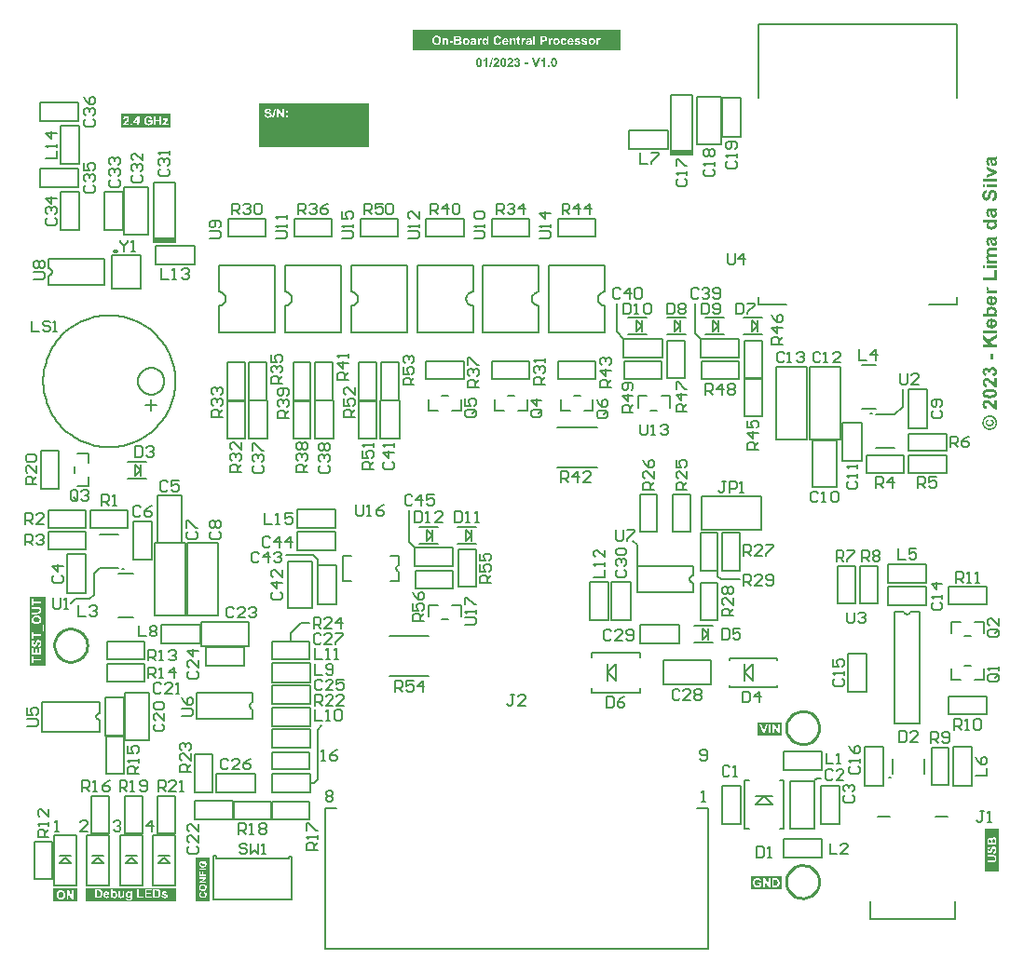
<source format=gto>
G04*
G04 #@! TF.GenerationSoftware,Altium Limited,Altium Designer,22.10.1 (41)*
G04*
G04 Layer_Color=65535*
%FSLAX25Y25*%
%MOIN*%
G70*
G04*
G04 #@! TF.SameCoordinates,26C55208-6D98-4306-9539-90E50C8D8735*
G04*
G04*
G04 #@! TF.FilePolarity,Positive*
G04*
G01*
G75*
%ADD10C,0.00787*%
%ADD11C,0.01000*%
%ADD12C,0.01181*%
%ADD13C,0.00669*%
G36*
X20079Y787D02*
X11417D01*
Y5512D01*
X20079D01*
Y787D01*
D02*
G37*
G36*
X53248Y277756D02*
X35728D01*
Y282874D01*
X53248D01*
Y277756D01*
D02*
G37*
G36*
X181374Y300440D02*
X180168D01*
Y301054D01*
X181374D01*
Y300440D01*
D02*
G37*
G36*
X184493Y299585D02*
X183795D01*
X182649Y302782D01*
X183347D01*
X184160Y300416D01*
X184941Y302782D01*
X185629D01*
X184493Y299585D01*
D02*
G37*
G36*
X177461Y302796D02*
X177503Y302791D01*
X177544Y302786D01*
X177595Y302777D01*
X177646Y302764D01*
X177761Y302731D01*
X177821Y302708D01*
X177886Y302676D01*
X177946Y302643D01*
X178002Y302606D01*
X178062Y302560D01*
X178112Y302509D01*
X178117Y302505D01*
X178122Y302500D01*
X178136Y302486D01*
X178149Y302468D01*
X178186Y302422D01*
X178228Y302357D01*
X178270Y302278D01*
X178302Y302186D01*
X178330Y302084D01*
X178334Y302033D01*
X178339Y301978D01*
Y301973D01*
Y301960D01*
X178334Y301937D01*
X178330Y301909D01*
X178325Y301872D01*
X178316Y301830D01*
X178302Y301784D01*
X178283Y301733D01*
X178256Y301682D01*
X178228Y301627D01*
X178191Y301571D01*
X178145Y301516D01*
X178089Y301461D01*
X178029Y301405D01*
X177960Y301354D01*
X177877Y301304D01*
X177881D01*
X177891Y301299D01*
X177904D01*
X177923Y301290D01*
X177974Y301276D01*
X178034Y301248D01*
X178103Y301211D01*
X178177Y301165D01*
X178251Y301105D01*
X178316Y301036D01*
X178325Y301026D01*
X178343Y300999D01*
X178367Y300957D01*
X178399Y300897D01*
X178431Y300828D01*
X178454Y300740D01*
X178473Y300647D01*
X178482Y300541D01*
Y300537D01*
Y300523D01*
Y300500D01*
X178477Y300472D01*
X178473Y300435D01*
X178464Y300393D01*
X178454Y300343D01*
X178445Y300292D01*
X178408Y300181D01*
X178380Y300121D01*
X178353Y300056D01*
X178316Y299996D01*
X178274Y299936D01*
X178228Y299876D01*
X178173Y299820D01*
X178168Y299816D01*
X178159Y299807D01*
X178140Y299793D01*
X178117Y299774D01*
X178085Y299751D01*
X178052Y299728D01*
X178006Y299700D01*
X177960Y299673D01*
X177909Y299645D01*
X177849Y299617D01*
X177784Y299594D01*
X177720Y299571D01*
X177646Y299553D01*
X177572Y299539D01*
X177489Y299529D01*
X177406Y299525D01*
X177364D01*
X177332Y299529D01*
X177295Y299534D01*
X177253Y299539D01*
X177207Y299548D01*
X177152Y299557D01*
X177041Y299585D01*
X176920Y299631D01*
X176856Y299659D01*
X176800Y299691D01*
X176740Y299733D01*
X176685Y299774D01*
X176680Y299779D01*
X176671Y299788D01*
X176657Y299802D01*
X176639Y299820D01*
X176616Y299844D01*
X176593Y299876D01*
X176565Y299908D01*
X176537Y299950D01*
X176509Y299996D01*
X176477Y300042D01*
X176426Y300153D01*
X176385Y300283D01*
X176366Y300352D01*
X176357Y300426D01*
X176948Y300500D01*
Y300495D01*
Y300490D01*
X176953Y300463D01*
X176962Y300421D01*
X176976Y300370D01*
X176999Y300315D01*
X177022Y300255D01*
X177059Y300199D01*
X177101Y300149D01*
X177105Y300144D01*
X177124Y300130D01*
X177152Y300112D01*
X177184Y300093D01*
X177230Y300070D01*
X177281Y300051D01*
X177336Y300038D01*
X177401Y300033D01*
X177410D01*
X177433Y300038D01*
X177466Y300042D01*
X177512Y300051D01*
X177563Y300070D01*
X177613Y300093D01*
X177669Y300130D01*
X177720Y300176D01*
X177724Y300181D01*
X177743Y300204D01*
X177761Y300236D01*
X177789Y300278D01*
X177812Y300333D01*
X177835Y300403D01*
X177849Y300481D01*
X177854Y300569D01*
Y300574D01*
Y300578D01*
Y300606D01*
X177849Y300647D01*
X177840Y300703D01*
X177821Y300763D01*
X177798Y300823D01*
X177766Y300883D01*
X177724Y300939D01*
X177720Y300943D01*
X177701Y300962D01*
X177674Y300985D01*
X177641Y301008D01*
X177595Y301036D01*
X177544Y301054D01*
X177489Y301073D01*
X177424Y301077D01*
X177378D01*
X177346Y301073D01*
X177304Y301068D01*
X177253Y301059D01*
X177202Y301045D01*
X177142Y301031D01*
X177207Y301525D01*
X177249D01*
X177295Y301530D01*
X177350Y301535D01*
X177410Y301548D01*
X177475Y301567D01*
X177535Y301595D01*
X177590Y301632D01*
X177595Y301636D01*
X177613Y301655D01*
X177632Y301678D01*
X177660Y301715D01*
X177683Y301756D01*
X177706Y301807D01*
X177720Y301867D01*
X177724Y301937D01*
Y301946D01*
Y301964D01*
X177720Y301992D01*
X177710Y302029D01*
X177701Y302070D01*
X177683Y302112D01*
X177660Y302158D01*
X177627Y302195D01*
X177623Y302200D01*
X177609Y302209D01*
X177590Y302227D01*
X177558Y302246D01*
X177521Y302260D01*
X177480Y302278D01*
X177424Y302288D01*
X177369Y302292D01*
X177341D01*
X177313Y302288D01*
X177276Y302278D01*
X177235Y302264D01*
X177188Y302246D01*
X177142Y302218D01*
X177101Y302181D01*
X177096Y302177D01*
X177082Y302163D01*
X177064Y302135D01*
X177041Y302098D01*
X177017Y302057D01*
X176999Y302001D01*
X176980Y301937D01*
X176967Y301863D01*
X176403Y301955D01*
Y301960D01*
X176408Y301969D01*
Y301983D01*
X176412Y302006D01*
X176426Y302057D01*
X176445Y302126D01*
X176472Y302200D01*
X176500Y302278D01*
X176537Y302352D01*
X176579Y302422D01*
X176583Y302431D01*
X176602Y302449D01*
X176629Y302482D01*
X176666Y302523D01*
X176713Y302565D01*
X176768Y302611D01*
X176837Y302657D01*
X176911Y302699D01*
X176916D01*
X176920Y302703D01*
X176948Y302713D01*
X176994Y302731D01*
X177050Y302750D01*
X177119Y302768D01*
X177202Y302786D01*
X177290Y302796D01*
X177387Y302800D01*
X177429D01*
X177461Y302796D01*
D02*
G37*
G36*
X189048Y299585D02*
X188434D01*
Y300199D01*
X189048D01*
Y299585D01*
D02*
G37*
G36*
X187385D02*
X186770D01*
Y301900D01*
X186766Y301895D01*
X186757Y301886D01*
X186738Y301872D01*
X186710Y301849D01*
X186678Y301821D01*
X186641Y301793D01*
X186595Y301761D01*
X186544Y301724D01*
X186488Y301687D01*
X186428Y301650D01*
X186364Y301608D01*
X186294Y301571D01*
X186147Y301502D01*
X185980Y301437D01*
Y301992D01*
X185985D01*
X185990Y301996D01*
X186003Y302001D01*
X186022Y302006D01*
X186068Y302029D01*
X186133Y302057D01*
X186211Y302094D01*
X186299Y302144D01*
X186396Y302209D01*
X186498Y302283D01*
X186502Y302288D01*
X186512Y302292D01*
X186525Y302306D01*
X186544Y302325D01*
X186595Y302371D01*
X186650Y302431D01*
X186715Y302505D01*
X186780Y302597D01*
X186840Y302694D01*
X186886Y302800D01*
X187385D01*
Y299585D01*
D02*
G37*
G36*
X175026Y302796D02*
X175068Y302791D01*
X175114Y302786D01*
X175165Y302777D01*
X175220Y302768D01*
X175340Y302736D01*
X175461Y302690D01*
X175525Y302662D01*
X175581Y302629D01*
X175641Y302588D01*
X175692Y302542D01*
X175696Y302537D01*
X175705Y302533D01*
X175715Y302514D01*
X175733Y302496D01*
X175756Y302472D01*
X175779Y302440D01*
X175802Y302408D01*
X175830Y302366D01*
X175876Y302274D01*
X175923Y302168D01*
X175941Y302107D01*
X175950Y302043D01*
X175960Y301973D01*
X175964Y301904D01*
Y301895D01*
Y301867D01*
X175960Y301826D01*
X175955Y301775D01*
X175946Y301710D01*
X175932Y301641D01*
X175913Y301567D01*
X175886Y301493D01*
X175881Y301484D01*
X175872Y301461D01*
X175853Y301419D01*
X175826Y301368D01*
X175793Y301308D01*
X175752Y301239D01*
X175701Y301165D01*
X175641Y301086D01*
X175636Y301082D01*
X175618Y301059D01*
X175590Y301026D01*
X175548Y300980D01*
X175493Y300925D01*
X175424Y300851D01*
X175340Y300772D01*
X175239Y300675D01*
X175234Y300671D01*
X175225Y300666D01*
X175211Y300652D01*
X175193Y300634D01*
X175142Y300587D01*
X175082Y300532D01*
X175022Y300472D01*
X174962Y300412D01*
X174906Y300361D01*
X174888Y300338D01*
X174869Y300320D01*
X174865Y300315D01*
X174855Y300306D01*
X174841Y300287D01*
X174823Y300264D01*
X174781Y300213D01*
X174744Y300153D01*
X175964D01*
Y299585D01*
X173816D01*
Y299589D01*
Y299599D01*
X173820Y299617D01*
X173825Y299640D01*
X173830Y299668D01*
X173834Y299700D01*
X173853Y299784D01*
X173881Y299876D01*
X173917Y299978D01*
X173964Y300089D01*
X174024Y300195D01*
Y300199D01*
X174033Y300209D01*
X174042Y300227D01*
X174061Y300246D01*
X174079Y300278D01*
X174107Y300310D01*
X174139Y300352D01*
X174176Y300398D01*
X174218Y300453D01*
X174269Y300509D01*
X174324Y300574D01*
X174389Y300643D01*
X174458Y300712D01*
X174537Y300791D01*
X174620Y300874D01*
X174712Y300962D01*
X174717Y300966D01*
X174731Y300980D01*
X174749Y300999D01*
X174777Y301026D01*
X174814Y301054D01*
X174851Y301091D01*
X174934Y301174D01*
X175017Y301262D01*
X175100Y301350D01*
X175137Y301387D01*
X175174Y301428D01*
X175202Y301461D01*
X175220Y301488D01*
X175225Y301498D01*
X175239Y301521D01*
X175262Y301558D01*
X175285Y301608D01*
X175308Y301664D01*
X175331Y301729D01*
X175345Y301793D01*
X175350Y301863D01*
Y301867D01*
Y301872D01*
Y301895D01*
X175345Y301937D01*
X175336Y301983D01*
X175322Y302033D01*
X175303Y302084D01*
X175276Y302135D01*
X175239Y302181D01*
X175234Y302186D01*
X175220Y302200D01*
X175193Y302218D01*
X175160Y302237D01*
X175114Y302255D01*
X175063Y302274D01*
X175003Y302288D01*
X174934Y302292D01*
X174901D01*
X174865Y302288D01*
X174823Y302278D01*
X174772Y302264D01*
X174721Y302241D01*
X174671Y302214D01*
X174624Y302177D01*
X174620Y302172D01*
X174606Y302154D01*
X174587Y302126D01*
X174569Y302084D01*
X174546Y302033D01*
X174527Y301964D01*
X174509Y301886D01*
X174500Y301793D01*
X173890Y301853D01*
Y301858D01*
X173894Y301876D01*
Y301900D01*
X173904Y301937D01*
X173908Y301978D01*
X173922Y302024D01*
X173936Y302075D01*
X173950Y302135D01*
X173996Y302251D01*
X174051Y302371D01*
X174088Y302431D01*
X174130Y302486D01*
X174176Y302533D01*
X174227Y302579D01*
X174232Y302583D01*
X174241Y302588D01*
X174255Y302597D01*
X174278Y302616D01*
X174306Y302629D01*
X174343Y302648D01*
X174380Y302671D01*
X174426Y302690D01*
X174477Y302713D01*
X174532Y302731D01*
X174652Y302768D01*
X174795Y302791D01*
X174869Y302796D01*
X174948Y302800D01*
X174994D01*
X175026Y302796D01*
D02*
G37*
G36*
X170055D02*
X170097Y302791D01*
X170143Y302786D01*
X170194Y302777D01*
X170249Y302768D01*
X170369Y302736D01*
X170490Y302690D01*
X170554Y302662D01*
X170610Y302629D01*
X170670Y302588D01*
X170721Y302542D01*
X170725Y302537D01*
X170734Y302533D01*
X170744Y302514D01*
X170762Y302496D01*
X170785Y302472D01*
X170808Y302440D01*
X170831Y302408D01*
X170859Y302366D01*
X170905Y302274D01*
X170951Y302168D01*
X170970Y302107D01*
X170979Y302043D01*
X170988Y301973D01*
X170993Y301904D01*
Y301895D01*
Y301867D01*
X170988Y301826D01*
X170984Y301775D01*
X170975Y301710D01*
X170961Y301641D01*
X170942Y301567D01*
X170914Y301493D01*
X170910Y301484D01*
X170901Y301461D01*
X170882Y301419D01*
X170854Y301368D01*
X170822Y301308D01*
X170781Y301239D01*
X170730Y301165D01*
X170670Y301086D01*
X170665Y301082D01*
X170647Y301059D01*
X170619Y301026D01*
X170577Y300980D01*
X170522Y300925D01*
X170452Y300851D01*
X170369Y300772D01*
X170268Y300675D01*
X170263Y300671D01*
X170254Y300666D01*
X170240Y300652D01*
X170221Y300634D01*
X170171Y300587D01*
X170111Y300532D01*
X170051Y300472D01*
X169991Y300412D01*
X169935Y300361D01*
X169917Y300338D01*
X169898Y300320D01*
X169894Y300315D01*
X169884Y300306D01*
X169870Y300287D01*
X169852Y300264D01*
X169810Y300213D01*
X169773Y300153D01*
X170993D01*
Y299585D01*
X168845D01*
Y299589D01*
Y299599D01*
X168849Y299617D01*
X168854Y299640D01*
X168859Y299668D01*
X168863Y299700D01*
X168882Y299784D01*
X168909Y299876D01*
X168946Y299978D01*
X168993Y300089D01*
X169053Y300195D01*
Y300199D01*
X169062Y300209D01*
X169071Y300227D01*
X169090Y300246D01*
X169108Y300278D01*
X169136Y300310D01*
X169168Y300352D01*
X169205Y300398D01*
X169247Y300453D01*
X169298Y300509D01*
X169353Y300574D01*
X169418Y300643D01*
X169487Y300712D01*
X169565Y300791D01*
X169649Y300874D01*
X169741Y300962D01*
X169746Y300966D01*
X169760Y300980D01*
X169778Y300999D01*
X169806Y301026D01*
X169843Y301054D01*
X169880Y301091D01*
X169963Y301174D01*
X170046Y301262D01*
X170129Y301350D01*
X170166Y301387D01*
X170203Y301428D01*
X170231Y301461D01*
X170249Y301488D01*
X170254Y301498D01*
X170268Y301521D01*
X170291Y301558D01*
X170314Y301608D01*
X170337Y301664D01*
X170360Y301729D01*
X170374Y301793D01*
X170379Y301863D01*
Y301867D01*
Y301872D01*
Y301895D01*
X170374Y301937D01*
X170365Y301983D01*
X170351Y302033D01*
X170332Y302084D01*
X170305Y302135D01*
X170268Y302181D01*
X170263Y302186D01*
X170249Y302200D01*
X170221Y302218D01*
X170189Y302237D01*
X170143Y302255D01*
X170092Y302274D01*
X170032Y302288D01*
X169963Y302292D01*
X169930D01*
X169894Y302288D01*
X169852Y302278D01*
X169801Y302264D01*
X169750Y302241D01*
X169699Y302214D01*
X169653Y302177D01*
X169649Y302172D01*
X169635Y302154D01*
X169616Y302126D01*
X169598Y302084D01*
X169575Y302033D01*
X169556Y301964D01*
X169538Y301886D01*
X169528Y301793D01*
X168919Y301853D01*
Y301858D01*
X168923Y301876D01*
Y301900D01*
X168932Y301937D01*
X168937Y301978D01*
X168951Y302024D01*
X168965Y302075D01*
X168979Y302135D01*
X169025Y302251D01*
X169080Y302371D01*
X169117Y302431D01*
X169159Y302486D01*
X169205Y302533D01*
X169256Y302579D01*
X169261Y302583D01*
X169270Y302588D01*
X169284Y302597D01*
X169307Y302616D01*
X169334Y302629D01*
X169371Y302648D01*
X169408Y302671D01*
X169455Y302690D01*
X169505Y302713D01*
X169561Y302731D01*
X169681Y302768D01*
X169824Y302791D01*
X169898Y302796D01*
X169977Y302800D01*
X170023D01*
X170055Y302796D01*
D02*
G37*
G36*
X166761Y299585D02*
X166147D01*
Y301900D01*
X166142Y301895D01*
X166133Y301886D01*
X166114Y301872D01*
X166087Y301849D01*
X166054Y301821D01*
X166017Y301793D01*
X165971Y301761D01*
X165920Y301724D01*
X165865Y301687D01*
X165805Y301650D01*
X165740Y301608D01*
X165671Y301571D01*
X165523Y301502D01*
X165357Y301437D01*
Y301992D01*
X165361D01*
X165366Y301996D01*
X165380Y302001D01*
X165398Y302006D01*
X165444Y302029D01*
X165509Y302057D01*
X165588Y302094D01*
X165675Y302144D01*
X165772Y302209D01*
X165874Y302283D01*
X165879Y302288D01*
X165888Y302292D01*
X165902Y302306D01*
X165920Y302325D01*
X165971Y302371D01*
X166026Y302431D01*
X166091Y302505D01*
X166156Y302597D01*
X166216Y302694D01*
X166262Y302800D01*
X166761D01*
Y299585D01*
D02*
G37*
G36*
X167939Y299529D02*
X167486D01*
X168277Y302837D01*
X168738D01*
X167939Y299529D01*
D02*
G37*
G36*
X190660Y302796D02*
X190697Y302791D01*
X190744Y302782D01*
X190790Y302773D01*
X190845Y302759D01*
X190905Y302740D01*
X190961Y302717D01*
X191021Y302694D01*
X191081Y302662D01*
X191141Y302620D01*
X191201Y302579D01*
X191256Y302528D01*
X191307Y302468D01*
X191312Y302463D01*
X191321Y302449D01*
X191335Y302426D01*
X191358Y302394D01*
X191381Y302348D01*
X191409Y302292D01*
X191437Y302232D01*
X191464Y302154D01*
X191492Y302070D01*
X191524Y301973D01*
X191547Y301867D01*
X191570Y301747D01*
X191594Y301618D01*
X191607Y301479D01*
X191617Y301327D01*
X191621Y301160D01*
Y301156D01*
Y301151D01*
Y301137D01*
Y301119D01*
Y301073D01*
X191617Y301012D01*
X191612Y300939D01*
X191603Y300851D01*
X191594Y300758D01*
X191584Y300657D01*
X191566Y300551D01*
X191543Y300440D01*
X191520Y300333D01*
X191487Y300227D01*
X191455Y300121D01*
X191409Y300024D01*
X191363Y299931D01*
X191307Y299853D01*
X191303Y299848D01*
X191293Y299839D01*
X191279Y299820D01*
X191261Y299802D01*
X191233Y299779D01*
X191201Y299751D01*
X191159Y299719D01*
X191118Y299691D01*
X191067Y299659D01*
X191016Y299626D01*
X190956Y299599D01*
X190891Y299576D01*
X190822Y299557D01*
X190744Y299539D01*
X190665Y299529D01*
X190582Y299525D01*
X190563D01*
X190536Y299529D01*
X190503D01*
X190466Y299534D01*
X190420Y299543D01*
X190369Y299553D01*
X190314Y299571D01*
X190254Y299589D01*
X190194Y299613D01*
X190129Y299640D01*
X190069Y299677D01*
X190004Y299714D01*
X189944Y299765D01*
X189884Y299816D01*
X189829Y299881D01*
X189824Y299885D01*
X189815Y299899D01*
X189801Y299922D01*
X189787Y299950D01*
X189764Y299991D01*
X189741Y300042D01*
X189713Y300107D01*
X189690Y300176D01*
X189662Y300259D01*
X189635Y300352D01*
X189612Y300458D01*
X189593Y300574D01*
X189575Y300703D01*
X189561Y300846D01*
X189552Y300999D01*
X189547Y301165D01*
Y301169D01*
Y301174D01*
Y301188D01*
Y301206D01*
Y301253D01*
X189552Y301313D01*
X189556Y301387D01*
X189565Y301474D01*
X189575Y301567D01*
X189584Y301669D01*
X189602Y301775D01*
X189621Y301881D01*
X189649Y301992D01*
X189676Y302098D01*
X189713Y302200D01*
X189755Y302297D01*
X189801Y302389D01*
X189857Y302468D01*
X189861Y302472D01*
X189870Y302482D01*
X189884Y302500D01*
X189907Y302519D01*
X189930Y302546D01*
X189963Y302574D01*
X190004Y302602D01*
X190046Y302634D01*
X190097Y302666D01*
X190148Y302694D01*
X190208Y302722D01*
X190272Y302750D01*
X190342Y302768D01*
X190420Y302786D01*
X190499Y302796D01*
X190582Y302800D01*
X190628D01*
X190660Y302796D01*
D02*
G37*
G36*
X172522D02*
X172559Y302791D01*
X172605Y302782D01*
X172652Y302773D01*
X172707Y302759D01*
X172767Y302740D01*
X172823Y302717D01*
X172883Y302694D01*
X172943Y302662D01*
X173003Y302620D01*
X173063Y302579D01*
X173118Y302528D01*
X173169Y302468D01*
X173174Y302463D01*
X173183Y302449D01*
X173197Y302426D01*
X173220Y302394D01*
X173243Y302348D01*
X173271Y302292D01*
X173298Y302232D01*
X173326Y302154D01*
X173354Y302070D01*
X173386Y301973D01*
X173409Y301867D01*
X173432Y301747D01*
X173456Y301618D01*
X173469Y301479D01*
X173479Y301327D01*
X173483Y301160D01*
Y301156D01*
Y301151D01*
Y301137D01*
Y301119D01*
Y301073D01*
X173479Y301012D01*
X173474Y300939D01*
X173465Y300851D01*
X173456Y300758D01*
X173446Y300657D01*
X173428Y300551D01*
X173405Y300440D01*
X173382Y300333D01*
X173349Y300227D01*
X173317Y300121D01*
X173271Y300024D01*
X173224Y299931D01*
X173169Y299853D01*
X173164Y299848D01*
X173155Y299839D01*
X173141Y299820D01*
X173123Y299802D01*
X173095Y299779D01*
X173063Y299751D01*
X173021Y299719D01*
X172980Y299691D01*
X172929Y299659D01*
X172878Y299626D01*
X172818Y299599D01*
X172753Y299576D01*
X172684Y299557D01*
X172605Y299539D01*
X172527Y299529D01*
X172444Y299525D01*
X172425D01*
X172397Y299529D01*
X172365D01*
X172328Y299534D01*
X172282Y299543D01*
X172231Y299553D01*
X172176Y299571D01*
X172116Y299589D01*
X172056Y299613D01*
X171991Y299640D01*
X171931Y299677D01*
X171866Y299714D01*
X171806Y299765D01*
X171746Y299816D01*
X171691Y299881D01*
X171686Y299885D01*
X171677Y299899D01*
X171663Y299922D01*
X171649Y299950D01*
X171626Y299991D01*
X171603Y300042D01*
X171575Y300107D01*
X171552Y300176D01*
X171524Y300259D01*
X171497Y300352D01*
X171474Y300458D01*
X171455Y300574D01*
X171437Y300703D01*
X171423Y300846D01*
X171413Y300999D01*
X171409Y301165D01*
Y301169D01*
Y301174D01*
Y301188D01*
Y301206D01*
Y301253D01*
X171413Y301313D01*
X171418Y301387D01*
X171427Y301474D01*
X171437Y301567D01*
X171446Y301669D01*
X171464Y301775D01*
X171483Y301881D01*
X171511Y301992D01*
X171538Y302098D01*
X171575Y302200D01*
X171617Y302297D01*
X171663Y302389D01*
X171718Y302468D01*
X171723Y302472D01*
X171732Y302482D01*
X171746Y302500D01*
X171769Y302519D01*
X171792Y302546D01*
X171825Y302574D01*
X171866Y302602D01*
X171908Y302634D01*
X171959Y302666D01*
X172009Y302694D01*
X172070Y302722D01*
X172134Y302750D01*
X172204Y302768D01*
X172282Y302786D01*
X172361Y302796D01*
X172444Y302800D01*
X172490D01*
X172522Y302796D01*
D02*
G37*
G36*
X163823D02*
X163860Y302791D01*
X163906Y302782D01*
X163952Y302773D01*
X164008Y302759D01*
X164068Y302740D01*
X164123Y302717D01*
X164183Y302694D01*
X164243Y302662D01*
X164303Y302620D01*
X164363Y302579D01*
X164419Y302528D01*
X164470Y302468D01*
X164474Y302463D01*
X164483Y302449D01*
X164497Y302426D01*
X164520Y302394D01*
X164543Y302348D01*
X164571Y302292D01*
X164599Y302232D01*
X164627Y302154D01*
X164654Y302070D01*
X164687Y301973D01*
X164710Y301867D01*
X164733Y301747D01*
X164756Y301618D01*
X164770Y301479D01*
X164779Y301327D01*
X164784Y301160D01*
Y301156D01*
Y301151D01*
Y301137D01*
Y301119D01*
Y301073D01*
X164779Y301012D01*
X164775Y300939D01*
X164765Y300851D01*
X164756Y300758D01*
X164747Y300657D01*
X164728Y300551D01*
X164705Y300440D01*
X164682Y300333D01*
X164650Y300227D01*
X164617Y300121D01*
X164571Y300024D01*
X164525Y299931D01*
X164470Y299853D01*
X164465Y299848D01*
X164456Y299839D01*
X164442Y299820D01*
X164423Y299802D01*
X164396Y299779D01*
X164363Y299751D01*
X164322Y299719D01*
X164280Y299691D01*
X164229Y299659D01*
X164179Y299626D01*
X164119Y299599D01*
X164054Y299576D01*
X163985Y299557D01*
X163906Y299539D01*
X163827Y299529D01*
X163744Y299525D01*
X163726D01*
X163698Y299529D01*
X163666D01*
X163629Y299534D01*
X163583Y299543D01*
X163532Y299553D01*
X163476Y299571D01*
X163416Y299589D01*
X163356Y299613D01*
X163292Y299640D01*
X163231Y299677D01*
X163167Y299714D01*
X163107Y299765D01*
X163047Y299816D01*
X162991Y299881D01*
X162987Y299885D01*
X162977Y299899D01*
X162963Y299922D01*
X162950Y299950D01*
X162926Y299991D01*
X162903Y300042D01*
X162876Y300107D01*
X162853Y300176D01*
X162825Y300259D01*
X162797Y300352D01*
X162774Y300458D01*
X162756Y300574D01*
X162737Y300703D01*
X162723Y300846D01*
X162714Y300999D01*
X162709Y301165D01*
Y301169D01*
Y301174D01*
Y301188D01*
Y301206D01*
Y301253D01*
X162714Y301313D01*
X162719Y301387D01*
X162728Y301474D01*
X162737Y301567D01*
X162746Y301669D01*
X162765Y301775D01*
X162783Y301881D01*
X162811Y301992D01*
X162839Y302098D01*
X162876Y302200D01*
X162917Y302297D01*
X162963Y302389D01*
X163019Y302468D01*
X163023Y302472D01*
X163033Y302482D01*
X163047Y302500D01*
X163070Y302519D01*
X163093Y302546D01*
X163125Y302574D01*
X163167Y302602D01*
X163208Y302634D01*
X163259Y302666D01*
X163310Y302694D01*
X163370Y302722D01*
X163435Y302750D01*
X163504Y302768D01*
X163583Y302786D01*
X163661Y302796D01*
X163744Y302800D01*
X163791D01*
X163823Y302796D01*
D02*
G37*
G36*
X214345Y305393D02*
X139986D01*
Y312717D01*
X214345D01*
Y305393D01*
D02*
G37*
G36*
X55512Y787D02*
X23228D01*
Y5512D01*
X55512D01*
Y787D01*
D02*
G37*
G36*
X348968Y266494D02*
X348961D01*
X348954Y266487D01*
X348924Y266479D01*
X348895Y266465D01*
X348859Y266450D01*
X348808Y266436D01*
X348749Y266421D01*
X348684Y266399D01*
X348676D01*
X348669Y266392D01*
X348640Y266385D01*
X348604Y266370D01*
X348574Y266363D01*
X348582Y266348D01*
X348611Y266319D01*
X348655Y266268D01*
X348706Y266202D01*
X348764Y266122D01*
X348830Y266035D01*
X348881Y265933D01*
X348932Y265831D01*
X348939Y265816D01*
X348946Y265780D01*
X348968Y265721D01*
X348990Y265648D01*
X349012Y265561D01*
X349026Y265459D01*
X349041Y265342D01*
X349048Y265226D01*
Y265175D01*
X349041Y265131D01*
Y265087D01*
X349034Y265029D01*
X349012Y264905D01*
X348975Y264759D01*
X348924Y264613D01*
X348851Y264467D01*
X348749Y264336D01*
X348742D01*
X348735Y264322D01*
X348691Y264285D01*
X348625Y264234D01*
X348538Y264176D01*
X348429Y264118D01*
X348297Y264066D01*
X348144Y264030D01*
X348064Y264023D01*
X347977Y264015D01*
X347962D01*
X347926D01*
X347867Y264023D01*
X347794Y264037D01*
X347707Y264052D01*
X347619Y264074D01*
X347525Y264110D01*
X347430Y264161D01*
X347415Y264169D01*
X347386Y264190D01*
X347342Y264219D01*
X347291Y264271D01*
X347233Y264322D01*
X347167Y264394D01*
X347109Y264475D01*
X347058Y264569D01*
X347051Y264584D01*
X347036Y264620D01*
X347014Y264679D01*
X346978Y264766D01*
X346941Y264876D01*
X346905Y265007D01*
X346869Y265167D01*
X346832Y265342D01*
Y265350D01*
X346825Y265371D01*
X346817Y265408D01*
X346810Y265452D01*
X346803Y265510D01*
X346788Y265576D01*
X346752Y265721D01*
X346715Y265874D01*
X346679Y266035D01*
X346635Y266173D01*
X346613Y266239D01*
X346591Y266290D01*
X346497D01*
X346482D01*
X346453D01*
X346402Y266283D01*
X346336Y266275D01*
X346271Y266253D01*
X346205Y266232D01*
X346147Y266195D01*
X346096Y266144D01*
X346089Y266137D01*
X346074Y266115D01*
X346059Y266078D01*
X346030Y266027D01*
X346008Y265955D01*
X345994Y265867D01*
X345979Y265758D01*
X345972Y265627D01*
Y265583D01*
X345979Y265539D01*
X345987Y265481D01*
X346001Y265415D01*
X346016Y265342D01*
X346045Y265277D01*
X346081Y265218D01*
X346089Y265211D01*
X346103Y265196D01*
X346125Y265167D01*
X346161Y265138D01*
X346213Y265094D01*
X346278Y265058D01*
X346351Y265021D01*
X346439Y264985D01*
X346278Y264118D01*
X346271D01*
X346256Y264125D01*
X346227Y264132D01*
X346191Y264147D01*
X346147Y264161D01*
X346096Y264183D01*
X345979Y264234D01*
X345855Y264307D01*
X345724Y264394D01*
X345600Y264496D01*
X345491Y264620D01*
Y264628D01*
X345476Y264635D01*
X345469Y264657D01*
X345447Y264686D01*
X345432Y264730D01*
X345411Y264774D01*
X345381Y264832D01*
X345359Y264890D01*
X345338Y264963D01*
X345308Y265043D01*
X345287Y265131D01*
X345272Y265233D01*
X345250Y265335D01*
X345243Y265452D01*
X345228Y265568D01*
Y265809D01*
X345236Y265860D01*
Y265918D01*
X345250Y266064D01*
X345265Y266217D01*
X345294Y266377D01*
X345338Y266530D01*
X345359Y266596D01*
X345389Y266662D01*
Y266669D01*
X345396Y266676D01*
X345418Y266713D01*
X345447Y266771D01*
X345491Y266837D01*
X345549Y266917D01*
X345615Y266990D01*
X345695Y267055D01*
X345775Y267114D01*
X345790Y267121D01*
X345819Y267136D01*
X345884Y267157D01*
X345921Y267165D01*
X345972Y267179D01*
X346023Y267194D01*
X346089Y267201D01*
X346161Y267216D01*
X346242Y267223D01*
X346329Y267230D01*
X346424Y267238D01*
X346526Y267245D01*
X346643D01*
X347773Y267230D01*
X347780D01*
X347794D01*
X347816D01*
X347853D01*
X347940D01*
X348042Y267238D01*
X348159D01*
X348275Y267252D01*
X348392Y267260D01*
X348487Y267274D01*
X348494D01*
X348523Y267281D01*
X348574Y267296D01*
X348633Y267311D01*
X348706Y267340D01*
X348786Y267369D01*
X348873Y267405D01*
X348968Y267449D01*
Y266494D01*
D02*
G37*
G36*
Y262222D02*
Y261347D01*
X345308Y259875D01*
Y260888D01*
X347182Y261580D01*
X347802Y261777D01*
X347794Y261785D01*
X347765Y261792D01*
X347722Y261807D01*
X347678Y261821D01*
X347568Y261858D01*
X347525Y261872D01*
X347488Y261879D01*
X347481D01*
X347459Y261887D01*
X347430Y261894D01*
X347393Y261909D01*
X347291Y261938D01*
X347182Y261982D01*
X345308Y262681D01*
Y263673D01*
X348968Y262222D01*
D02*
G37*
G36*
Y258387D02*
X343923D01*
Y259357D01*
X348968D01*
Y258387D01*
D02*
G37*
G36*
Y256427D02*
X345308D01*
Y257396D01*
X348968D01*
Y256427D01*
D02*
G37*
G36*
X344820D02*
X343923D01*
Y257396D01*
X344820D01*
Y256427D01*
D02*
G37*
G36*
X347612Y255566D02*
X347663Y255559D01*
X347765Y255544D01*
X347897Y255515D01*
X348035Y255471D01*
X348173Y255406D01*
X348319Y255326D01*
X348327D01*
X348334Y255311D01*
X348378Y255282D01*
X348450Y255224D01*
X348531Y255151D01*
X348625Y255056D01*
X348713Y254932D01*
X348800Y254801D01*
X348881Y254641D01*
Y254633D01*
X348888Y254619D01*
X348895Y254597D01*
X348910Y254560D01*
X348924Y254517D01*
X348939Y254466D01*
X348954Y254407D01*
X348968Y254342D01*
X348990Y254261D01*
X349005Y254181D01*
X349034Y253992D01*
X349056Y253780D01*
X349063Y253547D01*
Y253452D01*
X349056Y253387D01*
X349048Y253306D01*
X349041Y253219D01*
X349026Y253117D01*
X349005Y253008D01*
X348954Y252767D01*
X348917Y252643D01*
X348881Y252526D01*
X348830Y252402D01*
X348771Y252286D01*
X348706Y252176D01*
X348625Y252074D01*
X348618Y252067D01*
X348604Y252052D01*
X348582Y252023D01*
X348545Y251994D01*
X348494Y251951D01*
X348436Y251907D01*
X348370Y251856D01*
X348297Y251805D01*
X348210Y251754D01*
X348115Y251703D01*
X348006Y251652D01*
X347889Y251601D01*
X347765Y251564D01*
X347627Y251520D01*
X347481Y251491D01*
X347328Y251469D01*
X347233Y252461D01*
X347240D01*
X347255Y252468D01*
X347284D01*
X347313Y252475D01*
X347401Y252504D01*
X347510Y252541D01*
X347634Y252585D01*
X347758Y252650D01*
X347867Y252723D01*
X347969Y252818D01*
X347977Y252833D01*
X348006Y252869D01*
X348042Y252927D01*
X348086Y253015D01*
X348130Y253124D01*
X348166Y253248D01*
X348195Y253394D01*
X348203Y253561D01*
Y253642D01*
X348188Y253729D01*
X348173Y253839D01*
X348152Y253955D01*
X348115Y254079D01*
X348064Y254196D01*
X347998Y254298D01*
X347991Y254312D01*
X347962Y254342D01*
X347918Y254378D01*
X347860Y254429D01*
X347787Y254473D01*
X347700Y254517D01*
X347612Y254546D01*
X347510Y254553D01*
X347503D01*
X347481D01*
X347445Y254546D01*
X347401Y254538D01*
X347357Y254524D01*
X347306Y254509D01*
X347255Y254480D01*
X347204Y254444D01*
X347197Y254436D01*
X347182Y254422D01*
X347160Y254400D01*
X347131Y254363D01*
X347094Y254312D01*
X347058Y254247D01*
X347022Y254174D01*
X346985Y254079D01*
Y254072D01*
X346971Y254043D01*
X346956Y253992D01*
X346941Y253955D01*
X346934Y253911D01*
X346920Y253860D01*
X346898Y253802D01*
X346883Y253736D01*
X346861Y253664D01*
X346839Y253576D01*
X346817Y253481D01*
X346788Y253379D01*
X346759Y253263D01*
Y253255D01*
X346752Y253226D01*
X346737Y253183D01*
X346723Y253131D01*
X346701Y253066D01*
X346679Y252986D01*
X346650Y252906D01*
X346621Y252811D01*
X346548Y252621D01*
X346460Y252439D01*
X346417Y252344D01*
X346365Y252264D01*
X346315Y252184D01*
X346264Y252118D01*
X346256Y252111D01*
X346242Y252096D01*
X346220Y252074D01*
X346191Y252045D01*
X346147Y252009D01*
X346096Y251972D01*
X346045Y251929D01*
X345979Y251892D01*
X345826Y251805D01*
X345651Y251732D01*
X345556Y251703D01*
X345462Y251681D01*
X345352Y251666D01*
X345243Y251659D01*
X345236D01*
X345228D01*
X345206D01*
X345177D01*
X345104Y251673D01*
X345010Y251688D01*
X344900Y251710D01*
X344776Y251746D01*
X344645Y251797D01*
X344521Y251870D01*
X344514D01*
X344507Y251878D01*
X344463Y251914D01*
X344405Y251958D01*
X344332Y252031D01*
X344251Y252118D01*
X344164Y252227D01*
X344084Y252351D01*
X344011Y252497D01*
Y252504D01*
X344004Y252519D01*
X343996Y252541D01*
X343982Y252570D01*
X343967Y252614D01*
X343953Y252658D01*
X343938Y252716D01*
X343916Y252782D01*
X343887Y252927D01*
X343858Y253095D01*
X343836Y253285D01*
X343829Y253496D01*
Y253583D01*
X343836Y253649D01*
X343843Y253729D01*
X343850Y253824D01*
X343865Y253919D01*
X343880Y254028D01*
X343931Y254261D01*
X343967Y254378D01*
X344004Y254495D01*
X344055Y254611D01*
X344113Y254721D01*
X344179Y254823D01*
X344251Y254918D01*
X344259Y254925D01*
X344273Y254939D01*
X344295Y254961D01*
X344324Y254990D01*
X344368Y255027D01*
X344419Y255071D01*
X344477Y255114D01*
X344543Y255165D01*
X344623Y255209D01*
X344703Y255253D01*
X344798Y255297D01*
X344900Y255333D01*
X345002Y255369D01*
X345119Y255399D01*
X345236Y255420D01*
X345367Y255428D01*
X345403Y254407D01*
X345396D01*
X345389D01*
X345338Y254393D01*
X345272Y254378D01*
X345192Y254349D01*
X345097Y254312D01*
X345010Y254261D01*
X344922Y254196D01*
X344849Y254123D01*
X344842Y254116D01*
X344820Y254086D01*
X344791Y254035D01*
X344762Y253962D01*
X344733Y253875D01*
X344703Y253766D01*
X344682Y253635D01*
X344674Y253481D01*
Y253409D01*
X344682Y253328D01*
X344696Y253234D01*
X344718Y253124D01*
X344755Y253008D01*
X344798Y252898D01*
X344864Y252796D01*
X344871Y252789D01*
X344886Y252774D01*
X344907Y252745D01*
X344944Y252716D01*
X344988Y252687D01*
X345046Y252658D01*
X345104Y252643D01*
X345177Y252636D01*
X345185D01*
X345206D01*
X345243Y252643D01*
X345279Y252658D01*
X345330Y252672D01*
X345381Y252694D01*
X345432Y252730D01*
X345483Y252782D01*
X345491Y252789D01*
X345513Y252825D01*
X345527Y252847D01*
X345542Y252884D01*
X345564Y252920D01*
X345585Y252971D01*
X345607Y253029D01*
X345637Y253095D01*
X345666Y253175D01*
X345695Y253255D01*
X345724Y253357D01*
X345753Y253467D01*
X345782Y253583D01*
X345819Y253715D01*
Y253722D01*
X345826Y253751D01*
X345833Y253787D01*
X345848Y253839D01*
X345863Y253897D01*
X345884Y253970D01*
X345906Y254050D01*
X345928Y254130D01*
X345987Y254305D01*
X346045Y254487D01*
X346110Y254662D01*
X346147Y254735D01*
X346183Y254808D01*
Y254815D01*
X346191Y254823D01*
X346220Y254867D01*
X346264Y254932D01*
X346322Y255012D01*
X346395Y255100D01*
X346482Y255194D01*
X346584Y255289D01*
X346701Y255369D01*
X346715Y255377D01*
X346759Y255399D01*
X346825Y255435D01*
X346920Y255471D01*
X347036Y255508D01*
X347175Y255544D01*
X347328Y255566D01*
X347503Y255574D01*
X347510D01*
X347525D01*
X347547D01*
X347576D01*
X347612Y255566D01*
D02*
G37*
G36*
X348968Y248065D02*
X348961D01*
X348954Y248058D01*
X348924Y248050D01*
X348895Y248036D01*
X348859Y248021D01*
X348808Y248007D01*
X348749Y247992D01*
X348684Y247970D01*
X348676D01*
X348669Y247963D01*
X348640Y247955D01*
X348604Y247941D01*
X348574Y247934D01*
X348582Y247919D01*
X348611Y247890D01*
X348655Y247839D01*
X348706Y247773D01*
X348764Y247693D01*
X348830Y247606D01*
X348881Y247504D01*
X348932Y247401D01*
X348939Y247387D01*
X348946Y247351D01*
X348968Y247292D01*
X348990Y247219D01*
X349012Y247132D01*
X349026Y247030D01*
X349041Y246913D01*
X349048Y246796D01*
Y246745D01*
X349041Y246702D01*
Y246658D01*
X349034Y246600D01*
X349012Y246476D01*
X348975Y246330D01*
X348924Y246184D01*
X348851Y246038D01*
X348749Y245907D01*
X348742D01*
X348735Y245893D01*
X348691Y245856D01*
X348625Y245805D01*
X348538Y245747D01*
X348429Y245688D01*
X348297Y245637D01*
X348144Y245601D01*
X348064Y245594D01*
X347977Y245586D01*
X347962D01*
X347926D01*
X347867Y245594D01*
X347794Y245608D01*
X347707Y245623D01*
X347619Y245645D01*
X347525Y245681D01*
X347430Y245732D01*
X347415Y245739D01*
X347386Y245761D01*
X347342Y245790D01*
X347291Y245841D01*
X347233Y245893D01*
X347167Y245965D01*
X347109Y246046D01*
X347058Y246140D01*
X347051Y246155D01*
X347036Y246191D01*
X347014Y246250D01*
X346978Y246337D01*
X346941Y246446D01*
X346905Y246578D01*
X346869Y246738D01*
X346832Y246913D01*
Y246920D01*
X346825Y246942D01*
X346817Y246979D01*
X346810Y247022D01*
X346803Y247081D01*
X346788Y247146D01*
X346752Y247292D01*
X346715Y247445D01*
X346679Y247606D01*
X346635Y247744D01*
X346613Y247810D01*
X346591Y247861D01*
X346497D01*
X346482D01*
X346453D01*
X346402Y247853D01*
X346336Y247846D01*
X346271Y247824D01*
X346205Y247802D01*
X346147Y247766D01*
X346096Y247715D01*
X346089Y247708D01*
X346074Y247686D01*
X346059Y247649D01*
X346030Y247598D01*
X346008Y247525D01*
X345994Y247438D01*
X345979Y247329D01*
X345972Y247197D01*
Y247154D01*
X345979Y247110D01*
X345987Y247052D01*
X346001Y246986D01*
X346016Y246913D01*
X346045Y246848D01*
X346081Y246789D01*
X346089Y246782D01*
X346103Y246767D01*
X346125Y246738D01*
X346161Y246709D01*
X346213Y246665D01*
X346278Y246629D01*
X346351Y246592D01*
X346439Y246556D01*
X346278Y245688D01*
X346271D01*
X346256Y245696D01*
X346227Y245703D01*
X346191Y245718D01*
X346147Y245732D01*
X346096Y245754D01*
X345979Y245805D01*
X345855Y245878D01*
X345724Y245965D01*
X345600Y246067D01*
X345491Y246191D01*
Y246199D01*
X345476Y246206D01*
X345469Y246228D01*
X345447Y246257D01*
X345432Y246301D01*
X345411Y246344D01*
X345381Y246403D01*
X345359Y246461D01*
X345338Y246534D01*
X345308Y246614D01*
X345287Y246702D01*
X345272Y246804D01*
X345250Y246906D01*
X345243Y247022D01*
X345228Y247139D01*
Y247380D01*
X345236Y247431D01*
Y247489D01*
X345250Y247635D01*
X345265Y247788D01*
X345294Y247948D01*
X345338Y248101D01*
X345359Y248167D01*
X345389Y248233D01*
Y248240D01*
X345396Y248247D01*
X345418Y248284D01*
X345447Y248342D01*
X345491Y248408D01*
X345549Y248488D01*
X345615Y248561D01*
X345695Y248626D01*
X345775Y248685D01*
X345790Y248692D01*
X345819Y248706D01*
X345884Y248728D01*
X345921Y248736D01*
X345972Y248750D01*
X346023Y248765D01*
X346089Y248772D01*
X346161Y248787D01*
X346242Y248794D01*
X346329Y248801D01*
X346424Y248809D01*
X346526Y248816D01*
X346643D01*
X347773Y248801D01*
X347780D01*
X347794D01*
X347816D01*
X347853D01*
X347940D01*
X348042Y248809D01*
X348159D01*
X348275Y248823D01*
X348392Y248830D01*
X348487Y248845D01*
X348494D01*
X348523Y248852D01*
X348574Y248867D01*
X348633Y248881D01*
X348706Y248910D01*
X348786Y248940D01*
X348873Y248976D01*
X348968Y249020D01*
Y248065D01*
D02*
G37*
G36*
Y243997D02*
X348436D01*
X348450Y243990D01*
X348487Y243961D01*
X348545Y243910D01*
X348611Y243844D01*
X348684Y243771D01*
X348764Y243676D01*
X348837Y243574D01*
X348903Y243465D01*
X348910Y243450D01*
X348924Y243414D01*
X348946Y243348D01*
X348975Y243275D01*
X349005Y243181D01*
X349026Y243071D01*
X349041Y242962D01*
X349048Y242845D01*
Y242787D01*
X349041Y242743D01*
X349034Y242685D01*
X349019Y242627D01*
X349005Y242554D01*
X348983Y242474D01*
X348961Y242393D01*
X348924Y242306D01*
X348888Y242218D01*
X348837Y242124D01*
X348779Y242036D01*
X348713Y241941D01*
X348633Y241854D01*
X348545Y241766D01*
X348538Y241759D01*
X348523Y241744D01*
X348494Y241723D01*
X348450Y241701D01*
X348399Y241664D01*
X348334Y241628D01*
X348261Y241584D01*
X348173Y241548D01*
X348079Y241504D01*
X347977Y241460D01*
X347860Y241424D01*
X347736Y241394D01*
X347598Y241365D01*
X347452Y241343D01*
X347299Y241329D01*
X347131Y241322D01*
X347124D01*
X347087D01*
X347043D01*
X346978Y241329D01*
X346898Y241336D01*
X346810Y241343D01*
X346708Y241358D01*
X346606Y241373D01*
X346373Y241424D01*
X346256Y241460D01*
X346140Y241504D01*
X346023Y241555D01*
X345914Y241613D01*
X345812Y241679D01*
X345717Y241752D01*
X345709Y241759D01*
X345695Y241774D01*
X345673Y241795D01*
X345637Y241832D01*
X345600Y241876D01*
X345564Y241927D01*
X345520Y241985D01*
X345469Y242058D01*
X345425Y242131D01*
X345381Y242218D01*
X345301Y242401D01*
X345272Y242510D01*
X345250Y242619D01*
X345236Y242736D01*
X345228Y242860D01*
Y242918D01*
X345236Y242962D01*
X345243Y243013D01*
X345257Y243078D01*
X345272Y243144D01*
X345294Y243224D01*
X345316Y243304D01*
X345352Y243392D01*
X345396Y243479D01*
X345440Y243567D01*
X345505Y243662D01*
X345571Y243749D01*
X345651Y243837D01*
X345739Y243924D01*
X343923D01*
Y244894D01*
X348968D01*
Y243997D01*
D02*
G37*
G36*
Y237874D02*
X348961D01*
X348954Y237866D01*
X348924Y237859D01*
X348895Y237844D01*
X348859Y237830D01*
X348808Y237815D01*
X348749Y237801D01*
X348684Y237779D01*
X348676D01*
X348669Y237771D01*
X348640Y237764D01*
X348604Y237750D01*
X348574Y237742D01*
X348582Y237728D01*
X348611Y237699D01*
X348655Y237648D01*
X348706Y237582D01*
X348764Y237502D01*
X348830Y237414D01*
X348881Y237312D01*
X348932Y237210D01*
X348939Y237195D01*
X348946Y237159D01*
X348968Y237101D01*
X348990Y237028D01*
X349012Y236940D01*
X349026Y236838D01*
X349041Y236722D01*
X349048Y236605D01*
Y236554D01*
X349041Y236510D01*
Y236467D01*
X349034Y236408D01*
X349012Y236284D01*
X348975Y236139D01*
X348924Y235993D01*
X348851Y235847D01*
X348749Y235716D01*
X348742D01*
X348735Y235701D01*
X348691Y235665D01*
X348625Y235614D01*
X348538Y235555D01*
X348429Y235497D01*
X348297Y235446D01*
X348144Y235409D01*
X348064Y235402D01*
X347977Y235395D01*
X347962D01*
X347926D01*
X347867Y235402D01*
X347794Y235417D01*
X347707Y235431D01*
X347619Y235453D01*
X347525Y235490D01*
X347430Y235541D01*
X347415Y235548D01*
X347386Y235570D01*
X347342Y235599D01*
X347291Y235650D01*
X347233Y235701D01*
X347167Y235774D01*
X347109Y235854D01*
X347058Y235949D01*
X347051Y235964D01*
X347036Y236000D01*
X347014Y236058D01*
X346978Y236146D01*
X346941Y236255D01*
X346905Y236386D01*
X346869Y236547D01*
X346832Y236722D01*
Y236729D01*
X346825Y236751D01*
X346817Y236787D01*
X346810Y236831D01*
X346803Y236889D01*
X346788Y236955D01*
X346752Y237101D01*
X346715Y237254D01*
X346679Y237414D01*
X346635Y237553D01*
X346613Y237618D01*
X346591Y237669D01*
X346497D01*
X346482D01*
X346453D01*
X346402Y237662D01*
X346336Y237655D01*
X346271Y237633D01*
X346205Y237611D01*
X346147Y237575D01*
X346096Y237524D01*
X346089Y237516D01*
X346074Y237494D01*
X346059Y237458D01*
X346030Y237407D01*
X346008Y237334D01*
X345994Y237246D01*
X345979Y237137D01*
X345972Y237006D01*
Y236962D01*
X345979Y236918D01*
X345987Y236860D01*
X346001Y236794D01*
X346016Y236722D01*
X346045Y236656D01*
X346081Y236598D01*
X346089Y236590D01*
X346103Y236576D01*
X346125Y236547D01*
X346161Y236518D01*
X346213Y236474D01*
X346278Y236437D01*
X346351Y236401D01*
X346439Y236364D01*
X346278Y235497D01*
X346271D01*
X346256Y235504D01*
X346227Y235511D01*
X346191Y235526D01*
X346147Y235541D01*
X346096Y235562D01*
X345979Y235614D01*
X345855Y235686D01*
X345724Y235774D01*
X345600Y235876D01*
X345491Y236000D01*
Y236007D01*
X345476Y236015D01*
X345469Y236036D01*
X345447Y236066D01*
X345432Y236109D01*
X345411Y236153D01*
X345381Y236211D01*
X345359Y236270D01*
X345338Y236343D01*
X345308Y236423D01*
X345287Y236510D01*
X345272Y236612D01*
X345250Y236714D01*
X345243Y236831D01*
X345228Y236948D01*
Y237188D01*
X345236Y237239D01*
Y237298D01*
X345250Y237443D01*
X345265Y237597D01*
X345294Y237757D01*
X345338Y237910D01*
X345359Y237976D01*
X345389Y238041D01*
Y238048D01*
X345396Y238056D01*
X345418Y238092D01*
X345447Y238151D01*
X345491Y238216D01*
X345549Y238296D01*
X345615Y238369D01*
X345695Y238435D01*
X345775Y238493D01*
X345790Y238500D01*
X345819Y238515D01*
X345884Y238537D01*
X345921Y238544D01*
X345972Y238559D01*
X346023Y238573D01*
X346089Y238581D01*
X346161Y238595D01*
X346242Y238602D01*
X346329Y238610D01*
X346424Y238617D01*
X346526Y238624D01*
X346643D01*
X347773Y238610D01*
X347780D01*
X347794D01*
X347816D01*
X347853D01*
X347940D01*
X348042Y238617D01*
X348159D01*
X348275Y238632D01*
X348392Y238639D01*
X348487Y238653D01*
X348494D01*
X348523Y238661D01*
X348574Y238675D01*
X348633Y238690D01*
X348706Y238719D01*
X348786Y238748D01*
X348873Y238785D01*
X348968Y238828D01*
Y237874D01*
D02*
G37*
G36*
Y233726D02*
X346883D01*
X346876D01*
X346861D01*
X346832D01*
X346796D01*
X346701Y233718D01*
X346591Y233711D01*
X346475Y233704D01*
X346358Y233682D01*
X346256Y233660D01*
X346220Y233638D01*
X346183Y233623D01*
X346176Y233616D01*
X346147Y233594D01*
X346118Y233565D01*
X346074Y233521D01*
X346038Y233463D01*
X346001Y233390D01*
X345979Y233303D01*
X345972Y233208D01*
Y233171D01*
X345979Y233135D01*
X345987Y233084D01*
X346001Y233026D01*
X346023Y232960D01*
X346052Y232887D01*
X346096Y232821D01*
X346103Y232814D01*
X346118Y232792D01*
X346147Y232763D01*
X346191Y232727D01*
X346242Y232683D01*
X346300Y232639D01*
X346373Y232603D01*
X346460Y232566D01*
X346475D01*
X346504Y232552D01*
X346562Y232544D01*
X346643Y232530D01*
X346752Y232515D01*
X346883Y232508D01*
X347036Y232493D01*
X347218D01*
X348968D01*
Y231524D01*
X346971D01*
X346963D01*
X346949D01*
X346920D01*
X346883D01*
X346796D01*
X346686Y231517D01*
X346570Y231509D01*
X346460Y231502D01*
X346358Y231487D01*
X346315Y231473D01*
X346285Y231466D01*
X346278D01*
X346256Y231458D01*
X346227Y231444D01*
X346198Y231429D01*
X346118Y231378D01*
X346081Y231342D01*
X346052Y231305D01*
X346045Y231298D01*
X346038Y231283D01*
X346023Y231261D01*
X346008Y231232D01*
X345994Y231189D01*
X345987Y231137D01*
X345972Y231079D01*
Y230977D01*
X345979Y230933D01*
X345987Y230882D01*
X346001Y230817D01*
X346023Y230751D01*
X346052Y230685D01*
X346096Y230613D01*
X346103Y230605D01*
X346118Y230584D01*
X346147Y230554D01*
X346183Y230518D01*
X346234Y230474D01*
X346293Y230430D01*
X346365Y230394D01*
X346446Y230358D01*
X346453D01*
X346490Y230343D01*
X346548Y230336D01*
X346621Y230321D01*
X346730Y230306D01*
X346854Y230299D01*
X347014Y230285D01*
X347197D01*
X348968D01*
Y229315D01*
X345308D01*
Y230204D01*
X345812D01*
X345804Y230212D01*
X345790Y230226D01*
X345760Y230255D01*
X345717Y230292D01*
X345673Y230336D01*
X345629Y230387D01*
X345571Y230452D01*
X345520Y230525D01*
X345469Y230605D01*
X345411Y230693D01*
X345316Y230882D01*
X345279Y230992D01*
X345250Y231101D01*
X345236Y231218D01*
X345228Y231342D01*
Y231400D01*
X345236Y231466D01*
X345243Y231546D01*
X345265Y231641D01*
X345287Y231743D01*
X345323Y231845D01*
X345374Y231947D01*
X345381Y231961D01*
X345403Y231990D01*
X345432Y232042D01*
X345483Y232100D01*
X345549Y232165D01*
X345622Y232238D01*
X345717Y232311D01*
X345819Y232377D01*
X345804Y232391D01*
X345768Y232421D01*
X345717Y232464D01*
X345651Y232530D01*
X345578Y232610D01*
X345505Y232698D01*
X345432Y232792D01*
X345374Y232894D01*
X345367Y232909D01*
X345352Y232945D01*
X345330Y233004D01*
X345301Y233077D01*
X345272Y233164D01*
X345250Y233266D01*
X345236Y233376D01*
X345228Y233492D01*
Y233558D01*
X345236Y233631D01*
X345250Y233726D01*
X345272Y233835D01*
X345301Y233944D01*
X345338Y234061D01*
X345396Y234170D01*
X345403Y234185D01*
X345425Y234214D01*
X345462Y234265D01*
X345513Y234331D01*
X345585Y234396D01*
X345666Y234469D01*
X345760Y234535D01*
X345877Y234593D01*
X345884Y234600D01*
X345921Y234608D01*
X345979Y234622D01*
X346059Y234644D01*
X346161Y234666D01*
X346293Y234681D01*
X346453Y234688D01*
X346635Y234695D01*
X348968D01*
Y233726D01*
D02*
G37*
G36*
Y227420D02*
X345308D01*
Y228389D01*
X348968D01*
Y227420D01*
D02*
G37*
G36*
X344820D02*
X343923D01*
Y228389D01*
X344820D01*
Y227420D01*
D02*
G37*
G36*
X348968Y223148D02*
X343960D01*
Y224168D01*
X348115D01*
Y226705D01*
X348968D01*
Y223148D01*
D02*
G37*
G36*
X346256Y220428D02*
X346249Y220421D01*
X346234Y220385D01*
X346205Y220341D01*
X346176Y220283D01*
X346147Y220210D01*
X346118Y220137D01*
X346103Y220057D01*
X346096Y219976D01*
Y219947D01*
X346103Y219904D01*
X346110Y219860D01*
X346125Y219809D01*
X346147Y219750D01*
X346176Y219692D01*
X346213Y219634D01*
X346220Y219627D01*
X346234Y219612D01*
X346264Y219583D01*
X346307Y219554D01*
X346358Y219517D01*
X346431Y219481D01*
X346519Y219444D01*
X346621Y219415D01*
X346635D01*
X346657Y219408D01*
X346679Y219401D01*
X346715D01*
X346759Y219393D01*
X346817Y219386D01*
X346883Y219379D01*
X346956Y219372D01*
X347051Y219364D01*
X347146Y219357D01*
X347262D01*
X347386Y219350D01*
X347525Y219342D01*
X347678D01*
X347845D01*
X348968D01*
Y218373D01*
X345308D01*
Y219269D01*
X345826D01*
X345819Y219277D01*
X345775Y219306D01*
X345709Y219350D01*
X345629Y219408D01*
X345549Y219466D01*
X345469Y219539D01*
X345396Y219605D01*
X345345Y219678D01*
X345338Y219685D01*
X345323Y219707D01*
X345308Y219750D01*
X345287Y219802D01*
X345265Y219860D01*
X345243Y219933D01*
X345236Y220006D01*
X345228Y220093D01*
Y220151D01*
X345236Y220217D01*
X345250Y220297D01*
X345272Y220399D01*
X345308Y220509D01*
X345352Y220618D01*
X345418Y220735D01*
X346256Y220428D01*
D02*
G37*
G36*
X347423Y215202D02*
X347430D01*
X347445D01*
X347466D01*
X347496Y215209D01*
X347568Y215216D01*
X347671Y215231D01*
X347773Y215260D01*
X347889Y215304D01*
X347998Y215355D01*
X348093Y215428D01*
X348101Y215435D01*
X348130Y215471D01*
X348166Y215515D01*
X348210Y215581D01*
X348254Y215661D01*
X348290Y215763D01*
X348319Y215872D01*
X348327Y215989D01*
Y216025D01*
X348319Y216069D01*
X348312Y216120D01*
X348297Y216178D01*
X348275Y216244D01*
X348246Y216310D01*
X348203Y216368D01*
X348195Y216375D01*
X348181Y216397D01*
X348152Y216426D01*
X348108Y216456D01*
X348049Y216499D01*
X347984Y216536D01*
X347897Y216572D01*
X347802Y216609D01*
X347962Y217571D01*
X347969D01*
X347984Y217564D01*
X348013Y217549D01*
X348049Y217534D01*
X348093Y217512D01*
X348144Y217491D01*
X348261Y217425D01*
X348392Y217345D01*
X348531Y217243D01*
X348655Y217119D01*
X348771Y216980D01*
Y216973D01*
X348786Y216966D01*
X348793Y216937D01*
X348815Y216907D01*
X348837Y216871D01*
X348859Y216820D01*
X348881Y216769D01*
X348910Y216703D01*
X348961Y216558D01*
X349005Y216390D01*
X349034Y216193D01*
X349048Y215982D01*
Y215938D01*
X349041Y215894D01*
Y215828D01*
X349026Y215748D01*
X349012Y215653D01*
X348997Y215551D01*
X348968Y215449D01*
X348939Y215333D01*
X348895Y215216D01*
X348844Y215100D01*
X348786Y214983D01*
X348713Y214866D01*
X348633Y214757D01*
X348538Y214662D01*
X348429Y214567D01*
X348421Y214560D01*
X348407Y214553D01*
X348378Y214538D01*
X348341Y214509D01*
X348290Y214487D01*
X348232Y214458D01*
X348166Y214422D01*
X348086Y214392D01*
X347998Y214356D01*
X347904Y214327D01*
X347802Y214290D01*
X347685Y214268D01*
X347568Y214247D01*
X347445Y214225D01*
X347306Y214217D01*
X347167Y214210D01*
X347160D01*
X347131D01*
X347080D01*
X347014Y214217D01*
X346941Y214225D01*
X346854Y214232D01*
X346759Y214247D01*
X346650Y214268D01*
X346424Y214327D01*
X346307Y214363D01*
X346183Y214407D01*
X346067Y214465D01*
X345957Y214531D01*
X345848Y214604D01*
X345746Y214684D01*
X345739Y214691D01*
X345724Y214706D01*
X345695Y214735D01*
X345666Y214772D01*
X345629Y214815D01*
X345585Y214874D01*
X345534Y214939D01*
X345483Y215012D01*
X345440Y215092D01*
X345389Y215187D01*
X345345Y215282D01*
X345308Y215391D01*
X345279Y215500D01*
X345250Y215624D01*
X345236Y215748D01*
X345228Y215880D01*
Y215960D01*
X345236Y216018D01*
X345243Y216084D01*
X345257Y216164D01*
X345272Y216251D01*
X345294Y216346D01*
X345323Y216448D01*
X345359Y216550D01*
X345403Y216660D01*
X345462Y216769D01*
X345520Y216871D01*
X345593Y216973D01*
X345680Y217075D01*
X345775Y217163D01*
X345782Y217170D01*
X345797Y217184D01*
X345833Y217206D01*
X345877Y217235D01*
X345935Y217272D01*
X346001Y217308D01*
X346089Y217352D01*
X346183Y217396D01*
X346293Y217440D01*
X346417Y217483D01*
X346548Y217520D01*
X346701Y217556D01*
X346861Y217585D01*
X347036Y217607D01*
X347218Y217622D01*
X347423D01*
Y215202D01*
D02*
G37*
G36*
X347255Y213714D02*
X347335Y213707D01*
X347423Y213700D01*
X347525Y213685D01*
X347634Y213663D01*
X347867Y213612D01*
X347984Y213576D01*
X348108Y213532D01*
X348224Y213481D01*
X348341Y213416D01*
X348443Y213350D01*
X348545Y213270D01*
X348553Y213262D01*
X348567Y213248D01*
X348589Y213226D01*
X348625Y213190D01*
X348662Y213146D01*
X348706Y213095D01*
X348749Y213036D01*
X348793Y212971D01*
X348844Y212891D01*
X348888Y212810D01*
X348968Y212621D01*
X349005Y212519D01*
X349026Y212417D01*
X349041Y212300D01*
X349048Y212183D01*
Y212133D01*
X349041Y212067D01*
X349026Y211987D01*
X349012Y211892D01*
X348983Y211790D01*
X348946Y211681D01*
X348895Y211564D01*
X348888Y211549D01*
X348866Y211513D01*
X348830Y211455D01*
X348779Y211382D01*
X348713Y211301D01*
X348640Y211214D01*
X348545Y211126D01*
X348436Y211039D01*
X348968D01*
Y210142D01*
X343923D01*
Y211112D01*
X345739D01*
X345731Y211119D01*
X345717Y211134D01*
X345695Y211156D01*
X345658Y211192D01*
X345622Y211236D01*
X345578Y211287D01*
X345527Y211345D01*
X345483Y211411D01*
X345389Y211564D01*
X345308Y211746D01*
X345272Y211841D01*
X345250Y211950D01*
X345236Y212060D01*
X345228Y212169D01*
Y212234D01*
X345236Y212278D01*
X345243Y212337D01*
X345257Y212402D01*
X345272Y212475D01*
X345287Y212563D01*
X345345Y212738D01*
X345389Y212825D01*
X345432Y212920D01*
X345491Y213015D01*
X345556Y213102D01*
X345629Y213190D01*
X345717Y213277D01*
X345724Y213284D01*
X345739Y213299D01*
X345768Y213321D01*
X345804Y213350D01*
X345855Y213379D01*
X345914Y213416D01*
X345987Y213459D01*
X346067Y213503D01*
X346161Y213539D01*
X346264Y213583D01*
X346380Y213620D01*
X346504Y213656D01*
X346635Y213678D01*
X346781Y213700D01*
X346934Y213714D01*
X347102Y213722D01*
X347109D01*
X347146D01*
X347189D01*
X347255Y213714D01*
D02*
G37*
G36*
X347423Y206971D02*
X347430D01*
X347445D01*
X347466D01*
X347496Y206979D01*
X347568Y206986D01*
X347671Y207000D01*
X347773Y207030D01*
X347889Y207073D01*
X347998Y207124D01*
X348093Y207197D01*
X348101Y207204D01*
X348130Y207241D01*
X348166Y207285D01*
X348210Y207350D01*
X348254Y207430D01*
X348290Y207533D01*
X348319Y207642D01*
X348327Y207758D01*
Y207795D01*
X348319Y207839D01*
X348312Y207890D01*
X348297Y207948D01*
X348275Y208014D01*
X348246Y208079D01*
X348203Y208138D01*
X348195Y208145D01*
X348181Y208167D01*
X348152Y208196D01*
X348108Y208225D01*
X348049Y208269D01*
X347984Y208305D01*
X347897Y208342D01*
X347802Y208378D01*
X347962Y209340D01*
X347969D01*
X347984Y209333D01*
X348013Y209318D01*
X348049Y209304D01*
X348093Y209282D01*
X348144Y209260D01*
X348261Y209195D01*
X348392Y209114D01*
X348531Y209012D01*
X348655Y208888D01*
X348771Y208750D01*
Y208743D01*
X348786Y208735D01*
X348793Y208706D01*
X348815Y208677D01*
X348837Y208641D01*
X348859Y208590D01*
X348881Y208539D01*
X348910Y208473D01*
X348961Y208327D01*
X349005Y208159D01*
X349034Y207963D01*
X349048Y207751D01*
Y207708D01*
X349041Y207664D01*
Y207598D01*
X349026Y207518D01*
X349012Y207423D01*
X348997Y207321D01*
X348968Y207219D01*
X348939Y207102D01*
X348895Y206986D01*
X348844Y206869D01*
X348786Y206752D01*
X348713Y206636D01*
X348633Y206526D01*
X348538Y206432D01*
X348429Y206337D01*
X348421Y206330D01*
X348407Y206322D01*
X348378Y206308D01*
X348341Y206279D01*
X348290Y206257D01*
X348232Y206228D01*
X348166Y206191D01*
X348086Y206162D01*
X347998Y206125D01*
X347904Y206096D01*
X347802Y206060D01*
X347685Y206038D01*
X347568Y206016D01*
X347445Y205994D01*
X347306Y205987D01*
X347167Y205980D01*
X347160D01*
X347131D01*
X347080D01*
X347014Y205987D01*
X346941Y205994D01*
X346854Y206002D01*
X346759Y206016D01*
X346650Y206038D01*
X346424Y206096D01*
X346307Y206133D01*
X346183Y206176D01*
X346067Y206235D01*
X345957Y206300D01*
X345848Y206373D01*
X345746Y206454D01*
X345739Y206461D01*
X345724Y206475D01*
X345695Y206505D01*
X345666Y206541D01*
X345629Y206585D01*
X345585Y206643D01*
X345534Y206709D01*
X345483Y206782D01*
X345440Y206862D01*
X345389Y206957D01*
X345345Y207051D01*
X345308Y207161D01*
X345279Y207270D01*
X345250Y207394D01*
X345236Y207518D01*
X345228Y207649D01*
Y207729D01*
X345236Y207788D01*
X345243Y207853D01*
X345257Y207933D01*
X345272Y208021D01*
X345294Y208116D01*
X345323Y208218D01*
X345359Y208320D01*
X345403Y208429D01*
X345462Y208539D01*
X345520Y208641D01*
X345593Y208743D01*
X345680Y208845D01*
X345775Y208932D01*
X345782Y208940D01*
X345797Y208954D01*
X345833Y208976D01*
X345877Y209005D01*
X345935Y209042D01*
X346001Y209078D01*
X346089Y209122D01*
X346183Y209166D01*
X346293Y209209D01*
X346417Y209253D01*
X346548Y209289D01*
X346701Y209326D01*
X346861Y209355D01*
X347036Y209377D01*
X347218Y209391D01*
X347423D01*
Y206971D01*
D02*
G37*
G36*
X348968Y204296D02*
X343923D01*
Y205265D01*
X348968D01*
Y204296D01*
D02*
G37*
G36*
Y202459D02*
X346599Y201066D01*
X347445Y200242D01*
X348968D01*
Y199222D01*
X343923D01*
Y200242D01*
X346169D01*
X343923Y202313D01*
Y203683D01*
X345892Y201773D01*
X348968Y203778D01*
Y202459D01*
D02*
G37*
G36*
X347619Y194790D02*
X346650D01*
Y196692D01*
X347619D01*
Y194790D01*
D02*
G37*
G36*
X347568Y192121D02*
X347627Y192114D01*
X347692Y192100D01*
X347773Y192085D01*
X347853Y192070D01*
X348028Y192012D01*
X348122Y191968D01*
X348224Y191925D01*
X348319Y191866D01*
X348414Y191801D01*
X348509Y191728D01*
X348596Y191640D01*
X348604Y191633D01*
X348618Y191618D01*
X348640Y191589D01*
X348669Y191553D01*
X348706Y191502D01*
X348742Y191451D01*
X348786Y191378D01*
X348830Y191305D01*
X348873Y191225D01*
X348917Y191130D01*
X348954Y191028D01*
X348990Y190926D01*
X349019Y190809D01*
X349041Y190693D01*
X349056Y190561D01*
X349063Y190430D01*
Y190365D01*
X349056Y190313D01*
X349048Y190255D01*
X349041Y190190D01*
X349026Y190117D01*
X349012Y190029D01*
X348968Y189854D01*
X348895Y189665D01*
X348851Y189563D01*
X348800Y189475D01*
X348735Y189380D01*
X348669Y189293D01*
X348662Y189286D01*
X348647Y189271D01*
X348625Y189249D01*
X348596Y189220D01*
X348560Y189184D01*
X348509Y189147D01*
X348458Y189103D01*
X348392Y189060D01*
X348319Y189016D01*
X348246Y188965D01*
X348071Y188885D01*
X347867Y188819D01*
X347758Y188790D01*
X347641Y188775D01*
X347525Y189708D01*
X347532D01*
X347539D01*
X347583Y189716D01*
X347649Y189730D01*
X347729Y189752D01*
X347816Y189789D01*
X347911Y189825D01*
X347998Y189883D01*
X348079Y189949D01*
X348086Y189956D01*
X348108Y189986D01*
X348137Y190029D01*
X348166Y190080D01*
X348203Y190153D01*
X348232Y190233D01*
X348254Y190321D01*
X348261Y190423D01*
Y190437D01*
X348254Y190474D01*
X348246Y190525D01*
X348232Y190598D01*
X348203Y190678D01*
X348166Y190758D01*
X348108Y190846D01*
X348035Y190926D01*
X348028Y190933D01*
X347991Y190962D01*
X347940Y190991D01*
X347875Y191035D01*
X347787Y191072D01*
X347678Y191108D01*
X347554Y191130D01*
X347415Y191137D01*
X347408D01*
X347401D01*
X347357D01*
X347291Y191130D01*
X347204Y191115D01*
X347109Y191086D01*
X347014Y191050D01*
X346920Y190999D01*
X346832Y190933D01*
X346825Y190926D01*
X346796Y190897D01*
X346759Y190853D01*
X346723Y190802D01*
X346679Y190729D01*
X346650Y190649D01*
X346621Y190561D01*
X346613Y190459D01*
Y190386D01*
X346621Y190335D01*
X346628Y190270D01*
X346643Y190190D01*
X346664Y190109D01*
X346686Y190015D01*
X345906Y190117D01*
Y190182D01*
X345899Y190255D01*
X345892Y190343D01*
X345870Y190437D01*
X345841Y190540D01*
X345797Y190634D01*
X345739Y190722D01*
X345731Y190729D01*
X345702Y190758D01*
X345666Y190787D01*
X345607Y190831D01*
X345542Y190868D01*
X345462Y190904D01*
X345367Y190926D01*
X345257Y190933D01*
X345243D01*
X345214D01*
X345170Y190926D01*
X345112Y190911D01*
X345046Y190897D01*
X344981Y190868D01*
X344907Y190831D01*
X344849Y190780D01*
X344842Y190773D01*
X344827Y190751D01*
X344798Y190722D01*
X344769Y190671D01*
X344747Y190612D01*
X344718Y190547D01*
X344703Y190459D01*
X344696Y190372D01*
Y190328D01*
X344703Y190284D01*
X344718Y190226D01*
X344740Y190160D01*
X344769Y190087D01*
X344813Y190015D01*
X344871Y189949D01*
X344878Y189942D01*
X344900Y189920D01*
X344944Y189891D01*
X345002Y189854D01*
X345068Y189818D01*
X345155Y189789D01*
X345257Y189760D01*
X345374Y189738D01*
X345228Y188848D01*
X345221D01*
X345206Y188856D01*
X345185D01*
X345148Y188863D01*
X345068Y188885D01*
X344959Y188914D01*
X344842Y188958D01*
X344718Y189001D01*
X344601Y189060D01*
X344492Y189125D01*
X344477Y189132D01*
X344448Y189162D01*
X344397Y189205D01*
X344332Y189264D01*
X344266Y189337D01*
X344193Y189424D01*
X344120Y189533D01*
X344055Y189650D01*
Y189657D01*
X344047Y189665D01*
X344033Y189708D01*
X344004Y189781D01*
X343974Y189869D01*
X343945Y189978D01*
X343916Y190109D01*
X343901Y190248D01*
X343894Y190401D01*
Y190467D01*
X343901Y190518D01*
X343909Y190583D01*
X343916Y190649D01*
X343931Y190729D01*
X343953Y190809D01*
X344004Y190991D01*
X344040Y191086D01*
X344091Y191188D01*
X344142Y191283D01*
X344200Y191371D01*
X344273Y191465D01*
X344354Y191545D01*
X344361Y191553D01*
X344368Y191560D01*
X344390Y191582D01*
X344419Y191604D01*
X344492Y191662D01*
X344594Y191728D01*
X344718Y191793D01*
X344864Y191844D01*
X345024Y191888D01*
X345104Y191895D01*
X345192Y191903D01*
X345199D01*
X345221D01*
X345257Y191895D01*
X345301Y191888D01*
X345359Y191881D01*
X345425Y191866D01*
X345498Y191844D01*
X345578Y191815D01*
X345658Y191771D01*
X345746Y191728D01*
X345833Y191669D01*
X345921Y191597D01*
X346008Y191509D01*
X346096Y191414D01*
X346176Y191305D01*
X346256Y191174D01*
Y191181D01*
X346264Y191196D01*
Y191218D01*
X346278Y191247D01*
X346300Y191327D01*
X346344Y191422D01*
X346402Y191531D01*
X346475Y191648D01*
X346570Y191764D01*
X346679Y191866D01*
X346694Y191881D01*
X346737Y191910D01*
X346803Y191946D01*
X346898Y191998D01*
X347007Y192049D01*
X347146Y192085D01*
X347291Y192114D01*
X347459Y192129D01*
X347466D01*
X347488D01*
X347525D01*
X347568Y192121D01*
D02*
G37*
G36*
X348968Y184766D02*
X348961D01*
X348946D01*
X348917Y184773D01*
X348881Y184780D01*
X348837Y184788D01*
X348786Y184795D01*
X348655Y184824D01*
X348509Y184868D01*
X348348Y184926D01*
X348173Y184999D01*
X348006Y185094D01*
X347998D01*
X347984Y185108D01*
X347955Y185123D01*
X347926Y185152D01*
X347875Y185181D01*
X347824Y185225D01*
X347758Y185276D01*
X347685Y185334D01*
X347598Y185400D01*
X347510Y185480D01*
X347408Y185568D01*
X347299Y185670D01*
X347189Y185779D01*
X347065Y185903D01*
X346934Y186034D01*
X346796Y186180D01*
X346788Y186187D01*
X346766Y186209D01*
X346737Y186238D01*
X346694Y186282D01*
X346650Y186340D01*
X346591Y186399D01*
X346460Y186530D01*
X346322Y186661D01*
X346183Y186792D01*
X346125Y186851D01*
X346059Y186909D01*
X346008Y186953D01*
X345965Y186982D01*
X345950Y186989D01*
X345914Y187011D01*
X345855Y187048D01*
X345775Y187084D01*
X345688Y187120D01*
X345585Y187157D01*
X345483Y187179D01*
X345374Y187186D01*
X345367D01*
X345359D01*
X345323D01*
X345257Y187179D01*
X345185Y187164D01*
X345104Y187142D01*
X345024Y187113D01*
X344944Y187069D01*
X344871Y187011D01*
X344864Y187004D01*
X344842Y186982D01*
X344813Y186938D01*
X344784Y186887D01*
X344755Y186814D01*
X344725Y186734D01*
X344703Y186639D01*
X344696Y186530D01*
Y186479D01*
X344703Y186421D01*
X344718Y186355D01*
X344740Y186275D01*
X344776Y186195D01*
X344820Y186115D01*
X344878Y186042D01*
X344886Y186034D01*
X344915Y186012D01*
X344959Y185983D01*
X345024Y185954D01*
X345104Y185918D01*
X345214Y185889D01*
X345338Y185859D01*
X345483Y185845D01*
X345389Y184882D01*
X345381D01*
X345352Y184890D01*
X345316D01*
X345257Y184904D01*
X345192Y184912D01*
X345119Y184933D01*
X345039Y184955D01*
X344944Y184977D01*
X344762Y185050D01*
X344572Y185138D01*
X344477Y185196D01*
X344390Y185261D01*
X344317Y185334D01*
X344244Y185415D01*
X344237Y185422D01*
X344230Y185436D01*
X344215Y185458D01*
X344186Y185495D01*
X344164Y185539D01*
X344135Y185597D01*
X344098Y185655D01*
X344069Y185728D01*
X344033Y185808D01*
X344004Y185896D01*
X343945Y186085D01*
X343909Y186311D01*
X343901Y186428D01*
X343894Y186552D01*
Y186625D01*
X343901Y186676D01*
X343909Y186741D01*
X343916Y186814D01*
X343931Y186895D01*
X343945Y186982D01*
X343996Y187171D01*
X344069Y187361D01*
X344113Y187463D01*
X344164Y187551D01*
X344230Y187645D01*
X344303Y187726D01*
X344310Y187733D01*
X344317Y187747D01*
X344346Y187762D01*
X344375Y187791D01*
X344412Y187828D01*
X344463Y187864D01*
X344514Y187900D01*
X344580Y187944D01*
X344725Y188017D01*
X344893Y188090D01*
X344988Y188119D01*
X345090Y188134D01*
X345199Y188148D01*
X345308Y188156D01*
X345323D01*
X345367D01*
X345432Y188148D01*
X345513Y188141D01*
X345615Y188127D01*
X345724Y188105D01*
X345841Y188075D01*
X345957Y188032D01*
X345972Y188024D01*
X346008Y188010D01*
X346074Y187981D01*
X346154Y187937D01*
X346249Y187886D01*
X346358Y187820D01*
X346475Y187740D01*
X346599Y187645D01*
X346606Y187638D01*
X346643Y187609D01*
X346694Y187565D01*
X346766Y187500D01*
X346854Y187412D01*
X346971Y187303D01*
X347094Y187171D01*
X347248Y187011D01*
X347255Y187004D01*
X347262Y186989D01*
X347284Y186967D01*
X347313Y186938D01*
X347386Y186858D01*
X347474Y186763D01*
X347568Y186669D01*
X347663Y186574D01*
X347743Y186486D01*
X347780Y186457D01*
X347809Y186428D01*
X347816Y186421D01*
X347831Y186406D01*
X347860Y186384D01*
X347897Y186355D01*
X347977Y186289D01*
X348071Y186231D01*
Y188156D01*
X348968D01*
Y184766D01*
D02*
G37*
G36*
X346715Y184234D02*
X346832Y184226D01*
X346971Y184212D01*
X347116Y184197D01*
X347277Y184183D01*
X347445Y184153D01*
X347619Y184117D01*
X347787Y184081D01*
X347955Y184029D01*
X348122Y183978D01*
X348275Y183906D01*
X348421Y183833D01*
X348545Y183745D01*
X348553Y183738D01*
X348567Y183723D01*
X348596Y183702D01*
X348625Y183672D01*
X348662Y183629D01*
X348706Y183578D01*
X348757Y183512D01*
X348800Y183446D01*
X348851Y183366D01*
X348903Y183286D01*
X348946Y183191D01*
X348983Y183089D01*
X349012Y182980D01*
X349041Y182856D01*
X349056Y182732D01*
X349063Y182601D01*
Y182571D01*
X349056Y182528D01*
Y182477D01*
X349048Y182418D01*
X349034Y182345D01*
X349019Y182265D01*
X348990Y182178D01*
X348961Y182083D01*
X348924Y181988D01*
X348881Y181886D01*
X348822Y181791D01*
X348764Y181689D01*
X348684Y181595D01*
X348604Y181500D01*
X348501Y181412D01*
X348494Y181405D01*
X348472Y181391D01*
X348436Y181369D01*
X348392Y181347D01*
X348327Y181310D01*
X348246Y181274D01*
X348144Y181230D01*
X348035Y181194D01*
X347904Y181150D01*
X347758Y181106D01*
X347590Y181070D01*
X347408Y181041D01*
X347204Y181011D01*
X346978Y180990D01*
X346737Y180975D01*
X346475Y180968D01*
X346468D01*
X346460D01*
X346439D01*
X346409D01*
X346336D01*
X346242Y180975D01*
X346125Y180982D01*
X345987Y180997D01*
X345841Y181011D01*
X345680Y181026D01*
X345513Y181055D01*
X345345Y181084D01*
X345170Y181128D01*
X345002Y181172D01*
X344842Y181230D01*
X344689Y181296D01*
X344543Y181369D01*
X344419Y181456D01*
X344412Y181463D01*
X344397Y181478D01*
X344368Y181500D01*
X344339Y181536D01*
X344295Y181573D01*
X344251Y181624D01*
X344208Y181689D01*
X344157Y181755D01*
X344106Y181835D01*
X344062Y181915D01*
X344018Y182010D01*
X343974Y182112D01*
X343945Y182222D01*
X343916Y182345D01*
X343901Y182469D01*
X343894Y182601D01*
Y182674D01*
X343901Y182725D01*
X343909Y182783D01*
X343923Y182856D01*
X343938Y182929D01*
X343960Y183016D01*
X343989Y183111D01*
X344025Y183198D01*
X344062Y183293D01*
X344113Y183388D01*
X344179Y183483D01*
X344244Y183578D01*
X344324Y183665D01*
X344419Y183745D01*
X344426Y183753D01*
X344448Y183767D01*
X344485Y183789D01*
X344536Y183825D01*
X344609Y183862D01*
X344696Y183906D01*
X344791Y183949D01*
X344915Y183993D01*
X345046Y184037D01*
X345199Y184088D01*
X345367Y184124D01*
X345556Y184161D01*
X345760Y184197D01*
X345979Y184219D01*
X346220Y184234D01*
X346482Y184241D01*
X346490D01*
X346497D01*
X346519D01*
X346548D01*
X346621D01*
X346715Y184234D01*
D02*
G37*
G36*
X348968Y176922D02*
X348961D01*
X348946D01*
X348917Y176929D01*
X348881Y176936D01*
X348837Y176944D01*
X348786Y176951D01*
X348655Y176980D01*
X348509Y177024D01*
X348348Y177082D01*
X348173Y177155D01*
X348006Y177250D01*
X347998D01*
X347984Y177264D01*
X347955Y177279D01*
X347926Y177308D01*
X347875Y177337D01*
X347824Y177381D01*
X347758Y177432D01*
X347685Y177490D01*
X347598Y177556D01*
X347510Y177636D01*
X347408Y177724D01*
X347299Y177826D01*
X347189Y177935D01*
X347065Y178059D01*
X346934Y178190D01*
X346796Y178336D01*
X346788Y178343D01*
X346766Y178365D01*
X346737Y178394D01*
X346694Y178438D01*
X346650Y178496D01*
X346591Y178555D01*
X346460Y178686D01*
X346322Y178817D01*
X346183Y178948D01*
X346125Y179007D01*
X346059Y179065D01*
X346008Y179109D01*
X345965Y179138D01*
X345950Y179145D01*
X345914Y179167D01*
X345855Y179203D01*
X345775Y179240D01*
X345688Y179276D01*
X345585Y179313D01*
X345483Y179335D01*
X345374Y179342D01*
X345367D01*
X345359D01*
X345323D01*
X345257Y179335D01*
X345185Y179320D01*
X345104Y179298D01*
X345024Y179269D01*
X344944Y179225D01*
X344871Y179167D01*
X344864Y179160D01*
X344842Y179138D01*
X344813Y179094D01*
X344784Y179043D01*
X344755Y178970D01*
X344725Y178890D01*
X344703Y178795D01*
X344696Y178686D01*
Y178635D01*
X344703Y178577D01*
X344718Y178511D01*
X344740Y178431D01*
X344776Y178351D01*
X344820Y178270D01*
X344878Y178198D01*
X344886Y178190D01*
X344915Y178168D01*
X344959Y178139D01*
X345024Y178110D01*
X345104Y178074D01*
X345214Y178044D01*
X345338Y178015D01*
X345483Y178001D01*
X345389Y177038D01*
X345381D01*
X345352Y177046D01*
X345316D01*
X345257Y177060D01*
X345192Y177068D01*
X345119Y177090D01*
X345039Y177111D01*
X344944Y177133D01*
X344762Y177206D01*
X344572Y177294D01*
X344477Y177352D01*
X344390Y177418D01*
X344317Y177490D01*
X344244Y177571D01*
X344237Y177578D01*
X344230Y177593D01*
X344215Y177614D01*
X344186Y177651D01*
X344164Y177694D01*
X344135Y177753D01*
X344098Y177811D01*
X344069Y177884D01*
X344033Y177964D01*
X344004Y178052D01*
X343945Y178241D01*
X343909Y178467D01*
X343901Y178584D01*
X343894Y178708D01*
Y178781D01*
X343901Y178832D01*
X343909Y178897D01*
X343916Y178970D01*
X343931Y179051D01*
X343945Y179138D01*
X343996Y179327D01*
X344069Y179517D01*
X344113Y179619D01*
X344164Y179707D01*
X344230Y179801D01*
X344303Y179882D01*
X344310Y179889D01*
X344317Y179903D01*
X344346Y179918D01*
X344375Y179947D01*
X344412Y179984D01*
X344463Y180020D01*
X344514Y180057D01*
X344580Y180100D01*
X344725Y180173D01*
X344893Y180246D01*
X344988Y180275D01*
X345090Y180290D01*
X345199Y180304D01*
X345308Y180312D01*
X345323D01*
X345367D01*
X345432Y180304D01*
X345513Y180297D01*
X345615Y180282D01*
X345724Y180261D01*
X345841Y180231D01*
X345957Y180188D01*
X345972Y180180D01*
X346008Y180166D01*
X346074Y180137D01*
X346154Y180093D01*
X346249Y180042D01*
X346358Y179976D01*
X346475Y179896D01*
X346599Y179801D01*
X346606Y179794D01*
X346643Y179765D01*
X346694Y179721D01*
X346766Y179656D01*
X346854Y179568D01*
X346971Y179459D01*
X347094Y179327D01*
X347248Y179167D01*
X347255Y179160D01*
X347262Y179145D01*
X347284Y179123D01*
X347313Y179094D01*
X347386Y179014D01*
X347474Y178919D01*
X347568Y178824D01*
X347663Y178730D01*
X347743Y178642D01*
X347780Y178613D01*
X347809Y178584D01*
X347816Y178577D01*
X347831Y178562D01*
X347860Y178540D01*
X347897Y178511D01*
X347977Y178445D01*
X348071Y178387D01*
Y180312D01*
X348968D01*
Y176922D01*
D02*
G37*
G36*
X346577Y174829D02*
X346635D01*
X346708Y174822D01*
X346788Y174808D01*
X346883Y174793D01*
X346978Y174771D01*
X347080Y174749D01*
X347306Y174691D01*
X347539Y174604D01*
X347656Y174545D01*
X347773Y174487D01*
X347780Y174480D01*
X347802Y174472D01*
X347831Y174451D01*
X347875Y174421D01*
X347926Y174385D01*
X347991Y174341D01*
X348057Y174290D01*
X348130Y174232D01*
X348210Y174166D01*
X348283Y174093D01*
X348450Y173926D01*
X348604Y173729D01*
X348749Y173510D01*
Y173503D01*
X348764Y173481D01*
X348779Y173444D01*
X348800Y173401D01*
X348830Y173342D01*
X348859Y173277D01*
X348888Y173197D01*
X348917Y173109D01*
X348954Y173014D01*
X348983Y172912D01*
X349041Y172694D01*
X349077Y172453D01*
X349085Y172329D01*
X349092Y172198D01*
Y172132D01*
X349085Y172081D01*
Y172016D01*
X349070Y171943D01*
X349063Y171862D01*
X349048Y171775D01*
X349034Y171673D01*
X349005Y171571D01*
X348946Y171352D01*
X348859Y171119D01*
X348808Y170995D01*
X348749Y170878D01*
X348742Y170871D01*
X348735Y170849D01*
X348713Y170820D01*
X348684Y170776D01*
X348647Y170725D01*
X348604Y170660D01*
X348553Y170594D01*
X348494Y170521D01*
X348429Y170441D01*
X348356Y170368D01*
X348188Y170200D01*
X347991Y170047D01*
X347773Y169902D01*
X347765D01*
X347743Y169887D01*
X347707Y169872D01*
X347663Y169851D01*
X347605Y169821D01*
X347539Y169792D01*
X347459Y169763D01*
X347372Y169734D01*
X347277Y169697D01*
X347175Y169668D01*
X346956Y169610D01*
X346715Y169573D01*
X346584Y169566D01*
X346460Y169559D01*
X346453D01*
X346431D01*
X346395D01*
X346344Y169566D01*
X346278D01*
X346205Y169581D01*
X346125Y169588D01*
X346038Y169603D01*
X345935Y169624D01*
X345833Y169646D01*
X345615Y169705D01*
X345374Y169792D01*
X345257Y169851D01*
X345141Y169909D01*
X345133Y169916D01*
X345112Y169923D01*
X345082Y169945D01*
X345039Y169974D01*
X344981Y170011D01*
X344922Y170055D01*
X344857Y170106D01*
X344784Y170164D01*
X344623Y170302D01*
X344463Y170470D01*
X344303Y170667D01*
X344164Y170886D01*
X344157Y170893D01*
X344149Y170915D01*
X344135Y170951D01*
X344113Y170995D01*
X344084Y171053D01*
X344055Y171119D01*
X344025Y171199D01*
X343989Y171287D01*
X343960Y171381D01*
X343931Y171483D01*
X343872Y171702D01*
X343836Y171943D01*
X343821Y172074D01*
Y172264D01*
X343829Y172315D01*
Y172373D01*
X343836Y172446D01*
X343850Y172526D01*
X343865Y172613D01*
X343901Y172810D01*
X343967Y173029D01*
X344047Y173262D01*
X344106Y173379D01*
X344164Y173495D01*
X344171Y173503D01*
X344179Y173525D01*
X344200Y173554D01*
X344230Y173598D01*
X344266Y173649D01*
X344303Y173714D01*
X344354Y173780D01*
X344412Y173853D01*
X344477Y173933D01*
X344550Y174013D01*
X344718Y174173D01*
X344915Y174334D01*
X345141Y174480D01*
X345148Y174487D01*
X345170Y174494D01*
X345206Y174516D01*
X345250Y174538D01*
X345308Y174560D01*
X345374Y174596D01*
X345454Y174625D01*
X345542Y174662D01*
X345637Y174691D01*
X345739Y174727D01*
X345965Y174778D01*
X346205Y174822D01*
X346329Y174829D01*
X346460Y174837D01*
X346468D01*
X346490D01*
X346526D01*
X346577Y174829D01*
D02*
G37*
G36*
X349803Y11614D02*
X344685D01*
Y26969D01*
X349803D01*
Y11614D01*
D02*
G37*
G36*
X124409Y270866D02*
X85039D01*
Y286614D01*
X124409D01*
Y270866D01*
D02*
G37*
G36*
X67520Y787D02*
X62402D01*
Y16535D01*
X67520D01*
Y787D01*
D02*
G37*
G36*
X272047Y5034D02*
X260983D01*
Y9926D01*
X272047D01*
Y5034D01*
D02*
G37*
G36*
Y60212D02*
X263381D01*
Y64984D01*
X272047D01*
Y60212D01*
D02*
G37*
G36*
X8763Y85280D02*
X3048D01*
Y109996D01*
X8763D01*
Y85280D01*
D02*
G37*
%LPC*%
G36*
X18823Y4748D02*
X18227D01*
Y2595D01*
X16905Y4748D01*
X16282D01*
Y1551D01*
X16878D01*
Y3658D01*
X18176Y1551D01*
X18823D01*
Y4748D01*
D02*
G37*
G36*
X14249Y4808D02*
X14217D01*
X14078Y4804D01*
X13944Y4790D01*
X13828Y4767D01*
X13727Y4744D01*
X13685Y4730D01*
X13644Y4720D01*
X13611Y4711D01*
X13584Y4697D01*
X13561Y4693D01*
X13542Y4683D01*
X13533Y4679D01*
X13528D01*
X13445Y4642D01*
X13366Y4596D01*
X13297Y4545D01*
X13237Y4499D01*
X13186Y4457D01*
X13145Y4420D01*
X13122Y4397D01*
X13117Y4392D01*
X13112Y4388D01*
X13048Y4314D01*
X12988Y4235D01*
X12937Y4166D01*
X12895Y4097D01*
X12863Y4037D01*
X12835Y3990D01*
X12831Y3972D01*
X12821Y3958D01*
X12817Y3954D01*
Y3949D01*
X12770Y3819D01*
X12733Y3681D01*
X12710Y3542D01*
X12692Y3413D01*
X12687Y3353D01*
X12683Y3297D01*
X12678Y3251D01*
Y3210D01*
X12673Y3173D01*
Y3127D01*
X12678Y2988D01*
X12692Y2854D01*
X12710Y2729D01*
X12738Y2614D01*
X12770Y2507D01*
X12807Y2410D01*
X12844Y2318D01*
X12886Y2239D01*
X12923Y2166D01*
X12960Y2105D01*
X12997Y2050D01*
X13029Y2004D01*
X13057Y1971D01*
X13075Y1944D01*
X13089Y1930D01*
X13094Y1925D01*
X13177Y1847D01*
X13265Y1782D01*
X13353Y1722D01*
X13450Y1676D01*
X13542Y1634D01*
X13639Y1597D01*
X13727Y1570D01*
X13819Y1546D01*
X13902Y1528D01*
X13981Y1514D01*
X14050Y1505D01*
X14110Y1500D01*
X14156Y1496D01*
X14193Y1491D01*
X14226D01*
X14355Y1496D01*
X14475Y1510D01*
X14591Y1533D01*
X14697Y1560D01*
X14799Y1593D01*
X14891Y1630D01*
X14974Y1667D01*
X15053Y1708D01*
X15117Y1750D01*
X15178Y1787D01*
X15228Y1824D01*
X15270Y1856D01*
X15307Y1884D01*
X15330Y1907D01*
X15344Y1921D01*
X15348Y1925D01*
X15422Y2013D01*
X15487Y2105D01*
X15547Y2203D01*
X15593Y2300D01*
X15635Y2401D01*
X15672Y2503D01*
X15699Y2604D01*
X15723Y2702D01*
X15736Y2789D01*
X15750Y2877D01*
X15760Y2951D01*
X15769Y3016D01*
Y3071D01*
X15773Y3113D01*
Y3145D01*
X15769Y3288D01*
X15755Y3422D01*
X15736Y3547D01*
X15709Y3667D01*
X15676Y3773D01*
X15640Y3875D01*
X15603Y3967D01*
X15561Y4046D01*
X15519Y4120D01*
X15482Y4185D01*
X15445Y4240D01*
X15413Y4286D01*
X15390Y4318D01*
X15367Y4346D01*
X15353Y4360D01*
X15348Y4365D01*
X15265Y4443D01*
X15178Y4513D01*
X15085Y4573D01*
X14993Y4623D01*
X14896Y4665D01*
X14803Y4702D01*
X14711Y4730D01*
X14623Y4753D01*
X14540Y4771D01*
X14461Y4785D01*
X14392Y4794D01*
X14332Y4804D01*
X14286D01*
X14249Y4808D01*
D02*
G37*
%LPD*%
G36*
X14300Y4254D02*
X14369Y4245D01*
X14434Y4235D01*
X14494Y4217D01*
X14600Y4171D01*
X14651Y4148D01*
X14692Y4124D01*
X14734Y4097D01*
X14766Y4074D01*
X14794Y4050D01*
X14822Y4027D01*
X14840Y4009D01*
X14854Y4000D01*
X14859Y3990D01*
X14863Y3986D01*
X14905Y3930D01*
X14946Y3870D01*
X14979Y3810D01*
X15007Y3741D01*
X15048Y3602D01*
X15076Y3468D01*
X15090Y3408D01*
X15094Y3348D01*
X15099Y3297D01*
X15103Y3251D01*
X15108Y3210D01*
Y3182D01*
Y3164D01*
Y3159D01*
X15103Y3057D01*
X15099Y2960D01*
X15085Y2872D01*
X15071Y2794D01*
X15053Y2715D01*
X15030Y2646D01*
X15007Y2586D01*
X14983Y2530D01*
X14960Y2480D01*
X14937Y2438D01*
X14919Y2401D01*
X14896Y2369D01*
X14882Y2346D01*
X14868Y2332D01*
X14863Y2323D01*
X14859Y2318D01*
X14812Y2267D01*
X14762Y2226D01*
X14706Y2189D01*
X14655Y2156D01*
X14600Y2133D01*
X14549Y2110D01*
X14447Y2078D01*
X14360Y2055D01*
X14323Y2050D01*
X14290Y2045D01*
X14263Y2041D01*
X14226D01*
X14156Y2045D01*
X14087Y2055D01*
X14022Y2069D01*
X13962Y2087D01*
X13851Y2129D01*
X13764Y2184D01*
X13722Y2207D01*
X13690Y2235D01*
X13657Y2258D01*
X13634Y2281D01*
X13616Y2295D01*
X13602Y2309D01*
X13593Y2318D01*
X13588Y2323D01*
X13547Y2378D01*
X13505Y2438D01*
X13473Y2503D01*
X13445Y2572D01*
X13399Y2706D01*
X13371Y2840D01*
X13362Y2905D01*
X13353Y2960D01*
X13348Y3016D01*
X13343Y3062D01*
X13339Y3099D01*
Y3127D01*
Y3145D01*
Y3150D01*
X13343Y3251D01*
X13348Y3344D01*
X13362Y3431D01*
X13376Y3515D01*
X13394Y3588D01*
X13413Y3658D01*
X13436Y3718D01*
X13459Y3773D01*
X13482Y3824D01*
X13505Y3866D01*
X13523Y3898D01*
X13542Y3930D01*
X13556Y3954D01*
X13570Y3967D01*
X13574Y3977D01*
X13579Y3981D01*
X13625Y4032D01*
X13676Y4074D01*
X13731Y4111D01*
X13782Y4143D01*
X13838Y4171D01*
X13893Y4189D01*
X13995Y4226D01*
X14087Y4245D01*
X14124Y4249D01*
X14161Y4254D01*
X14189Y4258D01*
X14226D01*
X14300Y4254D01*
D02*
G37*
%LPC*%
G36*
X45592Y281974D02*
X45537D01*
X45371Y281969D01*
X45223Y281950D01*
X45158Y281937D01*
X45093Y281923D01*
X45033Y281909D01*
X44982Y281895D01*
X44936Y281876D01*
X44890Y281863D01*
X44858Y281849D01*
X44826Y281840D01*
X44802Y281826D01*
X44784Y281821D01*
X44775Y281812D01*
X44770D01*
X44627Y281729D01*
X44567Y281678D01*
X44507Y281632D01*
X44451Y281581D01*
X44400Y281530D01*
X44354Y281479D01*
X44313Y281433D01*
X44280Y281387D01*
X44248Y281345D01*
X44220Y281308D01*
X44197Y281276D01*
X44183Y281248D01*
X44169Y281230D01*
X44165Y281216D01*
X44160Y281211D01*
X44123Y281137D01*
X44091Y281063D01*
X44040Y280911D01*
X44003Y280759D01*
X43980Y280625D01*
X43971Y280560D01*
X43962Y280504D01*
X43957Y280454D01*
Y280407D01*
X43952Y280375D01*
Y280324D01*
X43962Y280153D01*
X43980Y279996D01*
X44012Y279853D01*
X44026Y279784D01*
X44045Y279724D01*
X44063Y279668D01*
X44077Y279617D01*
X44096Y279576D01*
X44109Y279539D01*
X44119Y279511D01*
X44128Y279488D01*
X44137Y279474D01*
Y279469D01*
X44216Y279331D01*
X44303Y279211D01*
X44396Y279104D01*
X44488Y279021D01*
X44530Y278984D01*
X44571Y278952D01*
X44604Y278924D01*
X44636Y278906D01*
X44659Y278887D01*
X44682Y278873D01*
X44692Y278869D01*
X44696Y278864D01*
X44770Y278827D01*
X44839Y278795D01*
X44992Y278744D01*
X45140Y278707D01*
X45274Y278684D01*
X45338Y278675D01*
X45394Y278666D01*
X45445Y278661D01*
X45491D01*
X45523Y278656D01*
X43952D01*
D01*
X46941D01*
D01*
X45574D01*
X45722Y278661D01*
X45860Y278679D01*
X45994Y278703D01*
X46110Y278730D01*
X46161Y278744D01*
X46207Y278758D01*
X46248Y278772D01*
X46285Y278781D01*
X46313Y278790D01*
X46332Y278800D01*
X46345Y278804D01*
X46350D01*
X46489Y278860D01*
X46604Y278920D01*
X46706Y278980D01*
X46794Y279031D01*
X46858Y279077D01*
X46881Y279095D01*
X46905Y279114D01*
X46918Y279128D01*
X46932Y279137D01*
X46941Y279146D01*
Y280449D01*
Y280431D01*
X45551D01*
Y279890D01*
X46290D01*
Y279479D01*
X46235Y279437D01*
X46174Y279400D01*
X46114Y279368D01*
X46059Y279340D01*
X46013Y279317D01*
X45971Y279299D01*
X45948Y279289D01*
X45943Y279285D01*
X45939D01*
X45865Y279257D01*
X45791Y279239D01*
X45722Y279225D01*
X45662Y279215D01*
X45606Y279211D01*
X45569Y279206D01*
X45532D01*
X45458Y279211D01*
X45384Y279220D01*
X45320Y279234D01*
X45255Y279252D01*
X45140Y279299D01*
X45093Y279322D01*
X45047Y279349D01*
X45006Y279377D01*
X44969Y279400D01*
X44941Y279428D01*
X44913Y279446D01*
X44895Y279465D01*
X44881Y279479D01*
X44872Y279488D01*
X44867Y279493D01*
X44826Y279548D01*
X44784Y279613D01*
X44752Y279677D01*
X44724Y279747D01*
X44678Y279890D01*
X44650Y280029D01*
X44641Y280093D01*
X44631Y280158D01*
X44627Y280209D01*
X44622Y280259D01*
X44618Y280296D01*
Y280329D01*
Y280347D01*
Y280352D01*
X44622Y280449D01*
X44627Y280537D01*
X44641Y280625D01*
X44655Y280703D01*
X44673Y280772D01*
X44696Y280837D01*
X44719Y280897D01*
X44742Y280953D01*
X44761Y280999D01*
X44784Y281040D01*
X44807Y281073D01*
X44826Y281100D01*
X44839Y281123D01*
X44853Y281137D01*
X44858Y281147D01*
X44862Y281151D01*
X44913Y281197D01*
X44964Y281244D01*
X45020Y281276D01*
X45075Y281308D01*
X45130Y281336D01*
X45186Y281359D01*
X45292Y281391D01*
X45343Y281401D01*
X45389Y281410D01*
X45431Y281415D01*
X45468Y281419D01*
X45495Y281424D01*
X45537D01*
X45639Y281419D01*
X45726Y281401D01*
X45805Y281382D01*
X45874Y281354D01*
X45925Y281331D01*
X45967Y281308D01*
X45990Y281290D01*
X45999Y281285D01*
X46064Y281230D01*
X46119Y281170D01*
X46165Y281110D01*
X46198Y281049D01*
X46225Y280994D01*
X46244Y280953D01*
X46253Y280925D01*
X46258Y280920D01*
Y280916D01*
X46900Y281036D01*
X46881Y281114D01*
X46854Y281193D01*
X46826Y281262D01*
X46789Y281327D01*
X46757Y281391D01*
X46720Y281447D01*
X46683Y281498D01*
X46646Y281544D01*
X46609Y281586D01*
X46576Y281622D01*
X46549Y281655D01*
X46521Y281678D01*
X46498Y281696D01*
X46479Y281715D01*
X46470Y281719D01*
X46466Y281724D01*
X46401Y281770D01*
X46332Y281807D01*
X46258Y281840D01*
X46179Y281867D01*
X46027Y281913D01*
X45879Y281941D01*
X45810Y281955D01*
X45745Y281960D01*
X45685Y281964D01*
X45634Y281969D01*
X45592Y281974D01*
D02*
G37*
G36*
X50097Y281913D02*
X49450D01*
Y280657D01*
X48189D01*
Y281913D01*
X47542D01*
Y278716D01*
X50097D01*
Y281913D01*
D02*
G37*
G36*
X37572Y281932D02*
X37526D01*
X37447Y281927D01*
X37373Y281923D01*
X37230Y281900D01*
X37110Y281863D01*
X37055Y281844D01*
X37004Y281821D01*
X36958Y281803D01*
X36921Y281780D01*
X36884Y281761D01*
X36856Y281747D01*
X36833Y281729D01*
X36819Y281719D01*
X36810Y281715D01*
X36805Y281710D01*
X36754Y281664D01*
X36708Y281618D01*
X36667Y281562D01*
X36630Y281502D01*
X36574Y281382D01*
X36528Y281267D01*
X36514Y281207D01*
X36500Y281156D01*
X36486Y281110D01*
X36482Y281068D01*
X36472Y281031D01*
Y281008D01*
X36468Y280990D01*
Y280985D01*
X37078Y280925D01*
X37087Y281017D01*
X37105Y281096D01*
X37124Y281165D01*
X37147Y281216D01*
X37165Y281257D01*
X37184Y281285D01*
X37198Y281304D01*
X37202Y281308D01*
X37249Y281345D01*
X37299Y281373D01*
X37350Y281396D01*
X37401Y281410D01*
X37443Y281419D01*
X37480Y281424D01*
X37512D01*
X37581Y281419D01*
X37641Y281405D01*
X37692Y281387D01*
X37738Y281368D01*
X37771Y281350D01*
X37798Y281331D01*
X37812Y281317D01*
X37817Y281313D01*
X37854Y281267D01*
X37882Y281216D01*
X37900Y281165D01*
X37914Y281114D01*
X37923Y281068D01*
X37928Y281026D01*
Y281003D01*
Y280999D01*
Y280994D01*
X37923Y280925D01*
X37909Y280860D01*
X37886Y280795D01*
X37863Y280740D01*
X37840Y280689D01*
X37817Y280652D01*
X37803Y280629D01*
X37798Y280620D01*
X37780Y280592D01*
X37752Y280560D01*
X37715Y280518D01*
X37678Y280481D01*
X37595Y280394D01*
X37512Y280306D01*
X37429Y280223D01*
X37392Y280186D01*
X37355Y280158D01*
X37327Y280130D01*
X37309Y280112D01*
X37295Y280098D01*
X37290Y280093D01*
X37198Y280005D01*
X37115Y279922D01*
X37036Y279844D01*
X36967Y279774D01*
X36902Y279705D01*
X36847Y279640D01*
X36796Y279585D01*
X36754Y279530D01*
X36717Y279483D01*
X36685Y279442D01*
X36657Y279409D01*
X36639Y279377D01*
X36620Y279359D01*
X36611Y279340D01*
X36602Y279331D01*
Y279326D01*
X36542Y279220D01*
X36496Y279109D01*
X36459Y279008D01*
X36431Y278915D01*
X36412Y278832D01*
X36408Y278800D01*
X36403Y278772D01*
X36399Y278749D01*
X36394Y278730D01*
Y278716D01*
X38542D01*
Y280532D01*
Y279285D01*
X37323D01*
X37359Y279345D01*
X37401Y279396D01*
X37420Y279419D01*
X37433Y279437D01*
X37443Y279446D01*
X37447Y279451D01*
X37466Y279469D01*
X37484Y279493D01*
X37540Y279543D01*
X37600Y279604D01*
X37660Y279663D01*
X37720Y279719D01*
X37771Y279765D01*
X37789Y279784D01*
X37803Y279798D01*
X37812Y279802D01*
X37817Y279807D01*
X37918Y279904D01*
X38002Y279982D01*
X38071Y280056D01*
X38126Y280112D01*
X38168Y280158D01*
X38196Y280190D01*
X38214Y280213D01*
X38219Y280218D01*
X38279Y280296D01*
X38330Y280370D01*
X38371Y280440D01*
X38404Y280500D01*
X38431Y280551D01*
X38450Y280592D01*
X38459Y280615D01*
X38464Y280625D01*
X38491Y280698D01*
X38510Y280772D01*
X38524Y280842D01*
X38533Y280906D01*
X38538Y280957D01*
X38542Y280999D01*
Y280532D01*
Y280999D01*
Y281036D01*
X38538Y281105D01*
X38528Y281174D01*
X38519Y281239D01*
X38501Y281299D01*
X38454Y281405D01*
X38408Y281498D01*
X38381Y281539D01*
X38357Y281572D01*
X38334Y281604D01*
X38311Y281627D01*
X38293Y281645D01*
X38284Y281664D01*
X38274Y281669D01*
X38270Y281673D01*
X38219Y281719D01*
X38159Y281761D01*
X38103Y281793D01*
X38039Y281821D01*
X37918Y281867D01*
X37798Y281900D01*
X37743Y281909D01*
X37692Y281918D01*
X37646Y281923D01*
X37604Y281927D01*
X37572Y281932D01*
D02*
G37*
G36*
X52582Y280093D02*
Y280029D01*
D01*
Y280093D01*
D02*
G37*
G36*
X42395Y281927D02*
D01*
Y279894D01*
X41998D01*
Y281927D01*
X41481D01*
X40095Y279890D01*
D01*
D01*
Y279359D01*
X41407D01*
Y278716D01*
X40095D01*
X42395D01*
Y281927D01*
D02*
G37*
G36*
X52513Y281036D02*
X50596D01*
Y280527D01*
X51414Y280532D01*
X51529D01*
X51580Y280537D01*
X51649D01*
X51677Y280541D01*
X51695D01*
X51649Y280495D01*
X51603Y280444D01*
X51548Y280384D01*
X51497Y280329D01*
X51451Y280278D01*
X51414Y280236D01*
X51386Y280204D01*
X51381Y280200D01*
X51377Y280195D01*
X50513Y279202D01*
Y278716D01*
X52582D01*
Y279257D01*
X51557D01*
X51506Y279252D01*
X51451D01*
X51400Y279248D01*
X51358D01*
X51340Y279243D01*
X51316D01*
X51626Y279580D01*
X52513Y280601D01*
Y281036D01*
D02*
G37*
G36*
X39702Y279331D02*
X39087D01*
Y278716D01*
X39702D01*
Y279331D01*
D02*
G37*
%LPD*%
G36*
X49450Y278716D02*
X48189D01*
Y280116D01*
X49450D01*
Y278716D01*
D02*
G37*
G36*
X41407Y279894D02*
X40663D01*
X41407Y280994D01*
Y279894D01*
D02*
G37*
G36*
X42395Y278716D02*
X41998D01*
Y279359D01*
X42395D01*
Y278716D01*
D02*
G37*
%LPC*%
G36*
X190582Y302292D02*
X190563D01*
X190540Y302288D01*
X190517Y302283D01*
X190485Y302274D01*
X190453Y302260D01*
X190416Y302241D01*
X190383Y302218D01*
X190378Y302214D01*
X190369Y302204D01*
X190355Y302186D01*
X190337Y302163D01*
X190314Y302126D01*
X190295Y302084D01*
X190272Y302029D01*
X190254Y301964D01*
Y301960D01*
X190249Y301955D01*
Y301937D01*
X190245Y301918D01*
X190240Y301890D01*
X190235Y301858D01*
X190231Y301821D01*
X190226Y301775D01*
X190217Y301719D01*
X190212Y301664D01*
X190208Y301595D01*
X190203Y301525D01*
X190198Y301442D01*
Y301359D01*
X190194Y301262D01*
Y301160D01*
Y301156D01*
Y301137D01*
Y301105D01*
Y301068D01*
Y301022D01*
X190198Y300971D01*
Y300911D01*
X190203Y300851D01*
X190208Y300721D01*
X190217Y300592D01*
X190222Y300532D01*
X190231Y300477D01*
X190240Y300426D01*
X190249Y300379D01*
X190254Y300370D01*
X190258Y300347D01*
X190272Y300310D01*
X190286Y300269D01*
X190309Y300222D01*
X190332Y300176D01*
X190360Y300135D01*
X190388Y300102D01*
X190392Y300098D01*
X190402Y300093D01*
X190420Y300079D01*
X190443Y300070D01*
X190471Y300056D01*
X190503Y300042D01*
X190540Y300038D01*
X190582Y300033D01*
X190600D01*
X190623Y300038D01*
X190647Y300042D01*
X190679Y300051D01*
X190711Y300061D01*
X190744Y300079D01*
X190776Y300102D01*
X190780Y300107D01*
X190790Y300116D01*
X190808Y300135D01*
X190827Y300162D01*
X190845Y300195D01*
X190868Y300241D01*
X190891Y300292D01*
X190910Y300356D01*
Y300361D01*
X190914Y300366D01*
Y300384D01*
X190919Y300403D01*
X190924Y300430D01*
X190928Y300463D01*
X190938Y300500D01*
X190942Y300546D01*
X190947Y300597D01*
X190956Y300657D01*
X190961Y300721D01*
X190965Y300795D01*
X190970Y300874D01*
Y300962D01*
X190974Y301059D01*
Y301160D01*
Y301165D01*
Y301183D01*
Y301216D01*
Y301253D01*
Y301299D01*
X190970Y301350D01*
Y301410D01*
X190965Y301470D01*
X190961Y301599D01*
X190951Y301724D01*
X190942Y301784D01*
X190933Y301844D01*
X190924Y301895D01*
X190914Y301937D01*
Y301941D01*
X190910Y301946D01*
X190905Y301969D01*
X190891Y302006D01*
X190877Y302052D01*
X190854Y302098D01*
X190831Y302144D01*
X190804Y302186D01*
X190776Y302218D01*
X190771Y302223D01*
X190762Y302232D01*
X190744Y302241D01*
X190720Y302255D01*
X190693Y302269D01*
X190660Y302283D01*
X190623Y302288D01*
X190582Y302292D01*
D02*
G37*
G36*
X172444D02*
X172425D01*
X172402Y302288D01*
X172379Y302283D01*
X172347Y302274D01*
X172314Y302260D01*
X172277Y302241D01*
X172245Y302218D01*
X172240Y302214D01*
X172231Y302204D01*
X172217Y302186D01*
X172199Y302163D01*
X172176Y302126D01*
X172157Y302084D01*
X172134Y302029D01*
X172116Y301964D01*
Y301960D01*
X172111Y301955D01*
Y301937D01*
X172106Y301918D01*
X172102Y301890D01*
X172097Y301858D01*
X172093Y301821D01*
X172088Y301775D01*
X172079Y301719D01*
X172074Y301664D01*
X172070Y301595D01*
X172065Y301525D01*
X172060Y301442D01*
Y301359D01*
X172056Y301262D01*
Y301160D01*
Y301156D01*
Y301137D01*
Y301105D01*
Y301068D01*
Y301022D01*
X172060Y300971D01*
Y300911D01*
X172065Y300851D01*
X172070Y300721D01*
X172079Y300592D01*
X172083Y300532D01*
X172093Y300477D01*
X172102Y300426D01*
X172111Y300379D01*
X172116Y300370D01*
X172120Y300347D01*
X172134Y300310D01*
X172148Y300269D01*
X172171Y300222D01*
X172194Y300176D01*
X172222Y300135D01*
X172250Y300102D01*
X172254Y300098D01*
X172264Y300093D01*
X172282Y300079D01*
X172305Y300070D01*
X172333Y300056D01*
X172365Y300042D01*
X172402Y300038D01*
X172444Y300033D01*
X172462D01*
X172485Y300038D01*
X172508Y300042D01*
X172541Y300051D01*
X172573Y300061D01*
X172605Y300079D01*
X172638Y300102D01*
X172642Y300107D01*
X172652Y300116D01*
X172670Y300135D01*
X172689Y300162D01*
X172707Y300195D01*
X172730Y300241D01*
X172753Y300292D01*
X172772Y300356D01*
Y300361D01*
X172776Y300366D01*
Y300384D01*
X172781Y300403D01*
X172786Y300430D01*
X172790Y300463D01*
X172800Y300500D01*
X172804Y300546D01*
X172809Y300597D01*
X172818Y300657D01*
X172823Y300721D01*
X172827Y300795D01*
X172832Y300874D01*
Y300962D01*
X172836Y301059D01*
Y301160D01*
Y301165D01*
Y301183D01*
Y301216D01*
Y301253D01*
Y301299D01*
X172832Y301350D01*
Y301410D01*
X172827Y301470D01*
X172823Y301599D01*
X172813Y301724D01*
X172804Y301784D01*
X172795Y301844D01*
X172786Y301895D01*
X172776Y301937D01*
Y301941D01*
X172772Y301946D01*
X172767Y301969D01*
X172753Y302006D01*
X172739Y302052D01*
X172716Y302098D01*
X172693Y302144D01*
X172666Y302186D01*
X172638Y302218D01*
X172633Y302223D01*
X172624Y302232D01*
X172605Y302241D01*
X172582Y302255D01*
X172555Y302269D01*
X172522Y302283D01*
X172485Y302288D01*
X172444Y302292D01*
D02*
G37*
G36*
X163744D02*
X163726D01*
X163703Y302288D01*
X163680Y302283D01*
X163647Y302274D01*
X163615Y302260D01*
X163578Y302241D01*
X163546Y302218D01*
X163541Y302214D01*
X163532Y302204D01*
X163518Y302186D01*
X163499Y302163D01*
X163476Y302126D01*
X163458Y302084D01*
X163435Y302029D01*
X163416Y301964D01*
Y301960D01*
X163412Y301955D01*
Y301937D01*
X163407Y301918D01*
X163402Y301890D01*
X163398Y301858D01*
X163393Y301821D01*
X163389Y301775D01*
X163379Y301719D01*
X163375Y301664D01*
X163370Y301595D01*
X163365Y301525D01*
X163361Y301442D01*
Y301359D01*
X163356Y301262D01*
Y301160D01*
Y301156D01*
Y301137D01*
Y301105D01*
Y301068D01*
Y301022D01*
X163361Y300971D01*
Y300911D01*
X163365Y300851D01*
X163370Y300721D01*
X163379Y300592D01*
X163384Y300532D01*
X163393Y300477D01*
X163402Y300426D01*
X163412Y300379D01*
X163416Y300370D01*
X163421Y300347D01*
X163435Y300310D01*
X163449Y300269D01*
X163472Y300222D01*
X163495Y300176D01*
X163523Y300135D01*
X163550Y300102D01*
X163555Y300098D01*
X163564Y300093D01*
X163583Y300079D01*
X163606Y300070D01*
X163633Y300056D01*
X163666Y300042D01*
X163703Y300038D01*
X163744Y300033D01*
X163763D01*
X163786Y300038D01*
X163809Y300042D01*
X163841Y300051D01*
X163874Y300061D01*
X163906Y300079D01*
X163938Y300102D01*
X163943Y300107D01*
X163952Y300116D01*
X163971Y300135D01*
X163989Y300162D01*
X164008Y300195D01*
X164031Y300241D01*
X164054Y300292D01*
X164072Y300356D01*
Y300361D01*
X164077Y300366D01*
Y300384D01*
X164082Y300403D01*
X164086Y300430D01*
X164091Y300463D01*
X164100Y300500D01*
X164105Y300546D01*
X164109Y300597D01*
X164119Y300657D01*
X164123Y300721D01*
X164128Y300795D01*
X164132Y300874D01*
Y300962D01*
X164137Y301059D01*
Y301160D01*
Y301165D01*
Y301183D01*
Y301216D01*
Y301253D01*
Y301299D01*
X164132Y301350D01*
Y301410D01*
X164128Y301470D01*
X164123Y301599D01*
X164114Y301724D01*
X164105Y301784D01*
X164095Y301844D01*
X164086Y301895D01*
X164077Y301937D01*
Y301941D01*
X164072Y301946D01*
X164068Y301969D01*
X164054Y302006D01*
X164040Y302052D01*
X164017Y302098D01*
X163994Y302144D01*
X163966Y302186D01*
X163938Y302218D01*
X163934Y302223D01*
X163924Y302232D01*
X163906Y302241D01*
X163883Y302255D01*
X163855Y302269D01*
X163823Y302283D01*
X163786Y302288D01*
X163744Y302292D01*
D02*
G37*
G36*
X170476Y310714D02*
X170420D01*
X170300Y310709D01*
X170180Y310695D01*
X170074Y310672D01*
X169967Y310644D01*
X169875Y310612D01*
X169783Y310575D01*
X169704Y310533D01*
X169630Y310492D01*
X169561Y310450D01*
X169505Y310409D01*
X169455Y310372D01*
X169413Y310339D01*
X169381Y310312D01*
X169358Y310289D01*
X169344Y310275D01*
X169339Y310270D01*
X169265Y310182D01*
X169205Y310090D01*
X169150Y309993D01*
X169103Y309891D01*
X169062Y309785D01*
X169029Y309683D01*
X169002Y309582D01*
X168979Y309485D01*
X168960Y309388D01*
X168951Y309305D01*
X168942Y309226D01*
X168932Y309161D01*
Y309106D01*
X168928Y309064D01*
Y309027D01*
X168932Y308889D01*
X168946Y308759D01*
X168965Y308635D01*
X168993Y308524D01*
X169020Y308418D01*
X169057Y308316D01*
X169094Y308228D01*
X169131Y308150D01*
X169168Y308076D01*
X169205Y308011D01*
X169242Y307960D01*
X169270Y307914D01*
X169298Y307882D01*
X169316Y307854D01*
X169330Y307840D01*
X169334Y307835D01*
X169413Y307757D01*
X169496Y307692D01*
X169584Y307632D01*
X169672Y307586D01*
X169760Y307544D01*
X169847Y307507D01*
X169930Y307480D01*
X170009Y307457D01*
X170088Y307438D01*
X170157Y307424D01*
X170221Y307415D01*
X170272Y307410D01*
X170318Y307406D01*
X170351Y307401D01*
X170379D01*
X170476Y307406D01*
X170563Y307410D01*
X170651Y307424D01*
X170730Y307443D01*
X170804Y307461D01*
X170873Y307480D01*
X170938Y307503D01*
X170998Y307530D01*
X171048Y307554D01*
X171095Y307577D01*
X171136Y307595D01*
X171169Y307614D01*
X171196Y307632D01*
X171215Y307646D01*
X171224Y307651D01*
X171229Y307655D01*
X171289Y307706D01*
X171344Y307762D01*
X171446Y307886D01*
X171529Y308016D01*
X171594Y308140D01*
X171621Y308200D01*
X171644Y308256D01*
X171663Y308307D01*
X171681Y308348D01*
X171695Y308385D01*
X171704Y308413D01*
X171709Y308431D01*
Y308436D01*
X171081Y308630D01*
X171044Y308505D01*
X171002Y308399D01*
X170961Y308311D01*
X170914Y308237D01*
X170878Y308182D01*
X170845Y308145D01*
X170822Y308122D01*
X170813Y308113D01*
X170739Y308057D01*
X170665Y308020D01*
X170591Y307993D01*
X170526Y307969D01*
X170466Y307960D01*
X170415Y307956D01*
X170397Y307951D01*
X170374D01*
X170309Y307956D01*
X170249Y307960D01*
X170138Y307993D01*
X170041Y308030D01*
X169963Y308080D01*
X169898Y308126D01*
X169852Y308163D01*
X169833Y308182D01*
X169820Y308196D01*
X169815Y308200D01*
X169810Y308205D01*
X169773Y308256D01*
X169741Y308316D01*
X169709Y308381D01*
X169686Y308450D01*
X169649Y308593D01*
X169621Y308736D01*
X169612Y308806D01*
X169607Y308866D01*
X169598Y308926D01*
Y308977D01*
X169593Y309014D01*
Y309046D01*
Y309069D01*
Y309074D01*
X169598Y309180D01*
X169602Y309277D01*
X169612Y309365D01*
X169625Y309448D01*
X169644Y309522D01*
X169662Y309591D01*
X169681Y309651D01*
X169704Y309706D01*
X169722Y309753D01*
X169741Y309794D01*
X169760Y309827D01*
X169778Y309854D01*
X169792Y309877D01*
X169801Y309891D01*
X169810Y309901D01*
Y309905D01*
X169852Y309951D01*
X169898Y309993D01*
X169944Y310025D01*
X169995Y310053D01*
X170092Y310099D01*
X170185Y310132D01*
X170263Y310150D01*
X170300Y310155D01*
X170328Y310159D01*
X170355Y310164D01*
X170388D01*
X170480Y310159D01*
X170563Y310141D01*
X170637Y310118D01*
X170702Y310090D01*
X170753Y310062D01*
X170790Y310039D01*
X170813Y310021D01*
X170822Y310016D01*
X170882Y309961D01*
X170938Y309896D01*
X170979Y309831D01*
X171011Y309767D01*
X171035Y309711D01*
X171048Y309670D01*
X171058Y309651D01*
Y309637D01*
X171062Y309633D01*
Y309628D01*
X171700Y309781D01*
X171654Y309914D01*
X171603Y310030D01*
X171547Y310132D01*
X171497Y310215D01*
X171446Y310279D01*
X171427Y310307D01*
X171409Y310330D01*
X171395Y310344D01*
X171381Y310358D01*
X171377Y310367D01*
X171372D01*
X171303Y310427D01*
X171224Y310483D01*
X171150Y310529D01*
X171072Y310566D01*
X170988Y310603D01*
X170910Y310630D01*
X170831Y310654D01*
X170757Y310672D01*
X170688Y310686D01*
X170623Y310695D01*
X170568Y310704D01*
X170517Y310709D01*
X170476Y310714D01*
D02*
G37*
G36*
X167191Y310654D02*
X166576D01*
Y309503D01*
X166521Y309559D01*
X166465Y309610D01*
X166410Y309651D01*
X166350Y309693D01*
X166295Y309720D01*
X166239Y309748D01*
X166184Y309771D01*
X166133Y309785D01*
X166082Y309799D01*
X166040Y309808D01*
X165999Y309817D01*
X165966Y309822D01*
X165939Y309827D01*
X165902D01*
X165823Y309822D01*
X165749Y309813D01*
X165680Y309799D01*
X165611Y309781D01*
X165495Y309730D01*
X165440Y309702D01*
X165394Y309674D01*
X165347Y309642D01*
X165310Y309614D01*
X165278Y309591D01*
X165250Y309568D01*
X165227Y309545D01*
X165213Y309531D01*
X165204Y309522D01*
X165199Y309517D01*
X165153Y309457D01*
X165112Y309392D01*
X165075Y309323D01*
X165042Y309249D01*
X165015Y309175D01*
X164992Y309101D01*
X164959Y308953D01*
X164950Y308889D01*
X164941Y308824D01*
X164936Y308769D01*
X164932Y308718D01*
X164927Y308676D01*
Y308621D01*
X164932Y308515D01*
X164941Y308418D01*
X164955Y308325D01*
X164973Y308237D01*
X164992Y308159D01*
X165015Y308085D01*
X165042Y308020D01*
X165070Y307960D01*
X165093Y307905D01*
X165121Y307858D01*
X165144Y307817D01*
X165167Y307785D01*
X165181Y307757D01*
X165195Y307738D01*
X165204Y307729D01*
X165209Y307725D01*
X165264Y307669D01*
X165320Y307618D01*
X165380Y307577D01*
X165435Y307540D01*
X165495Y307507D01*
X165551Y307484D01*
X165606Y307461D01*
X165657Y307447D01*
X165708Y307434D01*
X165754Y307424D01*
X165791Y307415D01*
X165828Y307410D01*
X165856Y307406D01*
X165893D01*
X165966Y307410D01*
X166036Y307420D01*
X166105Y307434D01*
X166165Y307452D01*
X166211Y307470D01*
X166253Y307484D01*
X166276Y307494D01*
X166285Y307498D01*
X166355Y307540D01*
X166419Y307586D01*
X166479Y307637D01*
X166525Y307683D01*
X166567Y307725D01*
X166599Y307762D01*
X166618Y307785D01*
X166622Y307794D01*
Y307457D01*
X167191D01*
Y310654D01*
D02*
G37*
G36*
X206895Y309827D02*
X206858D01*
X206803Y309822D01*
X206756Y309817D01*
X206710Y309804D01*
X206673Y309790D01*
X206641Y309776D01*
X206613Y309767D01*
X206599Y309757D01*
X206595Y309753D01*
X206549Y309720D01*
X206507Y309674D01*
X206461Y309623D01*
X206424Y309573D01*
X206387Y309522D01*
X206359Y309480D01*
X206341Y309452D01*
X206336Y309448D01*
Y309776D01*
X205768D01*
Y307457D01*
X206382D01*
Y308168D01*
Y308274D01*
Y308371D01*
X206387Y308459D01*
X206392Y308538D01*
Y308612D01*
X206396Y308672D01*
X206401Y308732D01*
X206405Y308778D01*
X206410Y308820D01*
X206415Y308857D01*
X206419Y308884D01*
Y308907D01*
X206424Y308921D01*
X206428Y308935D01*
Y308944D01*
X206447Y309009D01*
X206470Y309064D01*
X206493Y309111D01*
X206516Y309143D01*
X206535Y309171D01*
X206553Y309189D01*
X206562Y309198D01*
X206567Y309203D01*
X206604Y309226D01*
X206641Y309244D01*
X206678Y309258D01*
X206710Y309268D01*
X206738Y309272D01*
X206766Y309277D01*
X206784D01*
X206835Y309272D01*
X206886Y309263D01*
X206932Y309244D01*
X206978Y309226D01*
X207015Y309208D01*
X207043Y309189D01*
X207066Y309180D01*
X207071Y309175D01*
X207265Y309706D01*
X207191Y309748D01*
X207121Y309776D01*
X207052Y309799D01*
X206987Y309813D01*
X206937Y309822D01*
X206895Y309827D01*
D02*
G37*
G36*
X189755D02*
X189718D01*
X189662Y309822D01*
X189616Y309817D01*
X189570Y309804D01*
X189533Y309790D01*
X189501Y309776D01*
X189473Y309767D01*
X189459Y309757D01*
X189454Y309753D01*
X189408Y309720D01*
X189367Y309674D01*
X189321Y309623D01*
X189284Y309573D01*
X189247Y309522D01*
X189219Y309480D01*
X189200Y309452D01*
X189196Y309448D01*
Y309776D01*
X188628D01*
Y307457D01*
X189242D01*
Y308168D01*
Y308274D01*
Y308371D01*
X189247Y308459D01*
X189251Y308538D01*
Y308612D01*
X189256Y308672D01*
X189260Y308732D01*
X189265Y308778D01*
X189270Y308820D01*
X189274Y308857D01*
X189279Y308884D01*
Y308907D01*
X189284Y308921D01*
X189288Y308935D01*
Y308944D01*
X189307Y309009D01*
X189330Y309064D01*
X189353Y309111D01*
X189376Y309143D01*
X189394Y309171D01*
X189413Y309189D01*
X189422Y309198D01*
X189427Y309203D01*
X189464Y309226D01*
X189501Y309244D01*
X189538Y309258D01*
X189570Y309268D01*
X189598Y309272D01*
X189626Y309277D01*
X189644D01*
X189695Y309272D01*
X189746Y309263D01*
X189792Y309244D01*
X189838Y309226D01*
X189875Y309208D01*
X189903Y309189D01*
X189926Y309180D01*
X189930Y309175D01*
X190124Y309706D01*
X190050Y309748D01*
X189981Y309776D01*
X189912Y309799D01*
X189847Y309813D01*
X189796Y309822D01*
X189755Y309827D01*
D02*
G37*
G36*
X180067D02*
X180030D01*
X179974Y309822D01*
X179928Y309817D01*
X179882Y309804D01*
X179845Y309790D01*
X179813Y309776D01*
X179785Y309767D01*
X179771Y309757D01*
X179766Y309753D01*
X179720Y309720D01*
X179679Y309674D01*
X179632Y309623D01*
X179595Y309573D01*
X179559Y309522D01*
X179531Y309480D01*
X179512Y309452D01*
X179508Y309448D01*
Y309776D01*
X178939D01*
Y307457D01*
X179554D01*
Y308168D01*
Y308274D01*
Y308371D01*
X179559Y308459D01*
X179563Y308538D01*
Y308612D01*
X179568Y308672D01*
X179572Y308732D01*
X179577Y308778D01*
X179582Y308820D01*
X179586Y308857D01*
X179591Y308884D01*
Y308907D01*
X179595Y308921D01*
X179600Y308935D01*
Y308944D01*
X179619Y309009D01*
X179642Y309064D01*
X179665Y309111D01*
X179688Y309143D01*
X179706Y309171D01*
X179725Y309189D01*
X179734Y309198D01*
X179739Y309203D01*
X179776Y309226D01*
X179813Y309244D01*
X179850Y309258D01*
X179882Y309268D01*
X179910Y309272D01*
X179937Y309277D01*
X179956D01*
X180007Y309272D01*
X180058Y309263D01*
X180104Y309244D01*
X180150Y309226D01*
X180187Y309208D01*
X180215Y309189D01*
X180238Y309180D01*
X180242Y309175D01*
X180436Y309706D01*
X180362Y309748D01*
X180293Y309776D01*
X180224Y309799D01*
X180159Y309813D01*
X180108Y309822D01*
X180067Y309827D01*
D02*
G37*
G36*
X164428D02*
X164391D01*
X164336Y309822D01*
X164289Y309817D01*
X164243Y309804D01*
X164206Y309790D01*
X164174Y309776D01*
X164146Y309767D01*
X164132Y309757D01*
X164128Y309753D01*
X164082Y309720D01*
X164040Y309674D01*
X163994Y309623D01*
X163957Y309573D01*
X163920Y309522D01*
X163892Y309480D01*
X163874Y309452D01*
X163869Y309448D01*
Y309776D01*
X163301D01*
Y307457D01*
X163915D01*
Y308168D01*
Y308274D01*
Y308371D01*
X163920Y308459D01*
X163924Y308538D01*
Y308612D01*
X163929Y308672D01*
X163934Y308732D01*
X163938Y308778D01*
X163943Y308820D01*
X163947Y308857D01*
X163952Y308884D01*
Y308907D01*
X163957Y308921D01*
X163961Y308935D01*
Y308944D01*
X163980Y309009D01*
X164003Y309064D01*
X164026Y309111D01*
X164049Y309143D01*
X164068Y309171D01*
X164086Y309189D01*
X164095Y309198D01*
X164100Y309203D01*
X164137Y309226D01*
X164174Y309244D01*
X164211Y309258D01*
X164243Y309268D01*
X164271Y309272D01*
X164299Y309277D01*
X164317D01*
X164368Y309272D01*
X164419Y309263D01*
X164465Y309244D01*
X164511Y309226D01*
X164548Y309208D01*
X164576Y309189D01*
X164599Y309180D01*
X164604Y309175D01*
X164798Y309706D01*
X164724Y309748D01*
X164654Y309776D01*
X164585Y309799D01*
X164520Y309813D01*
X164470Y309822D01*
X164428Y309827D01*
D02*
G37*
G36*
X176103D02*
X176070D01*
X175987Y309822D01*
X175904Y309808D01*
X175830Y309790D01*
X175756Y309767D01*
X175687Y309734D01*
X175627Y309702D01*
X175567Y309665D01*
X175516Y309633D01*
X175470Y309596D01*
X175428Y309559D01*
X175391Y309526D01*
X175364Y309494D01*
X175340Y309471D01*
X175322Y309452D01*
X175313Y309439D01*
X175308Y309434D01*
Y309776D01*
X174740D01*
Y307457D01*
X175354D01*
Y308501D01*
Y308570D01*
Y308635D01*
X175359Y308695D01*
X175364Y308746D01*
Y308796D01*
X175368Y308838D01*
X175373Y308880D01*
X175377Y308912D01*
X175387Y308967D01*
X175391Y309004D01*
X175400Y309027D01*
Y309032D01*
X175419Y309083D01*
X175447Y309134D01*
X175474Y309171D01*
X175502Y309208D01*
X175530Y309231D01*
X175553Y309254D01*
X175567Y309263D01*
X175572Y309268D01*
X175622Y309295D01*
X175673Y309318D01*
X175719Y309332D01*
X175766Y309346D01*
X175802Y309351D01*
X175830Y309355D01*
X175858D01*
X175904Y309351D01*
X175946Y309346D01*
X175978Y309337D01*
X176010Y309323D01*
X176038Y309309D01*
X176057Y309300D01*
X176066Y309295D01*
X176070Y309291D01*
X176103Y309268D01*
X176126Y309240D01*
X176167Y309185D01*
X176181Y309157D01*
X176190Y309138D01*
X176200Y309124D01*
Y309120D01*
X176209Y309097D01*
X176214Y309069D01*
X176223Y309000D01*
X176232Y308916D01*
X176237Y308838D01*
X176241Y308759D01*
Y308727D01*
Y308695D01*
Y308672D01*
Y308653D01*
Y308639D01*
Y308635D01*
Y307457D01*
X176856D01*
Y308990D01*
X176851Y309069D01*
X176847Y309143D01*
X176837Y309198D01*
X176833Y309244D01*
X176823Y309277D01*
X176819Y309300D01*
Y309305D01*
X176805Y309360D01*
X176786Y309406D01*
X176768Y309452D01*
X176745Y309489D01*
X176726Y309522D01*
X176713Y309545D01*
X176703Y309559D01*
X176699Y309563D01*
X176662Y309605D01*
X176620Y309642D01*
X176579Y309674D01*
X176537Y309702D01*
X176500Y309725D01*
X176468Y309739D01*
X176449Y309748D01*
X176440Y309753D01*
X176375Y309776D01*
X176311Y309794D01*
X176251Y309808D01*
X176195Y309817D01*
X176144Y309822D01*
X176103Y309827D01*
D02*
G37*
G36*
X152023D02*
X151991D01*
X151908Y309822D01*
X151825Y309808D01*
X151751Y309790D01*
X151677Y309767D01*
X151608Y309734D01*
X151548Y309702D01*
X151487Y309665D01*
X151437Y309633D01*
X151390Y309596D01*
X151349Y309559D01*
X151312Y309526D01*
X151284Y309494D01*
X151261Y309471D01*
X151242Y309452D01*
X151233Y309439D01*
X151229Y309434D01*
Y309776D01*
X150660D01*
Y307457D01*
X151275D01*
Y308501D01*
Y308570D01*
Y308635D01*
X151279Y308695D01*
X151284Y308746D01*
Y308796D01*
X151289Y308838D01*
X151293Y308880D01*
X151298Y308912D01*
X151307Y308967D01*
X151312Y309004D01*
X151321Y309027D01*
Y309032D01*
X151340Y309083D01*
X151367Y309134D01*
X151395Y309171D01*
X151423Y309208D01*
X151450Y309231D01*
X151473Y309254D01*
X151487Y309263D01*
X151492Y309268D01*
X151543Y309295D01*
X151594Y309318D01*
X151640Y309332D01*
X151686Y309346D01*
X151723Y309351D01*
X151751Y309355D01*
X151778D01*
X151825Y309351D01*
X151866Y309346D01*
X151899Y309337D01*
X151931Y309323D01*
X151959Y309309D01*
X151977Y309300D01*
X151986Y309295D01*
X151991Y309291D01*
X152023Y309268D01*
X152046Y309240D01*
X152088Y309185D01*
X152102Y309157D01*
X152111Y309138D01*
X152120Y309124D01*
Y309120D01*
X152130Y309097D01*
X152134Y309069D01*
X152143Y309000D01*
X152153Y308916D01*
X152157Y308838D01*
X152162Y308759D01*
Y308727D01*
Y308695D01*
Y308672D01*
Y308653D01*
Y308639D01*
Y308635D01*
Y307457D01*
X152776D01*
Y308990D01*
X152772Y309069D01*
X152767Y309143D01*
X152758Y309198D01*
X152753Y309244D01*
X152744Y309277D01*
X152739Y309300D01*
Y309305D01*
X152726Y309360D01*
X152707Y309406D01*
X152689Y309452D01*
X152665Y309489D01*
X152647Y309522D01*
X152633Y309545D01*
X152624Y309559D01*
X152619Y309563D01*
X152582Y309605D01*
X152541Y309642D01*
X152499Y309674D01*
X152458Y309702D01*
X152421Y309725D01*
X152388Y309739D01*
X152370Y309748D01*
X152361Y309753D01*
X152296Y309776D01*
X152231Y309794D01*
X152171Y309808D01*
X152116Y309817D01*
X152065Y309822D01*
X152023Y309827D01*
D02*
G37*
G36*
X201499D02*
X201328D01*
X201245Y309817D01*
X201166Y309808D01*
X201092Y309794D01*
X201028Y309781D01*
X200968Y309762D01*
X200912Y309743D01*
X200861Y309725D01*
X200820Y309702D01*
X200783Y309683D01*
X200750Y309665D01*
X200727Y309651D01*
X200704Y309637D01*
X200690Y309628D01*
X200686Y309623D01*
X200681Y309619D01*
X200640Y309582D01*
X200603Y309540D01*
X200570Y309499D01*
X200547Y309452D01*
X200501Y309369D01*
X200473Y309291D01*
X200459Y309221D01*
X200455Y309189D01*
X200450Y309166D01*
X200446Y309143D01*
Y309129D01*
Y309120D01*
Y309115D01*
X200450Y309055D01*
X200459Y309000D01*
X200469Y308944D01*
X200487Y308893D01*
X200533Y308806D01*
X200584Y308732D01*
X200630Y308672D01*
X200676Y308630D01*
X200695Y308612D01*
X200704Y308602D01*
X200713Y308598D01*
X200718Y308593D01*
X200760Y308570D01*
X200815Y308542D01*
X200880Y308515D01*
X200949Y308491D01*
X201023Y308464D01*
X201102Y308441D01*
X201263Y308395D01*
X201342Y308371D01*
X201416Y308353D01*
X201480Y308334D01*
X201540Y308320D01*
X201591Y308311D01*
X201628Y308302D01*
X201651Y308293D01*
X201661D01*
X201716Y308279D01*
X201758Y308265D01*
X201795Y308251D01*
X201822Y308242D01*
X201841Y308228D01*
X201855Y308224D01*
X201864Y308214D01*
X201892Y308177D01*
X201905Y308140D01*
X201910Y308113D01*
Y308103D01*
Y308099D01*
X201905Y308062D01*
X201896Y308030D01*
X201882Y308002D01*
X201869Y307979D01*
X201855Y307960D01*
X201841Y307946D01*
X201832Y307937D01*
X201827Y307932D01*
X201776Y307905D01*
X201721Y307886D01*
X201661Y307868D01*
X201605Y307858D01*
X201554Y307854D01*
X201508Y307849D01*
X201471D01*
X201393Y307854D01*
X201328Y307863D01*
X201268Y307877D01*
X201222Y307895D01*
X201185Y307909D01*
X201157Y307923D01*
X201138Y307932D01*
X201134Y307937D01*
X201092Y307974D01*
X201060Y308020D01*
X201032Y308062D01*
X201009Y308108D01*
X200995Y308150D01*
X200986Y308182D01*
X200977Y308200D01*
Y308210D01*
X200362Y308117D01*
X200404Y308002D01*
X200455Y307895D01*
X200510Y307808D01*
X200570Y307734D01*
X200626Y307674D01*
X200676Y307632D01*
X200690Y307614D01*
X200704Y307604D01*
X200713Y307600D01*
X200718Y307595D01*
X200774Y307563D01*
X200829Y307530D01*
X200954Y307484D01*
X201079Y307452D01*
X201199Y307429D01*
X201254Y307420D01*
X201305Y307415D01*
X201351Y307410D01*
X201393D01*
X201425Y307406D01*
X201471D01*
X201564Y307410D01*
X201651Y307415D01*
X201734Y307429D01*
X201813Y307443D01*
X201882Y307457D01*
X201947Y307480D01*
X202007Y307498D01*
X202058Y307521D01*
X202104Y307540D01*
X202146Y307563D01*
X202178Y307581D01*
X202206Y307595D01*
X202229Y307614D01*
X202243Y307623D01*
X202252Y307628D01*
X202257Y307632D01*
X202303Y307678D01*
X202344Y307725D01*
X202381Y307771D01*
X202414Y307817D01*
X202437Y307863D01*
X202460Y307909D01*
X202492Y307993D01*
X202511Y308071D01*
X202515Y308103D01*
X202520Y308126D01*
X202524Y308150D01*
Y308182D01*
X202515Y308284D01*
X202492Y308376D01*
X202465Y308454D01*
X202428Y308519D01*
X202391Y308570D01*
X202363Y308607D01*
X202340Y308626D01*
X202330Y308635D01*
X202289Y308662D01*
X202247Y308695D01*
X202197Y308718D01*
X202141Y308746D01*
X202030Y308792D01*
X201915Y308833D01*
X201813Y308866D01*
X201767Y308875D01*
X201725Y308889D01*
X201693Y308898D01*
X201670Y308903D01*
X201651Y308907D01*
X201647D01*
X201559Y308930D01*
X201480Y308949D01*
X201411Y308967D01*
X201351Y308986D01*
X201296Y309000D01*
X201249Y309014D01*
X201212Y309027D01*
X201175Y309037D01*
X201148Y309050D01*
X201125Y309060D01*
X201106Y309064D01*
X201097Y309074D01*
X201079Y309078D01*
X201074Y309083D01*
X201055Y309101D01*
X201042Y309120D01*
X201023Y309157D01*
X201014Y309185D01*
Y309189D01*
Y309194D01*
X201018Y309221D01*
X201023Y309244D01*
X201051Y309286D01*
X201074Y309309D01*
X201079Y309318D01*
X201083D01*
X201129Y309342D01*
X201180Y309360D01*
X201236Y309369D01*
X201296Y309379D01*
X201346Y309383D01*
X201388Y309388D01*
X201430D01*
X201499Y309383D01*
X201559Y309379D01*
X201610Y309365D01*
X201651Y309351D01*
X201684Y309337D01*
X201707Y309328D01*
X201721Y309318D01*
X201725Y309314D01*
X201762Y309286D01*
X201790Y309254D01*
X201818Y309221D01*
X201836Y309185D01*
X201850Y309157D01*
X201859Y309134D01*
X201869Y309115D01*
Y309111D01*
X202446Y309217D01*
X202409Y309323D01*
X202358Y309416D01*
X202307Y309494D01*
X202252Y309554D01*
X202206Y309605D01*
X202164Y309642D01*
X202136Y309660D01*
X202132Y309670D01*
X202127D01*
X202081Y309697D01*
X202030Y309720D01*
X201919Y309762D01*
X201804Y309790D01*
X201688Y309808D01*
X201633Y309813D01*
X201582Y309817D01*
X201536Y309822D01*
X201499Y309827D01*
D02*
G37*
G36*
X199013D02*
X198842D01*
X198759Y309817D01*
X198681Y309808D01*
X198607Y309794D01*
X198542Y309781D01*
X198482Y309762D01*
X198427Y309743D01*
X198376Y309725D01*
X198334Y309702D01*
X198297Y309683D01*
X198265Y309665D01*
X198242Y309651D01*
X198219Y309637D01*
X198205Y309628D01*
X198200Y309623D01*
X198196Y309619D01*
X198154Y309582D01*
X198117Y309540D01*
X198085Y309499D01*
X198062Y309452D01*
X198015Y309369D01*
X197988Y309291D01*
X197974Y309221D01*
X197969Y309189D01*
X197965Y309166D01*
X197960Y309143D01*
Y309129D01*
Y309120D01*
Y309115D01*
X197965Y309055D01*
X197974Y309000D01*
X197983Y308944D01*
X198002Y308893D01*
X198048Y308806D01*
X198099Y308732D01*
X198145Y308672D01*
X198191Y308630D01*
X198209Y308612D01*
X198219Y308602D01*
X198228Y308598D01*
X198232Y308593D01*
X198274Y308570D01*
X198330Y308542D01*
X198394Y308515D01*
X198464Y308491D01*
X198538Y308464D01*
X198616Y308441D01*
X198778Y308395D01*
X198856Y308371D01*
X198930Y308353D01*
X198995Y308334D01*
X199055Y308320D01*
X199106Y308311D01*
X199143Y308302D01*
X199166Y308293D01*
X199175D01*
X199231Y308279D01*
X199272Y308265D01*
X199309Y308251D01*
X199337Y308242D01*
X199355Y308228D01*
X199369Y308224D01*
X199378Y308214D01*
X199406Y308177D01*
X199420Y308140D01*
X199425Y308113D01*
Y308103D01*
Y308099D01*
X199420Y308062D01*
X199411Y308030D01*
X199397Y308002D01*
X199383Y307979D01*
X199369Y307960D01*
X199355Y307946D01*
X199346Y307937D01*
X199341Y307932D01*
X199291Y307905D01*
X199235Y307886D01*
X199175Y307868D01*
X199120Y307858D01*
X199069Y307854D01*
X199023Y307849D01*
X198986D01*
X198907Y307854D01*
X198842Y307863D01*
X198782Y307877D01*
X198736Y307895D01*
X198699Y307909D01*
X198671Y307923D01*
X198653Y307932D01*
X198648Y307937D01*
X198607Y307974D01*
X198574Y308020D01*
X198547Y308062D01*
X198524Y308108D01*
X198510Y308150D01*
X198501Y308182D01*
X198491Y308200D01*
Y308210D01*
X197877Y308117D01*
X197918Y308002D01*
X197969Y307895D01*
X198025Y307808D01*
X198085Y307734D01*
X198140Y307674D01*
X198191Y307632D01*
X198205Y307614D01*
X198219Y307604D01*
X198228Y307600D01*
X198232Y307595D01*
X198288Y307563D01*
X198343Y307530D01*
X198468Y307484D01*
X198593Y307452D01*
X198713Y307429D01*
X198768Y307420D01*
X198819Y307415D01*
X198865Y307410D01*
X198907D01*
X198939Y307406D01*
X198986D01*
X199078Y307410D01*
X199166Y307415D01*
X199249Y307429D01*
X199328Y307443D01*
X199397Y307457D01*
X199461Y307480D01*
X199522Y307498D01*
X199572Y307521D01*
X199619Y307540D01*
X199660Y307563D01*
X199692Y307581D01*
X199720Y307595D01*
X199743Y307614D01*
X199757Y307623D01*
X199766Y307628D01*
X199771Y307632D01*
X199817Y307678D01*
X199859Y307725D01*
X199896Y307771D01*
X199928Y307817D01*
X199951Y307863D01*
X199974Y307909D01*
X200007Y307993D01*
X200025Y308071D01*
X200030Y308103D01*
X200034Y308126D01*
X200039Y308150D01*
Y308182D01*
X200030Y308284D01*
X200007Y308376D01*
X199979Y308454D01*
X199942Y308519D01*
X199905Y308570D01*
X199877Y308607D01*
X199854Y308626D01*
X199845Y308635D01*
X199803Y308662D01*
X199762Y308695D01*
X199711Y308718D01*
X199655Y308746D01*
X199545Y308792D01*
X199429Y308833D01*
X199328Y308866D01*
X199281Y308875D01*
X199240Y308889D01*
X199207Y308898D01*
X199184Y308903D01*
X199166Y308907D01*
X199161D01*
X199073Y308930D01*
X198995Y308949D01*
X198925Y308967D01*
X198865Y308986D01*
X198810Y309000D01*
X198764Y309014D01*
X198727Y309027D01*
X198690Y309037D01*
X198662Y309050D01*
X198639Y309060D01*
X198621Y309064D01*
X198611Y309074D01*
X198593Y309078D01*
X198588Y309083D01*
X198570Y309101D01*
X198556Y309120D01*
X198538Y309157D01*
X198528Y309185D01*
Y309189D01*
Y309194D01*
X198533Y309221D01*
X198538Y309244D01*
X198565Y309286D01*
X198588Y309309D01*
X198593Y309318D01*
X198598D01*
X198644Y309342D01*
X198695Y309360D01*
X198750Y309369D01*
X198810Y309379D01*
X198861Y309383D01*
X198902Y309388D01*
X198944D01*
X199013Y309383D01*
X199073Y309379D01*
X199124Y309365D01*
X199166Y309351D01*
X199198Y309337D01*
X199221Y309328D01*
X199235Y309318D01*
X199240Y309314D01*
X199277Y309286D01*
X199304Y309254D01*
X199332Y309221D01*
X199351Y309185D01*
X199364Y309157D01*
X199374Y309134D01*
X199383Y309115D01*
Y309111D01*
X199960Y309217D01*
X199924Y309323D01*
X199873Y309416D01*
X199822Y309494D01*
X199766Y309554D01*
X199720Y309605D01*
X199679Y309642D01*
X199651Y309660D01*
X199646Y309670D01*
X199642D01*
X199595Y309697D01*
X199545Y309720D01*
X199434Y309762D01*
X199318Y309790D01*
X199203Y309808D01*
X199147Y309813D01*
X199097Y309817D01*
X199050Y309822D01*
X199013Y309827D01*
D02*
G37*
G36*
X194144D02*
X194102D01*
X194010Y309822D01*
X193922Y309813D01*
X193834Y309799D01*
X193760Y309776D01*
X193686Y309753D01*
X193617Y309725D01*
X193557Y309697D01*
X193502Y309665D01*
X193451Y309637D01*
X193409Y309605D01*
X193372Y309577D01*
X193340Y309554D01*
X193317Y309531D01*
X193298Y309517D01*
X193289Y309508D01*
X193284Y309503D01*
X193234Y309439D01*
X193187Y309374D01*
X193146Y309305D01*
X193109Y309231D01*
X193081Y309157D01*
X193058Y309083D01*
X193021Y308940D01*
X193007Y308870D01*
X192998Y308810D01*
X192993Y308755D01*
X192989Y308704D01*
X192984Y308667D01*
Y308612D01*
X192989Y308510D01*
X192998Y308408D01*
X193012Y308320D01*
X193030Y308233D01*
X193053Y308154D01*
X193081Y308080D01*
X193104Y308016D01*
X193137Y307956D01*
X193164Y307900D01*
X193187Y307854D01*
X193215Y307817D01*
X193238Y307785D01*
X193257Y307757D01*
X193271Y307738D01*
X193280Y307729D01*
X193284Y307725D01*
X193345Y307669D01*
X193405Y307618D01*
X193469Y307577D01*
X193539Y307540D01*
X193603Y307507D01*
X193673Y307484D01*
X193737Y307461D01*
X193802Y307447D01*
X193862Y307434D01*
X193918Y307424D01*
X193968Y307415D01*
X194010Y307410D01*
X194042Y307406D01*
X194093D01*
X194176Y307410D01*
X194250Y307415D01*
X194324Y307424D01*
X194393Y307438D01*
X194458Y307452D01*
X194513Y307470D01*
X194569Y307489D01*
X194615Y307512D01*
X194661Y307530D01*
X194698Y307549D01*
X194731Y307568D01*
X194758Y307581D01*
X194777Y307595D01*
X194791Y307604D01*
X194800Y307614D01*
X194805D01*
X194851Y307655D01*
X194897Y307701D01*
X194975Y307803D01*
X195040Y307905D01*
X195086Y308006D01*
X195123Y308099D01*
X195137Y308140D01*
X195151Y308173D01*
X195160Y308200D01*
X195165Y308224D01*
X195169Y308237D01*
Y308242D01*
X194569Y308344D01*
X194550Y308260D01*
X194523Y308187D01*
X194500Y308126D01*
X194472Y308080D01*
X194444Y308043D01*
X194426Y308020D01*
X194412Y308006D01*
X194407Y308002D01*
X194361Y307969D01*
X194315Y307946D01*
X194269Y307928D01*
X194222Y307919D01*
X194181Y307909D01*
X194149Y307905D01*
X194121D01*
X194038Y307914D01*
X193964Y307932D01*
X193904Y307956D01*
X193848Y307988D01*
X193807Y308020D01*
X193779Y308043D01*
X193756Y308062D01*
X193751Y308071D01*
X193728Y308108D01*
X193705Y308145D01*
X193673Y308233D01*
X193645Y308330D01*
X193631Y308427D01*
X193622Y308519D01*
X193617Y308556D01*
Y308589D01*
X193613Y308616D01*
Y308639D01*
Y308653D01*
Y308658D01*
Y308722D01*
X193617Y308787D01*
X193626Y308843D01*
X193636Y308898D01*
X193645Y308944D01*
X193654Y308986D01*
X193682Y309060D01*
X193705Y309115D01*
X193728Y309152D01*
X193742Y309175D01*
X193746Y309185D01*
X193802Y309240D01*
X193862Y309277D01*
X193922Y309305D01*
X193977Y309328D01*
X194033Y309337D01*
X194074Y309342D01*
X194102Y309346D01*
X194112D01*
X194172Y309342D01*
X194227Y309332D01*
X194273Y309318D01*
X194315Y309300D01*
X194347Y309281D01*
X194370Y309268D01*
X194384Y309258D01*
X194389Y309254D01*
X194426Y309217D01*
X194458Y309175D01*
X194481Y309129D01*
X194504Y309087D01*
X194518Y309046D01*
X194527Y309014D01*
X194532Y308995D01*
Y308986D01*
X195137Y309097D01*
X195091Y309226D01*
X195036Y309337D01*
X194975Y309429D01*
X194915Y309508D01*
X194860Y309568D01*
X194818Y309610D01*
X194800Y309623D01*
X194786Y309633D01*
X194781Y309642D01*
X194777D01*
X194675Y309702D01*
X194564Y309748D01*
X194453Y309781D01*
X194347Y309804D01*
X194296Y309813D01*
X194250Y309817D01*
X194209Y309822D01*
X194172D01*
X194144Y309827D01*
D02*
G37*
G36*
X154532Y308926D02*
X153326D01*
Y308311D01*
X154532D01*
Y308926D01*
D02*
G37*
G36*
X186858Y310654D02*
X185680D01*
Y307457D01*
X186327D01*
Y308662D01*
X186900D01*
X186969Y308667D01*
X187034D01*
X187094Y308672D01*
X187149Y308676D01*
X187200Y308681D01*
X187242Y308685D01*
X187283D01*
X187315Y308690D01*
X187348Y308695D01*
X187371Y308699D01*
X187389D01*
X187403Y308704D01*
X187413D01*
X187477Y308722D01*
X187537Y308746D01*
X187593Y308769D01*
X187644Y308796D01*
X187685Y308820D01*
X187717Y308838D01*
X187736Y308852D01*
X187745Y308857D01*
X187805Y308903D01*
X187856Y308953D01*
X187907Y309009D01*
X187944Y309055D01*
X187976Y309101D01*
X187999Y309138D01*
X188013Y309161D01*
X188018Y309171D01*
X188055Y309249D01*
X188082Y309332D01*
X188101Y309420D01*
X188115Y309499D01*
X188124Y309563D01*
Y309596D01*
X188129Y309619D01*
Y309670D01*
X188119Y309804D01*
X188101Y309928D01*
X188069Y310030D01*
X188036Y310122D01*
X188018Y310159D01*
X187999Y310192D01*
X187985Y310219D01*
X187967Y310247D01*
X187958Y310266D01*
X187948Y310279D01*
X187939Y310284D01*
Y310289D01*
X187865Y310372D01*
X187791Y310441D01*
X187713Y310497D01*
X187644Y310538D01*
X187579Y310566D01*
X187528Y310589D01*
X187510Y310594D01*
X187496Y310598D01*
X187486Y310603D01*
X187482D01*
X187445Y310612D01*
X187399Y310621D01*
X187343Y310626D01*
X187288Y310630D01*
X187158Y310640D01*
X187029Y310649D01*
X186909D01*
X186858Y310654D01*
D02*
G37*
G36*
X183800D02*
X183185D01*
Y307457D01*
X183800D01*
Y310654D01*
D02*
G37*
G36*
X181675Y309827D02*
X181522D01*
X181448Y309817D01*
X181374Y309813D01*
X181309Y309799D01*
X181245Y309790D01*
X181189Y309776D01*
X181139Y309757D01*
X181092Y309743D01*
X181055Y309730D01*
X181018Y309711D01*
X180991Y309697D01*
X180963Y309688D01*
X180945Y309674D01*
X180931Y309670D01*
X180926Y309660D01*
X180921D01*
X180843Y309591D01*
X180778Y309512D01*
X180723Y309429D01*
X180676Y309351D01*
X180644Y309277D01*
X180630Y309244D01*
X180621Y309217D01*
X180612Y309194D01*
X180607Y309175D01*
X180603Y309166D01*
Y309161D01*
X181152Y309060D01*
X181175Y309115D01*
X181199Y309161D01*
X181222Y309203D01*
X181249Y309235D01*
X181268Y309258D01*
X181286Y309272D01*
X181296Y309281D01*
X181300Y309286D01*
X181337Y309309D01*
X181379Y309328D01*
X181425Y309337D01*
X181467Y309346D01*
X181503Y309351D01*
X181531Y309355D01*
X181559D01*
X181642Y309351D01*
X181711Y309342D01*
X181767Y309332D01*
X181813Y309318D01*
X181845Y309300D01*
X181869Y309291D01*
X181882Y309281D01*
X181887Y309277D01*
X181919Y309244D01*
X181942Y309208D01*
X181956Y309166D01*
X181970Y309124D01*
X181975Y309083D01*
X181979Y309050D01*
Y309032D01*
Y309023D01*
Y308963D01*
X181947Y308949D01*
X181905Y308935D01*
X181818Y308907D01*
X181716Y308884D01*
X181619Y308861D01*
X181527Y308838D01*
X181485Y308829D01*
X181448Y308824D01*
X181420Y308820D01*
X181397Y308815D01*
X181383Y308810D01*
X181379D01*
X181268Y308787D01*
X181166Y308764D01*
X181083Y308741D01*
X181014Y308718D01*
X180958Y308695D01*
X180921Y308681D01*
X180898Y308672D01*
X180889Y308667D01*
X180829Y308635D01*
X180778Y308598D01*
X180732Y308556D01*
X180700Y308519D01*
X180667Y308487D01*
X180649Y308459D01*
X180635Y308441D01*
X180630Y308431D01*
X180598Y308371D01*
X180575Y308311D01*
X180561Y308256D01*
X180552Y308200D01*
X180543Y308154D01*
X180538Y308117D01*
Y308085D01*
X180543Y308030D01*
X180547Y307979D01*
X180570Y307882D01*
X180603Y307799D01*
X180640Y307729D01*
X180676Y307674D01*
X180709Y307632D01*
X180732Y307604D01*
X180741Y307600D01*
Y307595D01*
X180824Y307530D01*
X180917Y307484D01*
X181009Y307452D01*
X181102Y307429D01*
X181180Y307415D01*
X181217Y307410D01*
X181245D01*
X181272Y307406D01*
X181305D01*
X181379Y307410D01*
X181453Y307420D01*
X181517Y307429D01*
X181573Y307443D01*
X181619Y307457D01*
X181656Y307470D01*
X181679Y307475D01*
X181688Y307480D01*
X181753Y307512D01*
X181818Y307544D01*
X181873Y307586D01*
X181924Y307623D01*
X181965Y307655D01*
X181998Y307683D01*
X182016Y307701D01*
X182026Y307706D01*
X182030Y307688D01*
X182039Y307664D01*
X182044Y307646D01*
X182049Y307641D01*
Y307637D01*
X182063Y307595D01*
X182072Y307558D01*
X182081Y307526D01*
X182090Y307503D01*
X182099Y307484D01*
X182104Y307466D01*
X182109Y307461D01*
Y307457D01*
X182714D01*
X182686Y307517D01*
X182663Y307572D01*
X182645Y307623D01*
X182626Y307669D01*
X182617Y307706D01*
X182608Y307738D01*
X182603Y307757D01*
Y307762D01*
X182594Y307822D01*
X182589Y307895D01*
X182580Y307969D01*
Y308043D01*
X182575Y308108D01*
Y308163D01*
Y308187D01*
Y308200D01*
Y308210D01*
Y308214D01*
X182585Y308930D01*
Y309004D01*
X182580Y309069D01*
X182575Y309129D01*
X182571Y309185D01*
X182566Y309235D01*
X182557Y309281D01*
X182552Y309323D01*
X182543Y309355D01*
X182534Y309388D01*
X182529Y309411D01*
X182515Y309452D01*
X182506Y309471D01*
X182501Y309480D01*
X182465Y309531D01*
X182423Y309582D01*
X182377Y309623D01*
X182326Y309660D01*
X182284Y309688D01*
X182247Y309706D01*
X182224Y309720D01*
X182220Y309725D01*
X182215D01*
X182173Y309743D01*
X182132Y309757D01*
X182035Y309785D01*
X181933Y309804D01*
X181836Y309813D01*
X181744Y309822D01*
X181707D01*
X181675Y309827D01*
D02*
G37*
G36*
X161813D02*
X161661D01*
X161587Y309817D01*
X161513Y309813D01*
X161448Y309799D01*
X161383Y309790D01*
X161328Y309776D01*
X161277Y309757D01*
X161231Y309743D01*
X161194Y309730D01*
X161157Y309711D01*
X161129Y309697D01*
X161102Y309688D01*
X161083Y309674D01*
X161069Y309670D01*
X161065Y309660D01*
X161060D01*
X160982Y309591D01*
X160917Y309512D01*
X160861Y309429D01*
X160815Y309351D01*
X160783Y309277D01*
X160769Y309244D01*
X160760Y309217D01*
X160750Y309194D01*
X160746Y309175D01*
X160741Y309166D01*
Y309161D01*
X161291Y309060D01*
X161314Y309115D01*
X161337Y309161D01*
X161360Y309203D01*
X161388Y309235D01*
X161407Y309258D01*
X161425Y309272D01*
X161434Y309281D01*
X161439Y309286D01*
X161476Y309309D01*
X161517Y309328D01*
X161564Y309337D01*
X161605Y309346D01*
X161642Y309351D01*
X161670Y309355D01*
X161698D01*
X161781Y309351D01*
X161850Y309342D01*
X161906Y309332D01*
X161952Y309318D01*
X161984Y309300D01*
X162007Y309291D01*
X162021Y309281D01*
X162026Y309277D01*
X162058Y309244D01*
X162081Y309208D01*
X162095Y309166D01*
X162109Y309124D01*
X162113Y309083D01*
X162118Y309050D01*
Y309032D01*
Y309023D01*
Y308963D01*
X162086Y308949D01*
X162044Y308935D01*
X161956Y308907D01*
X161855Y308884D01*
X161758Y308861D01*
X161665Y308838D01*
X161624Y308829D01*
X161587Y308824D01*
X161559Y308820D01*
X161536Y308815D01*
X161522Y308810D01*
X161517D01*
X161407Y308787D01*
X161305Y308764D01*
X161222Y308741D01*
X161152Y308718D01*
X161097Y308695D01*
X161060Y308681D01*
X161037Y308672D01*
X161028Y308667D01*
X160968Y308635D01*
X160917Y308598D01*
X160871Y308556D01*
X160838Y308519D01*
X160806Y308487D01*
X160787Y308459D01*
X160774Y308441D01*
X160769Y308431D01*
X160737Y308371D01*
X160714Y308311D01*
X160700Y308256D01*
X160690Y308200D01*
X160681Y308154D01*
X160677Y308117D01*
Y308085D01*
X160681Y308030D01*
X160686Y307979D01*
X160709Y307882D01*
X160741Y307799D01*
X160778Y307729D01*
X160815Y307674D01*
X160847Y307632D01*
X160871Y307604D01*
X160880Y307600D01*
Y307595D01*
X160963Y307530D01*
X161055Y307484D01*
X161148Y307452D01*
X161240Y307429D01*
X161319Y307415D01*
X161356Y307410D01*
X161383D01*
X161411Y307406D01*
X161443D01*
X161517Y307410D01*
X161591Y307420D01*
X161656Y307429D01*
X161711Y307443D01*
X161758Y307457D01*
X161795Y307470D01*
X161818Y307475D01*
X161827Y307480D01*
X161892Y307512D01*
X161956Y307544D01*
X162012Y307586D01*
X162063Y307623D01*
X162104Y307655D01*
X162136Y307683D01*
X162155Y307701D01*
X162164Y307706D01*
X162169Y307688D01*
X162178Y307664D01*
X162183Y307646D01*
X162187Y307641D01*
Y307637D01*
X162201Y307595D01*
X162210Y307558D01*
X162220Y307526D01*
X162229Y307503D01*
X162238Y307484D01*
X162243Y307466D01*
X162247Y307461D01*
Y307457D01*
X162853D01*
X162825Y307517D01*
X162802Y307572D01*
X162783Y307623D01*
X162765Y307669D01*
X162756Y307706D01*
X162746Y307738D01*
X162742Y307757D01*
Y307762D01*
X162733Y307822D01*
X162728Y307895D01*
X162719Y307969D01*
Y308043D01*
X162714Y308108D01*
Y308163D01*
Y308187D01*
Y308200D01*
Y308210D01*
Y308214D01*
X162723Y308930D01*
Y309004D01*
X162719Y309069D01*
X162714Y309129D01*
X162709Y309185D01*
X162705Y309235D01*
X162696Y309281D01*
X162691Y309323D01*
X162682Y309355D01*
X162672Y309388D01*
X162668Y309411D01*
X162654Y309452D01*
X162645Y309471D01*
X162640Y309480D01*
X162603Y309531D01*
X162562Y309582D01*
X162515Y309623D01*
X162464Y309660D01*
X162423Y309688D01*
X162386Y309706D01*
X162363Y309720D01*
X162358Y309725D01*
X162354D01*
X162312Y309743D01*
X162270Y309757D01*
X162173Y309785D01*
X162072Y309804D01*
X161975Y309813D01*
X161882Y309822D01*
X161845D01*
X161813Y309827D01*
D02*
G37*
G36*
X156297Y310654D02*
X154892D01*
Y307457D01*
X156278D01*
X156357Y307461D01*
X156495D01*
X156551Y307466D01*
X156639D01*
X156671Y307470D01*
X156717D01*
X156736Y307475D01*
X156754D01*
X156847Y307489D01*
X156930Y307512D01*
X157004Y307535D01*
X157068Y307563D01*
X157119Y307586D01*
X157156Y307609D01*
X157179Y307623D01*
X157188Y307628D01*
X157253Y307678D01*
X157304Y307734D01*
X157355Y307785D01*
X157392Y307840D01*
X157424Y307886D01*
X157447Y307923D01*
X157461Y307946D01*
X157466Y307956D01*
X157498Y308034D01*
X157526Y308108D01*
X157544Y308182D01*
X157553Y308247D01*
X157563Y308302D01*
X157567Y308344D01*
Y308381D01*
X157563Y308482D01*
X157544Y308575D01*
X157517Y308653D01*
X157489Y308727D01*
X157461Y308783D01*
X157433Y308824D01*
X157415Y308852D01*
X157410Y308861D01*
X157346Y308935D01*
X157276Y308995D01*
X157198Y309046D01*
X157128Y309083D01*
X157064Y309115D01*
X157008Y309138D01*
X156990Y309143D01*
X156976Y309148D01*
X156967Y309152D01*
X156962D01*
X157036Y309194D01*
X157101Y309235D01*
X157156Y309286D01*
X157202Y309328D01*
X157235Y309369D01*
X157262Y309402D01*
X157281Y309425D01*
X157285Y309434D01*
X157327Y309508D01*
X157359Y309577D01*
X157378Y309647D01*
X157396Y309711D01*
X157406Y309767D01*
X157410Y309808D01*
Y309836D01*
Y309840D01*
Y309845D01*
X157406Y309919D01*
X157396Y309993D01*
X157378Y310053D01*
X157359Y310108D01*
X157341Y310155D01*
X157323Y310192D01*
X157313Y310210D01*
X157309Y310219D01*
X157272Y310279D01*
X157230Y310330D01*
X157188Y310376D01*
X157151Y310418D01*
X157115Y310446D01*
X157087Y310469D01*
X157068Y310483D01*
X157064Y310487D01*
X157008Y310524D01*
X156948Y310552D01*
X156893Y310575D01*
X156842Y310594D01*
X156796Y310607D01*
X156763Y310617D01*
X156740Y310621D01*
X156731D01*
X156652Y310630D01*
X156565Y310640D01*
X156472Y310644D01*
X156380Y310649D01*
X156297Y310654D01*
D02*
G37*
G36*
X204165Y309827D02*
X204114D01*
X203989Y309822D01*
X203874Y309804D01*
X203767Y309781D01*
X203675Y309753D01*
X203638Y309734D01*
X203601Y309720D01*
X203569Y309711D01*
X203546Y309697D01*
X203522Y309688D01*
X203509Y309679D01*
X203499Y309674D01*
X203495D01*
X203398Y309610D01*
X203315Y309540D01*
X203241Y309466D01*
X203181Y309397D01*
X203134Y309332D01*
X203097Y309281D01*
X203083Y309263D01*
X203079Y309249D01*
X203070Y309240D01*
Y309235D01*
X203019Y309129D01*
X202987Y309023D01*
X202959Y308926D01*
X202940Y308838D01*
X202931Y308759D01*
X202926Y308727D01*
Y308699D01*
X202922Y308681D01*
Y308649D01*
X202926Y308505D01*
X202945Y308371D01*
X202968Y308256D01*
X202982Y308205D01*
X202996Y308159D01*
X203010Y308117D01*
X203024Y308080D01*
X203037Y308048D01*
X203047Y308020D01*
X203056Y307997D01*
X203065Y307983D01*
X203070Y307974D01*
Y307969D01*
X203134Y307872D01*
X203204Y307789D01*
X203278Y307715D01*
X203347Y307655D01*
X203412Y307609D01*
X203462Y307577D01*
X203481Y307563D01*
X203495Y307554D01*
X203504Y307549D01*
X203509D01*
X203620Y307503D01*
X203726Y307466D01*
X203827Y307443D01*
X203924Y307424D01*
X204003Y307415D01*
X204035Y307410D01*
X204063D01*
X204086Y307406D01*
X204118D01*
X204216Y307410D01*
X204303Y307420D01*
X204391Y307438D01*
X204470Y307461D01*
X204548Y307484D01*
X204617Y307512D01*
X204682Y307544D01*
X204742Y307577D01*
X204793Y307609D01*
X204839Y307641D01*
X204881Y307669D01*
X204913Y307692D01*
X204941Y307715D01*
X204959Y307734D01*
X204969Y307743D01*
X204973Y307748D01*
X205033Y307817D01*
X205084Y307886D01*
X205130Y307956D01*
X205172Y308030D01*
X205204Y308103D01*
X205232Y308177D01*
X205255Y308247D01*
X205273Y308316D01*
X205287Y308376D01*
X205296Y308436D01*
X205306Y308487D01*
X205310Y308533D01*
X205315Y308570D01*
Y308621D01*
X205310Y308718D01*
X205301Y308810D01*
X205283Y308893D01*
X205264Y308977D01*
X205237Y309050D01*
X205209Y309124D01*
X205176Y309189D01*
X205149Y309249D01*
X205116Y309300D01*
X205084Y309351D01*
X205056Y309388D01*
X205029Y309425D01*
X205010Y309448D01*
X204992Y309471D01*
X204982Y309480D01*
X204978Y309485D01*
X204913Y309545D01*
X204844Y309596D01*
X204774Y309642D01*
X204700Y309683D01*
X204627Y309716D01*
X204557Y309743D01*
X204488Y309767D01*
X204419Y309785D01*
X204359Y309799D01*
X204299Y309808D01*
X204248Y309817D01*
X204202Y309822D01*
X204165Y309827D01*
D02*
G37*
G36*
X196537D02*
X196486D01*
X196403Y309822D01*
X196325Y309813D01*
X196246Y309794D01*
X196177Y309776D01*
X196107Y309753D01*
X196047Y309725D01*
X195987Y309693D01*
X195936Y309665D01*
X195890Y309633D01*
X195849Y309600D01*
X195812Y309573D01*
X195784Y309549D01*
X195761Y309531D01*
X195742Y309512D01*
X195733Y309503D01*
X195729Y309499D01*
X195678Y309434D01*
X195632Y309365D01*
X195590Y309295D01*
X195553Y309221D01*
X195525Y309143D01*
X195502Y309069D01*
X195465Y308926D01*
X195451Y308857D01*
X195442Y308796D01*
X195437Y308741D01*
X195433Y308695D01*
X195428Y308653D01*
Y308598D01*
X195433Y308510D01*
X195437Y308422D01*
X195451Y308344D01*
X195465Y308270D01*
X195479Y308196D01*
X195502Y308131D01*
X195521Y308071D01*
X195544Y308016D01*
X195562Y307965D01*
X195585Y307923D01*
X195604Y307886D01*
X195618Y307854D01*
X195636Y307831D01*
X195645Y307812D01*
X195650Y307803D01*
X195655Y307799D01*
X195715Y307729D01*
X195775Y307669D01*
X195844Y307618D01*
X195918Y307572D01*
X195992Y307535D01*
X196066Y307503D01*
X196140Y307475D01*
X196214Y307457D01*
X196278Y307438D01*
X196343Y307429D01*
X196403Y307420D01*
X196454Y307410D01*
X196495D01*
X196523Y307406D01*
X196551D01*
X196685Y307415D01*
X196810Y307434D01*
X196916Y307461D01*
X197008Y307494D01*
X197050Y307512D01*
X197082Y307526D01*
X197115Y307540D01*
X197138Y307554D01*
X197156Y307568D01*
X197175Y307572D01*
X197179Y307581D01*
X197184D01*
X197272Y307655D01*
X197350Y307734D01*
X197415Y307822D01*
X197466Y307905D01*
X197507Y307979D01*
X197521Y308011D01*
X197535Y308039D01*
X197544Y308062D01*
X197553Y308080D01*
X197558Y308089D01*
Y308094D01*
X196948Y308196D01*
X196925Y308136D01*
X196902Y308080D01*
X196879Y308039D01*
X196851Y308002D01*
X196833Y307974D01*
X196814Y307956D01*
X196800Y307946D01*
X196796Y307942D01*
X196759Y307914D01*
X196717Y307895D01*
X196676Y307882D01*
X196639Y307872D01*
X196606Y307868D01*
X196579Y307863D01*
X196555D01*
X196482Y307868D01*
X196412Y307886D01*
X196348Y307909D01*
X196297Y307937D01*
X196255Y307965D01*
X196228Y307988D01*
X196204Y308006D01*
X196200Y308011D01*
X196153Y308071D01*
X196121Y308140D01*
X196093Y308214D01*
X196075Y308279D01*
X196066Y308344D01*
X196061Y308390D01*
X196056Y308408D01*
Y308422D01*
Y308431D01*
Y308436D01*
X197590D01*
Y308565D01*
X197581Y308681D01*
X197567Y308792D01*
X197549Y308893D01*
X197526Y308990D01*
X197503Y309074D01*
X197475Y309152D01*
X197447Y309221D01*
X197419Y309281D01*
X197392Y309337D01*
X197369Y309379D01*
X197345Y309416D01*
X197327Y309443D01*
X197313Y309466D01*
X197304Y309475D01*
X197299Y309480D01*
X197244Y309540D01*
X197179Y309596D01*
X197115Y309642D01*
X197050Y309679D01*
X196981Y309716D01*
X196911Y309743D01*
X196847Y309767D01*
X196782Y309785D01*
X196722Y309799D01*
X196666Y309808D01*
X196616Y309817D01*
X196574Y309822D01*
X196537Y309827D01*
D02*
G37*
G36*
X191492D02*
X191441D01*
X191316Y309822D01*
X191201Y309804D01*
X191095Y309781D01*
X191002Y309753D01*
X190965Y309734D01*
X190928Y309720D01*
X190896Y309711D01*
X190873Y309697D01*
X190850Y309688D01*
X190836Y309679D01*
X190827Y309674D01*
X190822D01*
X190725Y309610D01*
X190642Y309540D01*
X190568Y309466D01*
X190508Y309397D01*
X190462Y309332D01*
X190425Y309281D01*
X190411Y309263D01*
X190406Y309249D01*
X190397Y309240D01*
Y309235D01*
X190346Y309129D01*
X190314Y309023D01*
X190286Y308926D01*
X190268Y308838D01*
X190258Y308759D01*
X190254Y308727D01*
Y308699D01*
X190249Y308681D01*
Y308649D01*
X190254Y308505D01*
X190272Y308371D01*
X190295Y308256D01*
X190309Y308205D01*
X190323Y308159D01*
X190337Y308117D01*
X190351Y308080D01*
X190365Y308048D01*
X190374Y308020D01*
X190383Y307997D01*
X190392Y307983D01*
X190397Y307974D01*
Y307969D01*
X190462Y307872D01*
X190531Y307789D01*
X190605Y307715D01*
X190674Y307655D01*
X190739Y307609D01*
X190790Y307577D01*
X190808Y307563D01*
X190822Y307554D01*
X190831Y307549D01*
X190836D01*
X190947Y307503D01*
X191053Y307466D01*
X191155Y307443D01*
X191252Y307424D01*
X191330Y307415D01*
X191363Y307410D01*
X191390D01*
X191413Y307406D01*
X191446D01*
X191543Y307410D01*
X191631Y307420D01*
X191718Y307438D01*
X191797Y307461D01*
X191875Y307484D01*
X191945Y307512D01*
X192009Y307544D01*
X192069Y307577D01*
X192120Y307609D01*
X192166Y307641D01*
X192208Y307669D01*
X192240Y307692D01*
X192268Y307715D01*
X192287Y307734D01*
X192296Y307743D01*
X192300Y307748D01*
X192360Y307817D01*
X192411Y307886D01*
X192457Y307956D01*
X192499Y308030D01*
X192532Y308103D01*
X192559Y308177D01*
X192582Y308247D01*
X192601Y308316D01*
X192615Y308376D01*
X192624Y308436D01*
X192633Y308487D01*
X192638Y308533D01*
X192642Y308570D01*
Y308621D01*
X192638Y308718D01*
X192629Y308810D01*
X192610Y308893D01*
X192592Y308977D01*
X192564Y309050D01*
X192536Y309124D01*
X192504Y309189D01*
X192476Y309249D01*
X192444Y309300D01*
X192411Y309351D01*
X192384Y309388D01*
X192356Y309425D01*
X192337Y309448D01*
X192319Y309471D01*
X192310Y309480D01*
X192305Y309485D01*
X192240Y309545D01*
X192171Y309596D01*
X192102Y309642D01*
X192028Y309683D01*
X191954Y309716D01*
X191885Y309743D01*
X191815Y309767D01*
X191746Y309785D01*
X191686Y309799D01*
X191626Y309808D01*
X191575Y309817D01*
X191529Y309822D01*
X191492Y309827D01*
D02*
G37*
G36*
X178122Y310598D02*
X177507Y310238D01*
Y309776D01*
X177225D01*
Y309286D01*
X177507D01*
Y308274D01*
Y308214D01*
Y308163D01*
Y308113D01*
X177512Y308071D01*
Y307997D01*
X177516Y307937D01*
X177521Y307891D01*
Y307863D01*
X177526Y307845D01*
Y307840D01*
X177535Y307789D01*
X177549Y307743D01*
X177563Y307701D01*
X177576Y307669D01*
X177590Y307641D01*
X177600Y307623D01*
X177604Y307609D01*
X177609Y307604D01*
X177637Y307572D01*
X177669Y307544D01*
X177734Y307498D01*
X177761Y307484D01*
X177784Y307470D01*
X177803Y307466D01*
X177807Y307461D01*
X177858Y307443D01*
X177909Y307429D01*
X177960Y307420D01*
X178006Y307415D01*
X178048Y307410D01*
X178080Y307406D01*
X178108D01*
X178205Y307410D01*
X178297Y307420D01*
X178380Y307434D01*
X178450Y307452D01*
X178510Y307466D01*
X178556Y307480D01*
X178584Y307489D01*
X178588Y307494D01*
X178593D01*
X178537Y307969D01*
X178482Y307951D01*
X178431Y307937D01*
X178390Y307928D01*
X178353Y307923D01*
X178325Y307919D01*
X178306Y307914D01*
X178288D01*
X178246Y307919D01*
X178214Y307928D01*
X178196Y307937D01*
X178186Y307942D01*
X178159Y307969D01*
X178145Y307993D01*
X178136Y308011D01*
X178131Y308020D01*
Y308030D01*
X178126Y308048D01*
Y308089D01*
Y308145D01*
X178122Y308200D01*
Y308256D01*
Y308302D01*
Y308320D01*
Y308334D01*
Y308344D01*
Y308348D01*
Y309286D01*
X178542D01*
Y309776D01*
X178122D01*
Y310598D01*
D02*
G37*
G36*
X173192Y309827D02*
X173141D01*
X173058Y309822D01*
X172980Y309813D01*
X172901Y309794D01*
X172832Y309776D01*
X172763Y309753D01*
X172702Y309725D01*
X172642Y309693D01*
X172592Y309665D01*
X172545Y309633D01*
X172504Y309600D01*
X172467Y309573D01*
X172439Y309549D01*
X172416Y309531D01*
X172397Y309512D01*
X172388Y309503D01*
X172384Y309499D01*
X172333Y309434D01*
X172287Y309365D01*
X172245Y309295D01*
X172208Y309221D01*
X172180Y309143D01*
X172157Y309069D01*
X172120Y308926D01*
X172106Y308857D01*
X172097Y308796D01*
X172093Y308741D01*
X172088Y308695D01*
X172083Y308653D01*
Y308598D01*
X172088Y308510D01*
X172093Y308422D01*
X172106Y308344D01*
X172120Y308270D01*
X172134Y308196D01*
X172157Y308131D01*
X172176Y308071D01*
X172199Y308016D01*
X172217Y307965D01*
X172240Y307923D01*
X172259Y307886D01*
X172273Y307854D01*
X172291Y307831D01*
X172301Y307812D01*
X172305Y307803D01*
X172310Y307799D01*
X172370Y307729D01*
X172430Y307669D01*
X172499Y307618D01*
X172573Y307572D01*
X172647Y307535D01*
X172721Y307503D01*
X172795Y307475D01*
X172869Y307457D01*
X172933Y307438D01*
X172998Y307429D01*
X173058Y307420D01*
X173109Y307410D01*
X173151D01*
X173178Y307406D01*
X173206D01*
X173340Y307415D01*
X173465Y307434D01*
X173571Y307461D01*
X173663Y307494D01*
X173705Y307512D01*
X173737Y307526D01*
X173770Y307540D01*
X173793Y307554D01*
X173811Y307568D01*
X173830Y307572D01*
X173834Y307581D01*
X173839D01*
X173927Y307655D01*
X174005Y307734D01*
X174070Y307822D01*
X174121Y307905D01*
X174162Y307979D01*
X174176Y308011D01*
X174190Y308039D01*
X174199Y308062D01*
X174208Y308080D01*
X174213Y308089D01*
Y308094D01*
X173603Y308196D01*
X173580Y308136D01*
X173557Y308080D01*
X173534Y308039D01*
X173506Y308002D01*
X173488Y307974D01*
X173469Y307956D01*
X173456Y307946D01*
X173451Y307942D01*
X173414Y307914D01*
X173372Y307895D01*
X173331Y307882D01*
X173294Y307872D01*
X173261Y307868D01*
X173234Y307863D01*
X173211D01*
X173137Y307868D01*
X173067Y307886D01*
X173003Y307909D01*
X172952Y307937D01*
X172910Y307965D01*
X172883Y307988D01*
X172860Y308006D01*
X172855Y308011D01*
X172809Y308071D01*
X172776Y308140D01*
X172749Y308214D01*
X172730Y308279D01*
X172721Y308344D01*
X172716Y308390D01*
X172712Y308408D01*
Y308422D01*
Y308431D01*
Y308436D01*
X174246D01*
Y308565D01*
X174236Y308681D01*
X174222Y308792D01*
X174204Y308893D01*
X174181Y308990D01*
X174158Y309074D01*
X174130Y309152D01*
X174102Y309221D01*
X174075Y309281D01*
X174047Y309337D01*
X174024Y309379D01*
X174001Y309416D01*
X173982Y309443D01*
X173968Y309466D01*
X173959Y309475D01*
X173954Y309480D01*
X173899Y309540D01*
X173834Y309596D01*
X173770Y309642D01*
X173705Y309679D01*
X173636Y309716D01*
X173566Y309743D01*
X173502Y309767D01*
X173437Y309785D01*
X173377Y309799D01*
X173321Y309808D01*
X173271Y309817D01*
X173229Y309822D01*
X173192Y309827D01*
D02*
G37*
G36*
X159212D02*
X159161D01*
X159037Y309822D01*
X158921Y309804D01*
X158815Y309781D01*
X158722Y309753D01*
X158685Y309734D01*
X158648Y309720D01*
X158616Y309711D01*
X158593Y309697D01*
X158570Y309688D01*
X158556Y309679D01*
X158547Y309674D01*
X158542D01*
X158445Y309610D01*
X158362Y309540D01*
X158288Y309466D01*
X158228Y309397D01*
X158182Y309332D01*
X158145Y309281D01*
X158131Y309263D01*
X158126Y309249D01*
X158117Y309240D01*
Y309235D01*
X158066Y309129D01*
X158034Y309023D01*
X158006Y308926D01*
X157988Y308838D01*
X157978Y308759D01*
X157974Y308727D01*
Y308699D01*
X157969Y308681D01*
Y308649D01*
X157974Y308505D01*
X157992Y308371D01*
X158016Y308256D01*
X158029Y308205D01*
X158043Y308159D01*
X158057Y308117D01*
X158071Y308080D01*
X158085Y308048D01*
X158094Y308020D01*
X158103Y307997D01*
X158113Y307983D01*
X158117Y307974D01*
Y307969D01*
X158182Y307872D01*
X158251Y307789D01*
X158325Y307715D01*
X158394Y307655D01*
X158459Y307609D01*
X158510Y307577D01*
X158528Y307563D01*
X158542Y307554D01*
X158551Y307549D01*
X158556D01*
X158667Y307503D01*
X158773Y307466D01*
X158875Y307443D01*
X158972Y307424D01*
X159050Y307415D01*
X159083Y307410D01*
X159110D01*
X159134Y307406D01*
X159166D01*
X159263Y307410D01*
X159351Y307420D01*
X159438Y307438D01*
X159517Y307461D01*
X159596Y307484D01*
X159665Y307512D01*
X159730Y307544D01*
X159790Y307577D01*
X159840Y307609D01*
X159887Y307641D01*
X159928Y307669D01*
X159960Y307692D01*
X159988Y307715D01*
X160007Y307734D01*
X160016Y307743D01*
X160020Y307748D01*
X160081Y307817D01*
X160131Y307886D01*
X160178Y307956D01*
X160219Y308030D01*
X160251Y308103D01*
X160279Y308177D01*
X160302Y308247D01*
X160321Y308316D01*
X160335Y308376D01*
X160344Y308436D01*
X160353Y308487D01*
X160358Y308533D01*
X160362Y308570D01*
Y308621D01*
X160358Y308718D01*
X160349Y308810D01*
X160330Y308893D01*
X160312Y308977D01*
X160284Y309050D01*
X160256Y309124D01*
X160224Y309189D01*
X160196Y309249D01*
X160164Y309300D01*
X160131Y309351D01*
X160104Y309388D01*
X160076Y309425D01*
X160057Y309448D01*
X160039Y309471D01*
X160030Y309480D01*
X160025Y309485D01*
X159960Y309545D01*
X159891Y309596D01*
X159822Y309642D01*
X159748Y309683D01*
X159674Y309716D01*
X159605Y309743D01*
X159535Y309767D01*
X159466Y309785D01*
X159406Y309799D01*
X159346Y309808D01*
X159295Y309817D01*
X159249Y309822D01*
X159212Y309827D01*
D02*
G37*
G36*
X148642Y310714D02*
X148609D01*
X148470Y310709D01*
X148337Y310695D01*
X148221Y310672D01*
X148119Y310649D01*
X148078Y310635D01*
X148036Y310626D01*
X148004Y310617D01*
X147976Y310603D01*
X147953Y310598D01*
X147935Y310589D01*
X147925Y310584D01*
X147921D01*
X147838Y310547D01*
X147759Y310501D01*
X147690Y310450D01*
X147630Y310404D01*
X147579Y310363D01*
X147537Y310326D01*
X147514Y310302D01*
X147510Y310298D01*
X147505Y310293D01*
X147440Y310219D01*
X147380Y310141D01*
X147329Y310071D01*
X147288Y310002D01*
X147256Y309942D01*
X147228Y309896D01*
X147223Y309877D01*
X147214Y309864D01*
X147209Y309859D01*
Y309854D01*
X147163Y309725D01*
X147126Y309586D01*
X147103Y309448D01*
X147084Y309318D01*
X147080Y309258D01*
X147075Y309203D01*
X147071Y309157D01*
Y309115D01*
X147066Y309078D01*
Y309032D01*
X147071Y308893D01*
X147084Y308759D01*
X147103Y308635D01*
X147131Y308519D01*
X147163Y308413D01*
X147200Y308316D01*
X147237Y308224D01*
X147279Y308145D01*
X147316Y308071D01*
X147353Y308011D01*
X147389Y307956D01*
X147422Y307909D01*
X147450Y307877D01*
X147468Y307849D01*
X147482Y307835D01*
X147486Y307831D01*
X147570Y307752D01*
X147657Y307688D01*
X147745Y307628D01*
X147842Y307581D01*
X147935Y307540D01*
X148032Y307503D01*
X148119Y307475D01*
X148212Y307452D01*
X148295Y307434D01*
X148373Y307420D01*
X148443Y307410D01*
X148503Y307406D01*
X148549Y307401D01*
X148586Y307397D01*
X148618D01*
X148748Y307401D01*
X148868Y307415D01*
X148983Y307438D01*
X149090Y307466D01*
X149191Y307498D01*
X149284Y307535D01*
X149367Y307572D01*
X149445Y307614D01*
X149510Y307655D01*
X149570Y307692D01*
X149621Y307729D01*
X149662Y307762D01*
X149699Y307789D01*
X149723Y307812D01*
X149736Y307826D01*
X149741Y307831D01*
X149815Y307919D01*
X149880Y308011D01*
X149940Y308108D01*
X149986Y308205D01*
X150028Y308307D01*
X150064Y308408D01*
X150092Y308510D01*
X150115Y308607D01*
X150129Y308695D01*
X150143Y308783D01*
X150152Y308857D01*
X150161Y308921D01*
Y308977D01*
X150166Y309018D01*
Y309050D01*
X150161Y309194D01*
X150148Y309328D01*
X150129Y309452D01*
X150101Y309573D01*
X150069Y309679D01*
X150032Y309781D01*
X149995Y309873D01*
X149953Y309951D01*
X149912Y310025D01*
X149875Y310090D01*
X149838Y310145D01*
X149806Y310192D01*
X149783Y310224D01*
X149759Y310252D01*
X149746Y310266D01*
X149741Y310270D01*
X149658Y310349D01*
X149570Y310418D01*
X149478Y310478D01*
X149385Y310529D01*
X149288Y310571D01*
X149196Y310607D01*
X149103Y310635D01*
X149016Y310658D01*
X148933Y310677D01*
X148854Y310691D01*
X148785Y310700D01*
X148725Y310709D01*
X148678D01*
X148642Y310714D01*
D02*
G37*
%LPD*%
G36*
X166142Y309346D02*
X166216Y309328D01*
X166276Y309300D01*
X166331Y309268D01*
X166373Y309235D01*
X166401Y309208D01*
X166424Y309189D01*
X166428Y309180D01*
X166456Y309143D01*
X166479Y309106D01*
X166516Y309014D01*
X166539Y308921D01*
X166558Y308824D01*
X166567Y308741D01*
X166572Y308699D01*
X166576Y308667D01*
Y308639D01*
Y308621D01*
Y308607D01*
Y308602D01*
X166572Y308478D01*
X166553Y308367D01*
X166530Y308274D01*
X166502Y308200D01*
X166475Y308140D01*
X166452Y308099D01*
X166433Y308076D01*
X166428Y308066D01*
X166368Y308006D01*
X166308Y307965D01*
X166248Y307932D01*
X166193Y307914D01*
X166142Y307900D01*
X166105Y307895D01*
X166077Y307891D01*
X166068D01*
X166022Y307895D01*
X165976Y307900D01*
X165893Y307928D01*
X165823Y307965D01*
X165763Y308011D01*
X165717Y308053D01*
X165685Y308089D01*
X165666Y308117D01*
X165657Y308122D01*
Y308126D01*
X165638Y308159D01*
X165625Y308196D01*
X165597Y308279D01*
X165578Y308371D01*
X165569Y308459D01*
X165560Y308538D01*
Y308570D01*
X165555Y308602D01*
Y308626D01*
Y308649D01*
Y308658D01*
Y308662D01*
X165560Y308783D01*
X165578Y308889D01*
X165602Y308977D01*
X165629Y309050D01*
X165652Y309106D01*
X165675Y309148D01*
X165694Y309171D01*
X165699Y309180D01*
X165759Y309240D01*
X165819Y309281D01*
X165879Y309314D01*
X165939Y309332D01*
X165985Y309346D01*
X166026Y309351D01*
X166054Y309355D01*
X166063D01*
X166142Y309346D01*
D02*
G37*
G36*
X186854Y310108D02*
X186895D01*
X186937Y310104D01*
X186997D01*
X187043Y310099D01*
X187075Y310095D01*
X187094Y310090D01*
X187098D01*
X187154Y310076D01*
X187205Y310058D01*
X187251Y310035D01*
X187288Y310007D01*
X187315Y309984D01*
X187339Y309965D01*
X187352Y309951D01*
X187357Y309947D01*
X187394Y309901D01*
X187417Y309854D01*
X187436Y309804D01*
X187450Y309757D01*
X187459Y309716D01*
X187463Y309683D01*
Y309665D01*
Y309656D01*
X187459Y309605D01*
X187454Y309559D01*
X187440Y309517D01*
X187426Y309480D01*
X187413Y309448D01*
X187403Y309425D01*
X187394Y309411D01*
X187389Y309406D01*
X187362Y309369D01*
X187325Y309337D01*
X187292Y309309D01*
X187260Y309286D01*
X187232Y309272D01*
X187209Y309258D01*
X187191Y309254D01*
X187186Y309249D01*
X187158Y309240D01*
X187126Y309235D01*
X187052Y309221D01*
X186969Y309212D01*
X186886Y309208D01*
X186803D01*
X186770Y309203D01*
X186327D01*
Y310113D01*
X186807D01*
X186854Y310108D01*
D02*
G37*
G36*
X181979Y308441D02*
Y308367D01*
X181975Y308302D01*
X181970Y308251D01*
X181965Y308210D01*
X181961Y308182D01*
X181956Y308159D01*
X181952Y308150D01*
Y308145D01*
X181938Y308103D01*
X181915Y308062D01*
X181892Y308030D01*
X181869Y307997D01*
X181845Y307974D01*
X181827Y307956D01*
X181813Y307946D01*
X181808Y307942D01*
X181753Y307905D01*
X181693Y307882D01*
X181642Y307863D01*
X181591Y307849D01*
X181550Y307840D01*
X181517Y307835D01*
X181490D01*
X181439Y307840D01*
X181388Y307849D01*
X181346Y307863D01*
X181314Y307882D01*
X181282Y307900D01*
X181263Y307914D01*
X181249Y307923D01*
X181245Y307928D01*
X181212Y307965D01*
X181189Y308002D01*
X181175Y308039D01*
X181166Y308076D01*
X181157Y308103D01*
X181152Y308126D01*
Y308145D01*
Y308150D01*
X181157Y308196D01*
X181171Y308237D01*
X181189Y308274D01*
X181212Y308307D01*
X181231Y308330D01*
X181249Y308348D01*
X181263Y308358D01*
X181268Y308362D01*
X181305Y308381D01*
X181351Y308404D01*
X181406Y308422D01*
X181462Y308436D01*
X181517Y308450D01*
X181559Y308459D01*
X181577Y308464D01*
X181591Y308468D01*
X181600D01*
X181693Y308487D01*
X181767Y308505D01*
X181836Y308524D01*
X181887Y308538D01*
X181929Y308552D01*
X181956Y308556D01*
X181975Y308565D01*
X181979D01*
Y308441D01*
D02*
G37*
G36*
X162118D02*
Y308367D01*
X162113Y308302D01*
X162109Y308251D01*
X162104Y308210D01*
X162100Y308182D01*
X162095Y308159D01*
X162090Y308150D01*
Y308145D01*
X162076Y308103D01*
X162053Y308062D01*
X162030Y308030D01*
X162007Y307997D01*
X161984Y307974D01*
X161966Y307956D01*
X161952Y307946D01*
X161947Y307942D01*
X161892Y307905D01*
X161832Y307882D01*
X161781Y307863D01*
X161730Y307849D01*
X161688Y307840D01*
X161656Y307835D01*
X161628D01*
X161577Y307840D01*
X161527Y307849D01*
X161485Y307863D01*
X161453Y307882D01*
X161420Y307900D01*
X161402Y307914D01*
X161388Y307923D01*
X161383Y307928D01*
X161351Y307965D01*
X161328Y308002D01*
X161314Y308039D01*
X161305Y308076D01*
X161296Y308103D01*
X161291Y308126D01*
Y308145D01*
Y308150D01*
X161296Y308196D01*
X161310Y308237D01*
X161328Y308274D01*
X161351Y308307D01*
X161370Y308330D01*
X161388Y308348D01*
X161402Y308358D01*
X161407Y308362D01*
X161443Y308381D01*
X161490Y308404D01*
X161545Y308422D01*
X161601Y308436D01*
X161656Y308450D01*
X161698Y308459D01*
X161716Y308464D01*
X161730Y308468D01*
X161739D01*
X161832Y308487D01*
X161906Y308505D01*
X161975Y308524D01*
X162026Y308538D01*
X162067Y308552D01*
X162095Y308556D01*
X162113Y308565D01*
X162118D01*
Y308441D01*
D02*
G37*
G36*
X156232Y310118D02*
X156352D01*
X156380Y310113D01*
X156431D01*
X156449Y310108D01*
X156454D01*
X156509Y310099D01*
X156560Y310085D01*
X156602Y310067D01*
X156639Y310048D01*
X156662Y310030D01*
X156685Y310012D01*
X156694Y310002D01*
X156699Y309998D01*
X156727Y309961D01*
X156745Y309919D01*
X156763Y309882D01*
X156773Y309845D01*
X156777Y309808D01*
X156782Y309781D01*
Y309762D01*
Y309757D01*
X156777Y309702D01*
X156768Y309651D01*
X156750Y309610D01*
X156736Y309573D01*
X156717Y309540D01*
X156699Y309522D01*
X156690Y309508D01*
X156685Y309503D01*
X156648Y309471D01*
X156606Y309448D01*
X156565Y309429D01*
X156523Y309416D01*
X156482Y309402D01*
X156454Y309397D01*
X156435Y309392D01*
X156408D01*
X156380Y309388D01*
X156237D01*
X156158Y309383D01*
X155539D01*
Y310122D01*
X156181D01*
X156232Y310118D01*
D02*
G37*
G36*
X156274Y308847D02*
X156329Y308843D01*
X156385D01*
X156431Y308838D01*
X156472Y308833D01*
X156505Y308829D01*
X156537Y308824D01*
X156560Y308820D01*
X156597Y308815D01*
X156620Y308806D01*
X156625D01*
X156671Y308787D01*
X156713Y308764D01*
X156750Y308741D01*
X156777Y308713D01*
X156800Y308695D01*
X156814Y308676D01*
X156824Y308662D01*
X156828Y308658D01*
X156851Y308616D01*
X156870Y308575D01*
X156884Y308538D01*
X156893Y308496D01*
X156897Y308464D01*
X156902Y308436D01*
Y308418D01*
Y308413D01*
X156897Y308353D01*
X156888Y308297D01*
X156874Y308251D01*
X156856Y308214D01*
X156837Y308182D01*
X156824Y308159D01*
X156814Y308145D01*
X156810Y308140D01*
X156773Y308108D01*
X156736Y308080D01*
X156694Y308057D01*
X156657Y308039D01*
X156625Y308030D01*
X156597Y308020D01*
X156579Y308016D01*
X156574D01*
X156555Y308011D01*
X156528D01*
X156468Y308006D01*
X156394Y308002D01*
X156320D01*
X156251Y307997D01*
X155539D01*
Y308852D01*
X156209D01*
X156274Y308847D01*
D02*
G37*
G36*
X204206Y309318D02*
X204285Y309300D01*
X204349Y309268D01*
X204410Y309235D01*
X204456Y309203D01*
X204493Y309171D01*
X204511Y309152D01*
X204520Y309143D01*
X204576Y309069D01*
X204617Y308981D01*
X204645Y308893D01*
X204668Y308810D01*
X204677Y308736D01*
X204682Y308699D01*
Y308672D01*
X204687Y308649D01*
Y308630D01*
Y308621D01*
Y308616D01*
X204677Y308496D01*
X204659Y308385D01*
X204636Y308297D01*
X204604Y308219D01*
X204571Y308163D01*
X204548Y308117D01*
X204530Y308094D01*
X204520Y308085D01*
X204456Y308025D01*
X204391Y307979D01*
X204322Y307951D01*
X204257Y307928D01*
X204202Y307914D01*
X204160Y307909D01*
X204141Y307905D01*
X204118D01*
X204031Y307914D01*
X203952Y307932D01*
X203883Y307960D01*
X203827Y307997D01*
X203777Y308030D01*
X203740Y308057D01*
X203721Y308076D01*
X203712Y308085D01*
X203656Y308159D01*
X203620Y308247D01*
X203592Y308334D01*
X203569Y308422D01*
X203559Y308496D01*
X203555Y308528D01*
Y308561D01*
X203550Y308584D01*
Y308602D01*
Y308612D01*
Y308616D01*
X203559Y308736D01*
X203578Y308843D01*
X203601Y308935D01*
X203633Y309009D01*
X203661Y309064D01*
X203689Y309111D01*
X203707Y309134D01*
X203712Y309143D01*
X203777Y309203D01*
X203846Y309249D01*
X203915Y309281D01*
X203980Y309305D01*
X204035Y309318D01*
X204077Y309323D01*
X204095Y309328D01*
X204118D01*
X204206Y309318D01*
D02*
G37*
G36*
X196592Y309351D02*
X196652Y309332D01*
X196708Y309309D01*
X196754Y309286D01*
X196791Y309258D01*
X196819Y309235D01*
X196837Y309217D01*
X196842Y309212D01*
X196883Y309157D01*
X196921Y309092D01*
X196944Y309023D01*
X196962Y308958D01*
X196971Y308903D01*
X196976Y308852D01*
X196981Y308833D01*
Y308824D01*
Y308815D01*
Y308810D01*
X196066D01*
X196070Y308898D01*
X196084Y308977D01*
X196103Y309046D01*
X196130Y309101D01*
X196153Y309148D01*
X196177Y309180D01*
X196191Y309203D01*
X196195Y309208D01*
X196246Y309258D01*
X196301Y309295D01*
X196357Y309318D01*
X196408Y309337D01*
X196454Y309346D01*
X196491Y309355D01*
X196523D01*
X196592Y309351D01*
D02*
G37*
G36*
X191534Y309318D02*
X191612Y309300D01*
X191677Y309268D01*
X191737Y309235D01*
X191783Y309203D01*
X191820Y309171D01*
X191839Y309152D01*
X191848Y309143D01*
X191903Y309069D01*
X191945Y308981D01*
X191972Y308893D01*
X191996Y308810D01*
X192005Y308736D01*
X192009Y308699D01*
Y308672D01*
X192014Y308649D01*
Y308630D01*
Y308621D01*
Y308616D01*
X192005Y308496D01*
X191986Y308385D01*
X191963Y308297D01*
X191931Y308219D01*
X191899Y308163D01*
X191875Y308117D01*
X191857Y308094D01*
X191848Y308085D01*
X191783Y308025D01*
X191718Y307979D01*
X191649Y307951D01*
X191584Y307928D01*
X191529Y307914D01*
X191487Y307909D01*
X191469Y307905D01*
X191446D01*
X191358Y307914D01*
X191279Y307932D01*
X191210Y307960D01*
X191155Y307997D01*
X191104Y308030D01*
X191067Y308057D01*
X191049Y308076D01*
X191039Y308085D01*
X190984Y308159D01*
X190947Y308247D01*
X190919Y308334D01*
X190896Y308422D01*
X190887Y308496D01*
X190882Y308528D01*
Y308561D01*
X190877Y308584D01*
Y308602D01*
Y308612D01*
Y308616D01*
X190887Y308736D01*
X190905Y308843D01*
X190928Y308935D01*
X190961Y309009D01*
X190988Y309064D01*
X191016Y309111D01*
X191035Y309134D01*
X191039Y309143D01*
X191104Y309203D01*
X191173Y309249D01*
X191243Y309281D01*
X191307Y309305D01*
X191363Y309318D01*
X191404Y309323D01*
X191423Y309328D01*
X191446D01*
X191534Y309318D01*
D02*
G37*
G36*
X173248Y309351D02*
X173308Y309332D01*
X173363Y309309D01*
X173409Y309286D01*
X173446Y309258D01*
X173474Y309235D01*
X173493Y309217D01*
X173497Y309212D01*
X173539Y309157D01*
X173576Y309092D01*
X173599Y309023D01*
X173617Y308958D01*
X173626Y308903D01*
X173631Y308852D01*
X173636Y308833D01*
Y308824D01*
Y308815D01*
Y308810D01*
X172721D01*
X172725Y308898D01*
X172739Y308977D01*
X172758Y309046D01*
X172786Y309101D01*
X172809Y309148D01*
X172832Y309180D01*
X172846Y309203D01*
X172850Y309208D01*
X172901Y309258D01*
X172957Y309295D01*
X173012Y309318D01*
X173063Y309337D01*
X173109Y309346D01*
X173146Y309355D01*
X173178D01*
X173248Y309351D01*
D02*
G37*
G36*
X159254Y309318D02*
X159332Y309300D01*
X159397Y309268D01*
X159457Y309235D01*
X159503Y309203D01*
X159540Y309171D01*
X159558Y309152D01*
X159568Y309143D01*
X159623Y309069D01*
X159665Y308981D01*
X159693Y308893D01*
X159716Y308810D01*
X159725Y308736D01*
X159730Y308699D01*
Y308672D01*
X159734Y308649D01*
Y308630D01*
Y308621D01*
Y308616D01*
X159725Y308496D01*
X159706Y308385D01*
X159683Y308297D01*
X159651Y308219D01*
X159619Y308163D01*
X159596Y308117D01*
X159577Y308094D01*
X159568Y308085D01*
X159503Y308025D01*
X159438Y307979D01*
X159369Y307951D01*
X159304Y307928D01*
X159249Y307914D01*
X159207Y307909D01*
X159189Y307905D01*
X159166D01*
X159078Y307914D01*
X159000Y307932D01*
X158930Y307960D01*
X158875Y307997D01*
X158824Y308030D01*
X158787Y308057D01*
X158768Y308076D01*
X158759Y308085D01*
X158704Y308159D01*
X158667Y308247D01*
X158639Y308334D01*
X158616Y308422D01*
X158607Y308496D01*
X158602Y308528D01*
Y308561D01*
X158598Y308584D01*
Y308602D01*
Y308612D01*
Y308616D01*
X158607Y308736D01*
X158625Y308843D01*
X158648Y308935D01*
X158681Y309009D01*
X158708Y309064D01*
X158736Y309111D01*
X158755Y309134D01*
X158759Y309143D01*
X158824Y309203D01*
X158893Y309249D01*
X158963Y309281D01*
X159027Y309305D01*
X159083Y309318D01*
X159124Y309323D01*
X159143Y309328D01*
X159166D01*
X159254Y309318D01*
D02*
G37*
G36*
X148692Y310159D02*
X148762Y310150D01*
X148826Y310141D01*
X148886Y310122D01*
X148993Y310076D01*
X149043Y310053D01*
X149085Y310030D01*
X149127Y310002D01*
X149159Y309979D01*
X149187Y309956D01*
X149214Y309933D01*
X149233Y309914D01*
X149247Y309905D01*
X149251Y309896D01*
X149256Y309891D01*
X149297Y309836D01*
X149339Y309776D01*
X149371Y309716D01*
X149399Y309647D01*
X149441Y309508D01*
X149469Y309374D01*
X149482Y309314D01*
X149487Y309254D01*
X149492Y309203D01*
X149496Y309157D01*
X149501Y309115D01*
Y309087D01*
Y309069D01*
Y309064D01*
X149496Y308963D01*
X149492Y308866D01*
X149478Y308778D01*
X149464Y308699D01*
X149445Y308621D01*
X149422Y308552D01*
X149399Y308491D01*
X149376Y308436D01*
X149353Y308385D01*
X149330Y308344D01*
X149311Y308307D01*
X149288Y308274D01*
X149274Y308251D01*
X149260Y308237D01*
X149256Y308228D01*
X149251Y308224D01*
X149205Y308173D01*
X149154Y308131D01*
X149099Y308094D01*
X149048Y308062D01*
X148993Y308039D01*
X148942Y308016D01*
X148840Y307983D01*
X148752Y307960D01*
X148715Y307956D01*
X148683Y307951D01*
X148655Y307946D01*
X148618D01*
X148549Y307951D01*
X148480Y307960D01*
X148415Y307974D01*
X148355Y307993D01*
X148244Y308034D01*
X148156Y308089D01*
X148115Y308113D01*
X148082Y308140D01*
X148050Y308163D01*
X148027Y308187D01*
X148009Y308200D01*
X147995Y308214D01*
X147985Y308224D01*
X147981Y308228D01*
X147939Y308284D01*
X147898Y308344D01*
X147865Y308408D01*
X147838Y308478D01*
X147791Y308612D01*
X147764Y308746D01*
X147754Y308810D01*
X147745Y308866D01*
X147741Y308921D01*
X147736Y308967D01*
X147731Y309004D01*
Y309032D01*
Y309050D01*
Y309055D01*
X147736Y309157D01*
X147741Y309249D01*
X147754Y309337D01*
X147768Y309420D01*
X147787Y309494D01*
X147805Y309563D01*
X147828Y309623D01*
X147851Y309679D01*
X147874Y309730D01*
X147898Y309771D01*
X147916Y309804D01*
X147935Y309836D01*
X147949Y309859D01*
X147962Y309873D01*
X147967Y309882D01*
X147972Y309887D01*
X148018Y309938D01*
X148069Y309979D01*
X148124Y310016D01*
X148175Y310048D01*
X148230Y310076D01*
X148286Y310095D01*
X148387Y310132D01*
X148480Y310150D01*
X148517Y310155D01*
X148554Y310159D01*
X148581Y310164D01*
X148618D01*
X148692Y310159D01*
D02*
G37*
%LPC*%
G36*
X51354Y4392D02*
X51183D01*
X51100Y4383D01*
X51022Y4374D01*
X50948Y4360D01*
X50883Y4346D01*
X50823Y4328D01*
X50768Y4309D01*
X50717Y4291D01*
X50675Y4268D01*
X50638Y4249D01*
X50606Y4231D01*
X50583Y4217D01*
X50560Y4203D01*
X50546Y4194D01*
X50541Y4189D01*
X50537Y4185D01*
X50495Y4148D01*
X50458Y4106D01*
X50426Y4064D01*
X50403Y4018D01*
X50356Y3935D01*
X50329Y3856D01*
X50315Y3787D01*
X50310Y3755D01*
X50306Y3732D01*
X50301Y3709D01*
Y3695D01*
Y3686D01*
Y3681D01*
X50306Y3621D01*
X50315Y3565D01*
X50324Y3510D01*
X50343Y3459D01*
X50389Y3371D01*
X50440Y3297D01*
X50486Y3237D01*
X50532Y3196D01*
X50551Y3177D01*
X50560Y3168D01*
X50569Y3164D01*
X50574Y3159D01*
X50615Y3136D01*
X50671Y3108D01*
X50735Y3080D01*
X50805Y3057D01*
X50879Y3029D01*
X50957Y3006D01*
X51119Y2960D01*
X51197Y2937D01*
X51271Y2919D01*
X51336Y2900D01*
X51396Y2886D01*
X51447Y2877D01*
X51484Y2868D01*
X51507Y2858D01*
X51516D01*
X51572Y2845D01*
X51613Y2831D01*
X51650Y2817D01*
X51678Y2808D01*
X51696Y2794D01*
X51710Y2789D01*
X51719Y2780D01*
X51747Y2743D01*
X51761Y2706D01*
X51766Y2678D01*
Y2669D01*
Y2664D01*
X51761Y2627D01*
X51752Y2595D01*
X51738Y2568D01*
X51724Y2544D01*
X51710Y2526D01*
X51696Y2512D01*
X51687Y2503D01*
X51682Y2498D01*
X51632Y2471D01*
X51576Y2452D01*
X51516Y2434D01*
X51461Y2424D01*
X51410Y2420D01*
X51364Y2415D01*
X51327D01*
X51248Y2420D01*
X51183Y2429D01*
X51123Y2443D01*
X51077Y2461D01*
X51040Y2475D01*
X51012Y2489D01*
X50994Y2498D01*
X50989Y2503D01*
X50948Y2540D01*
X50915Y2586D01*
X50888Y2627D01*
X50865Y2674D01*
X50851Y2715D01*
X50841Y2748D01*
X50832Y2766D01*
Y2775D01*
X50218Y2683D01*
X50259Y2568D01*
X50310Y2461D01*
X50366Y2373D01*
X50426Y2300D01*
X50481Y2239D01*
X50532Y2198D01*
X50546Y2179D01*
X50560Y2170D01*
X50569Y2166D01*
X50574Y2161D01*
X50629Y2129D01*
X50684Y2096D01*
X50809Y2050D01*
X50934Y2018D01*
X51054Y1995D01*
X51109Y1985D01*
X51160Y1981D01*
X51206Y1976D01*
X51248D01*
X51280Y1971D01*
X51327D01*
X51419Y1976D01*
X51507Y1981D01*
X51590Y1995D01*
X51669Y2008D01*
X51738Y2022D01*
X51802Y2045D01*
X51863Y2064D01*
X51913Y2087D01*
X51960Y2105D01*
X52001Y2129D01*
X52034Y2147D01*
X52061Y2161D01*
X52084Y2179D01*
X52098Y2189D01*
X52107Y2193D01*
X52112Y2198D01*
X52158Y2244D01*
X52200Y2290D01*
X52237Y2337D01*
X52269Y2383D01*
X52292Y2429D01*
X52315Y2475D01*
X52348Y2558D01*
X52366Y2637D01*
X52371Y2669D01*
X52375Y2692D01*
X52380Y2715D01*
Y2748D01*
X52371Y2849D01*
X52348Y2942D01*
X52320Y3020D01*
X52283Y3085D01*
X52246Y3136D01*
X52218Y3173D01*
X52195Y3191D01*
X52186Y3200D01*
X52144Y3228D01*
X52103Y3260D01*
X52052Y3284D01*
X51996Y3311D01*
X51886Y3357D01*
X51770Y3399D01*
X51669Y3431D01*
X51622Y3441D01*
X51581Y3455D01*
X51548Y3464D01*
X51525Y3468D01*
X51507Y3473D01*
X51502D01*
X51414Y3496D01*
X51336Y3515D01*
X51267Y3533D01*
X51206Y3551D01*
X51151Y3565D01*
X51105Y3579D01*
X51068Y3593D01*
X51031Y3602D01*
X51003Y3616D01*
X50980Y3625D01*
X50962Y3630D01*
X50952Y3639D01*
X50934Y3644D01*
X50929Y3649D01*
X50911Y3667D01*
X50897Y3686D01*
X50879Y3723D01*
X50869Y3750D01*
Y3755D01*
Y3759D01*
X50874Y3787D01*
X50879Y3810D01*
X50906Y3852D01*
X50929Y3875D01*
X50934Y3884D01*
X50939D01*
X50985Y3907D01*
X51036Y3926D01*
X51091Y3935D01*
X51151Y3944D01*
X51202Y3949D01*
X51244Y3954D01*
X51285D01*
X51354Y3949D01*
X51414Y3944D01*
X51465Y3930D01*
X51507Y3917D01*
X51539Y3903D01*
X51562Y3893D01*
X51576Y3884D01*
X51581Y3880D01*
X51618Y3852D01*
X51645Y3819D01*
X51673Y3787D01*
X51692Y3750D01*
X51705Y3723D01*
X51715Y3699D01*
X51724Y3681D01*
Y3676D01*
X52302Y3782D01*
X52264Y3889D01*
X52214Y3981D01*
X52163Y4060D01*
X52107Y4120D01*
X52061Y4171D01*
X52020Y4208D01*
X51992Y4226D01*
X51987Y4235D01*
X51983D01*
X51937Y4263D01*
X51886Y4286D01*
X51775Y4328D01*
X51659Y4355D01*
X51544Y4374D01*
X51488Y4378D01*
X51437Y4383D01*
X51391Y4388D01*
X51354Y4392D01*
D02*
G37*
G36*
X36894Y4342D02*
X36279D01*
Y3362D01*
Y3274D01*
Y3196D01*
X36275Y3122D01*
X36270Y3057D01*
Y2997D01*
X36265Y2946D01*
X36261Y2905D01*
X36256Y2863D01*
X36252Y2831D01*
X36247Y2808D01*
X36242Y2785D01*
Y2766D01*
X36233Y2743D01*
Y2738D01*
X36215Y2692D01*
X36187Y2651D01*
X36159Y2618D01*
X36132Y2586D01*
X36104Y2558D01*
X36081Y2540D01*
X36067Y2530D01*
X36062Y2526D01*
X36016Y2498D01*
X35965Y2480D01*
X35919Y2461D01*
X35873Y2452D01*
X35836Y2447D01*
X35808Y2443D01*
X35780D01*
X35730Y2447D01*
X35688Y2452D01*
X35646Y2461D01*
X35614Y2475D01*
X35586Y2484D01*
X35568Y2494D01*
X35554Y2498D01*
X35549Y2503D01*
X35517Y2530D01*
X35494Y2558D01*
X35471Y2586D01*
X35457Y2614D01*
X35443Y2641D01*
X35434Y2660D01*
X35429Y2674D01*
Y2678D01*
X35425Y2702D01*
X35420Y2734D01*
X35415Y2775D01*
X35411Y2817D01*
X35406Y2914D01*
X35401Y3020D01*
X35397Y3117D01*
Y3159D01*
Y3196D01*
Y3228D01*
Y3251D01*
Y3270D01*
Y3274D01*
Y4342D01*
X34782D01*
Y2872D01*
X34787Y2757D01*
X34796Y2655D01*
X34810Y2568D01*
X34824Y2494D01*
X34838Y2434D01*
X34852Y2392D01*
X34861Y2369D01*
X34866Y2360D01*
X34903Y2295D01*
X34944Y2235D01*
X34986Y2189D01*
X35032Y2147D01*
X35069Y2115D01*
X35106Y2092D01*
X35124Y2078D01*
X35133Y2073D01*
X35203Y2041D01*
X35277Y2013D01*
X35346Y1995D01*
X35415Y1985D01*
X35471Y1976D01*
X35512Y1971D01*
X35554D01*
X35637Y1976D01*
X35716Y1985D01*
X35790Y2004D01*
X35854Y2022D01*
X35910Y2041D01*
X35951Y2059D01*
X35979Y2069D01*
X35988Y2073D01*
X36062Y2115D01*
X36127Y2166D01*
X36187Y2212D01*
X36233Y2263D01*
X36275Y2304D01*
X36302Y2337D01*
X36321Y2360D01*
X36325Y2369D01*
Y2022D01*
X36894D01*
Y4342D01*
D02*
G37*
G36*
X48490Y5219D02*
X47215D01*
Y2022D01*
X48425D01*
X48550Y2027D01*
X48665Y2032D01*
X48763Y2041D01*
X48841Y2055D01*
X48906Y2069D01*
X48957Y2078D01*
X48970Y2082D01*
X48984D01*
X48989Y2087D01*
X48994D01*
X49095Y2124D01*
X49188Y2166D01*
X49262Y2207D01*
X49326Y2249D01*
X49377Y2286D01*
X49414Y2313D01*
X49437Y2332D01*
X49446Y2341D01*
X49525Y2429D01*
X49594Y2521D01*
X49654Y2618D01*
X49700Y2706D01*
X49737Y2789D01*
X49756Y2822D01*
X49765Y2849D01*
X49774Y2877D01*
X49784Y2895D01*
X49788Y2905D01*
Y2909D01*
X49821Y3020D01*
X49848Y3136D01*
X49867Y3247D01*
X49876Y3353D01*
X49881Y3404D01*
X49885Y3450D01*
Y3487D01*
X49890Y3524D01*
Y3588D01*
X49885Y3750D01*
X49871Y3893D01*
X49867Y3963D01*
X49858Y4023D01*
X49848Y4083D01*
X49839Y4134D01*
X49825Y4180D01*
X49816Y4221D01*
X49807Y4258D01*
X49802Y4286D01*
X49793Y4309D01*
X49788Y4328D01*
X49784Y4337D01*
Y4342D01*
X49742Y4452D01*
X49691Y4554D01*
X49640Y4642D01*
X49589Y4716D01*
X49548Y4776D01*
X49511Y4822D01*
X49488Y4850D01*
X49483Y4859D01*
X49479D01*
X49400Y4933D01*
X49322Y4993D01*
X49238Y5044D01*
X49165Y5085D01*
X49100Y5118D01*
X49044Y5141D01*
X49026Y5145D01*
X49012Y5150D01*
X49003Y5155D01*
X48998D01*
X48910Y5178D01*
X48813Y5192D01*
X48712Y5206D01*
X48615Y5210D01*
X48527Y5215D01*
X48490Y5219D01*
D02*
G37*
G36*
X46605D02*
X44235D01*
Y2022D01*
X46665D01*
Y2563D01*
X44882D01*
Y3431D01*
X46485D01*
Y3972D01*
X44882D01*
Y4679D01*
X46605D01*
Y5219D01*
D02*
G37*
G36*
X42165Y5196D02*
X41518D01*
Y2022D01*
X43773D01*
Y2563D01*
X42165D01*
Y5196D01*
D02*
G37*
G36*
X27635Y5219D02*
X26360D01*
Y2022D01*
X27571D01*
X27695Y2027D01*
X27811Y2032D01*
X27908Y2041D01*
X27986Y2055D01*
X28051Y2069D01*
X28102Y2078D01*
X28116Y2082D01*
X28130D01*
X28134Y2087D01*
X28139D01*
X28240Y2124D01*
X28333Y2166D01*
X28407Y2207D01*
X28471Y2249D01*
X28522Y2286D01*
X28559Y2313D01*
X28582Y2332D01*
X28592Y2341D01*
X28670Y2429D01*
X28740Y2521D01*
X28800Y2618D01*
X28846Y2706D01*
X28883Y2789D01*
X28901Y2822D01*
X28910Y2849D01*
X28920Y2877D01*
X28929Y2895D01*
X28934Y2905D01*
Y2909D01*
X28966Y3020D01*
X28994Y3136D01*
X29012Y3247D01*
X29021Y3353D01*
X29026Y3404D01*
X29030Y3450D01*
Y3487D01*
X29035Y3524D01*
Y3588D01*
X29030Y3750D01*
X29017Y3893D01*
X29012Y3963D01*
X29003Y4023D01*
X28994Y4083D01*
X28984Y4134D01*
X28971Y4180D01*
X28961Y4221D01*
X28952Y4258D01*
X28947Y4286D01*
X28938Y4309D01*
X28934Y4328D01*
X28929Y4337D01*
Y4342D01*
X28887Y4452D01*
X28837Y4554D01*
X28786Y4642D01*
X28735Y4716D01*
X28693Y4776D01*
X28656Y4822D01*
X28633Y4850D01*
X28629Y4859D01*
X28624D01*
X28545Y4933D01*
X28467Y4993D01*
X28384Y5044D01*
X28310Y5085D01*
X28245Y5118D01*
X28190Y5141D01*
X28171Y5145D01*
X28157Y5150D01*
X28148Y5155D01*
X28144D01*
X28056Y5178D01*
X27959Y5192D01*
X27857Y5206D01*
X27760Y5210D01*
X27672Y5215D01*
X27635Y5219D01*
D02*
G37*
G36*
X32653D02*
X32038D01*
Y2022D01*
X32606D01*
Y2360D01*
X32662Y2290D01*
X32717Y2230D01*
X32773Y2184D01*
X32824Y2142D01*
X32870Y2110D01*
X32907Y2087D01*
X32930Y2073D01*
X32939Y2069D01*
X33013Y2036D01*
X33082Y2013D01*
X33147Y1995D01*
X33207Y1985D01*
X33258Y1976D01*
X33299Y1971D01*
X33332D01*
X33406Y1976D01*
X33480Y1985D01*
X33544Y1999D01*
X33609Y2022D01*
X33729Y2073D01*
X33780Y2101D01*
X33831Y2133D01*
X33872Y2161D01*
X33909Y2189D01*
X33942Y2216D01*
X33969Y2239D01*
X33992Y2263D01*
X34006Y2276D01*
X34016Y2286D01*
X34020Y2290D01*
X34071Y2355D01*
X34113Y2420D01*
X34154Y2494D01*
X34186Y2568D01*
X34214Y2646D01*
X34237Y2720D01*
X34270Y2868D01*
X34284Y2937D01*
X34293Y3002D01*
X34297Y3057D01*
X34302Y3108D01*
X34307Y3150D01*
Y3205D01*
X34302Y3311D01*
X34293Y3408D01*
X34279Y3501D01*
X34265Y3584D01*
X34242Y3662D01*
X34219Y3736D01*
X34191Y3801D01*
X34168Y3861D01*
X34140Y3912D01*
X34113Y3958D01*
X34089Y3995D01*
X34071Y4027D01*
X34053Y4050D01*
X34039Y4069D01*
X34029Y4078D01*
X34025Y4083D01*
X33969Y4138D01*
X33914Y4185D01*
X33858Y4226D01*
X33798Y4263D01*
X33738Y4291D01*
X33683Y4318D01*
X33572Y4355D01*
X33516Y4365D01*
X33470Y4374D01*
X33429Y4383D01*
X33392Y4388D01*
X33364Y4392D01*
X33323D01*
X33253Y4388D01*
X33184Y4378D01*
X33115Y4365D01*
X33055Y4342D01*
X32939Y4291D01*
X32842Y4231D01*
X32800Y4203D01*
X32763Y4171D01*
X32731Y4143D01*
X32703Y4120D01*
X32680Y4097D01*
X32667Y4083D01*
X32657Y4074D01*
X32653Y4069D01*
Y5219D01*
D02*
G37*
G36*
X30509Y4392D02*
X30458D01*
X30375Y4388D01*
X30296Y4378D01*
X30218Y4360D01*
X30149Y4342D01*
X30079Y4318D01*
X30019Y4291D01*
X29959Y4258D01*
X29908Y4231D01*
X29862Y4198D01*
X29820Y4166D01*
X29784Y4138D01*
X29756Y4115D01*
X29733Y4097D01*
X29714Y4078D01*
X29705Y4069D01*
X29700Y4064D01*
X29650Y4000D01*
X29603Y3930D01*
X29562Y3861D01*
X29525Y3787D01*
X29497Y3709D01*
X29474Y3635D01*
X29437Y3492D01*
X29423Y3422D01*
X29414Y3362D01*
X29409Y3307D01*
X29405Y3260D01*
X29400Y3219D01*
Y3164D01*
X29405Y3076D01*
X29409Y2988D01*
X29423Y2909D01*
X29437Y2835D01*
X29451Y2761D01*
X29474Y2697D01*
X29493Y2637D01*
X29516Y2581D01*
X29534Y2530D01*
X29557Y2489D01*
X29576Y2452D01*
X29590Y2420D01*
X29608Y2396D01*
X29617Y2378D01*
X29622Y2369D01*
X29627Y2364D01*
X29687Y2295D01*
X29747Y2235D01*
X29816Y2184D01*
X29890Y2138D01*
X29964Y2101D01*
X30038Y2069D01*
X30112Y2041D01*
X30185Y2022D01*
X30250Y2004D01*
X30315Y1995D01*
X30375Y1985D01*
X30426Y1976D01*
X30467D01*
X30495Y1971D01*
X30523D01*
X30657Y1981D01*
X30781Y1999D01*
X30888Y2027D01*
X30980Y2059D01*
X31022Y2078D01*
X31054Y2092D01*
X31086Y2105D01*
X31109Y2119D01*
X31128Y2133D01*
X31146Y2138D01*
X31151Y2147D01*
X31156D01*
X31244Y2221D01*
X31322Y2300D01*
X31387Y2387D01*
X31438Y2471D01*
X31479Y2544D01*
X31493Y2577D01*
X31507Y2604D01*
X31516Y2627D01*
X31525Y2646D01*
X31530Y2655D01*
Y2660D01*
X30920Y2761D01*
X30897Y2702D01*
X30874Y2646D01*
X30851Y2604D01*
X30823Y2568D01*
X30805Y2540D01*
X30786Y2521D01*
X30772Y2512D01*
X30768Y2507D01*
X30731Y2480D01*
X30689Y2461D01*
X30648Y2447D01*
X30611Y2438D01*
X30578Y2434D01*
X30551Y2429D01*
X30527D01*
X30454Y2434D01*
X30384Y2452D01*
X30319Y2475D01*
X30269Y2503D01*
X30227Y2530D01*
X30199Y2554D01*
X30176Y2572D01*
X30172Y2577D01*
X30125Y2637D01*
X30093Y2706D01*
X30065Y2780D01*
X30047Y2845D01*
X30038Y2909D01*
X30033Y2956D01*
X30028Y2974D01*
Y2988D01*
Y2997D01*
Y3002D01*
X31562D01*
Y3131D01*
X31553Y3247D01*
X31539Y3357D01*
X31521Y3459D01*
X31498Y3556D01*
X31475Y3639D01*
X31447Y3718D01*
X31419Y3787D01*
X31391Y3847D01*
X31364Y3903D01*
X31341Y3944D01*
X31317Y3981D01*
X31299Y4009D01*
X31285Y4032D01*
X31276Y4041D01*
X31271Y4046D01*
X31216Y4106D01*
X31151Y4161D01*
X31086Y4208D01*
X31022Y4245D01*
X30952Y4281D01*
X30883Y4309D01*
X30819Y4332D01*
X30754Y4351D01*
X30694Y4365D01*
X30638Y4374D01*
X30588Y4383D01*
X30546Y4388D01*
X30509Y4392D01*
D02*
G37*
G36*
X38381D02*
X38363D01*
X38289Y4388D01*
X38215Y4378D01*
X38146Y4365D01*
X38076Y4346D01*
X37961Y4295D01*
X37905Y4268D01*
X37859Y4240D01*
X37813Y4208D01*
X37776Y4180D01*
X37744Y4157D01*
X37716Y4134D01*
X37693Y4111D01*
X37679Y4097D01*
X37670Y4087D01*
X37665Y4083D01*
X37615Y4023D01*
X37573Y3958D01*
X37536Y3884D01*
X37504Y3815D01*
X37481Y3741D01*
X37457Y3667D01*
X37425Y3519D01*
X37411Y3455D01*
X37402Y3390D01*
X37397Y3334D01*
X37393Y3288D01*
X37388Y3247D01*
Y3191D01*
X37393Y3108D01*
X37397Y3025D01*
X37420Y2877D01*
X37439Y2808D01*
X37457Y2743D01*
X37476Y2683D01*
X37494Y2632D01*
X37513Y2581D01*
X37531Y2540D01*
X37550Y2503D01*
X37568Y2471D01*
X37582Y2447D01*
X37591Y2429D01*
X37601Y2420D01*
Y2415D01*
X37656Y2346D01*
X37712Y2286D01*
X37772Y2235D01*
X37832Y2189D01*
X37892Y2152D01*
X37956Y2119D01*
X38016Y2092D01*
X38072Y2073D01*
X38127Y2055D01*
X38178Y2045D01*
X38224Y2036D01*
X38261Y2027D01*
X38294D01*
X38321Y2022D01*
X38340D01*
X38418Y2027D01*
X38492Y2041D01*
X38562Y2059D01*
X38626Y2082D01*
X38742Y2142D01*
X38797Y2175D01*
X38843Y2212D01*
X38885Y2244D01*
X38927Y2276D01*
X38959Y2309D01*
X38982Y2337D01*
X39005Y2364D01*
X39019Y2383D01*
X39028Y2392D01*
X39033Y2396D01*
Y2059D01*
Y1990D01*
X39028Y1930D01*
X39024Y1884D01*
X39019Y1847D01*
X39010Y1814D01*
X39005Y1796D01*
X39000Y1787D01*
Y1782D01*
X38982Y1745D01*
X38963Y1713D01*
X38945Y1685D01*
X38927Y1662D01*
X38908Y1643D01*
X38894Y1634D01*
X38885Y1630D01*
X38880Y1625D01*
X38829Y1602D01*
X38774Y1583D01*
X38714Y1570D01*
X38654Y1560D01*
X38603Y1556D01*
X38562Y1551D01*
X38520D01*
X38455Y1556D01*
X38400Y1560D01*
X38354Y1574D01*
X38317Y1588D01*
X38284Y1597D01*
X38266Y1611D01*
X38252Y1616D01*
X38247Y1620D01*
X38224Y1639D01*
X38206Y1667D01*
X38183Y1722D01*
X38178Y1745D01*
X38173Y1768D01*
X38169Y1782D01*
Y1787D01*
X37467Y1870D01*
X37462Y1842D01*
Y1819D01*
Y1801D01*
Y1796D01*
X37467Y1740D01*
X37471Y1685D01*
X37499Y1583D01*
X37541Y1496D01*
X37587Y1422D01*
X37628Y1362D01*
X37670Y1320D01*
X37698Y1292D01*
X37702Y1288D01*
X37707Y1283D01*
X37758Y1246D01*
X37813Y1218D01*
X37878Y1191D01*
X37942Y1168D01*
X38081Y1131D01*
X38220Y1108D01*
X38284Y1098D01*
X38344Y1089D01*
X38400Y1084D01*
X38446D01*
X38488Y1080D01*
X38543D01*
X38654Y1084D01*
X38756Y1089D01*
X38843Y1103D01*
X38922Y1117D01*
X38982Y1126D01*
X39024Y1140D01*
X39051Y1144D01*
X39061Y1149D01*
X39134Y1177D01*
X39199Y1205D01*
X39255Y1237D01*
X39301Y1265D01*
X39333Y1288D01*
X39361Y1311D01*
X39379Y1325D01*
X39384Y1329D01*
X39430Y1376D01*
X39467Y1426D01*
X39499Y1482D01*
X39527Y1533D01*
X39550Y1579D01*
X39564Y1616D01*
X39573Y1639D01*
X39578Y1648D01*
X39592Y1690D01*
X39601Y1731D01*
X39620Y1828D01*
X39629Y1930D01*
X39638Y2032D01*
X39643Y2119D01*
X39647Y2156D01*
Y4342D01*
X39074D01*
Y4009D01*
X39019Y4078D01*
X38963Y4134D01*
X38903Y4189D01*
X38843Y4231D01*
X38783Y4268D01*
X38723Y4300D01*
X38668Y4323D01*
X38612Y4346D01*
X38562Y4360D01*
X38515Y4374D01*
X38469Y4378D01*
X38437Y4388D01*
X38405D01*
X38381Y4392D01*
D02*
G37*
%LPD*%
G36*
X48342Y4674D02*
X48398D01*
X48444Y4670D01*
X48485D01*
X48527Y4665D01*
X48559D01*
X48610Y4656D01*
X48647Y4651D01*
X48670Y4646D01*
X48675D01*
X48739Y4628D01*
X48795Y4605D01*
X48846Y4582D01*
X48892Y4554D01*
X48924Y4531D01*
X48952Y4513D01*
X48966Y4499D01*
X48970Y4494D01*
X49012Y4448D01*
X49049Y4397D01*
X49081Y4346D01*
X49109Y4300D01*
X49128Y4254D01*
X49141Y4217D01*
X49151Y4194D01*
X49155Y4189D01*
Y4185D01*
X49178Y4101D01*
X49197Y4013D01*
X49206Y3917D01*
X49215Y3824D01*
X49220Y3746D01*
X49224Y3709D01*
Y3676D01*
Y3653D01*
Y3635D01*
Y3621D01*
Y3616D01*
X49220Y3487D01*
X49215Y3367D01*
X49201Y3270D01*
X49192Y3187D01*
X49178Y3117D01*
X49174Y3090D01*
X49165Y3071D01*
X49160Y3053D01*
Y3039D01*
X49155Y3034D01*
Y3029D01*
X49128Y2956D01*
X49104Y2891D01*
X49072Y2840D01*
X49049Y2798D01*
X49026Y2766D01*
X49007Y2743D01*
X48994Y2729D01*
X48989Y2725D01*
X48947Y2692D01*
X48906Y2664D01*
X48864Y2641D01*
X48823Y2623D01*
X48786Y2609D01*
X48758Y2600D01*
X48739Y2591D01*
X48730D01*
X48679Y2581D01*
X48619Y2577D01*
X48555Y2568D01*
X48490D01*
X48430Y2563D01*
X47862D01*
Y4679D01*
X48282D01*
X48342Y4674D01*
D02*
G37*
G36*
X27487D02*
X27543D01*
X27589Y4670D01*
X27631D01*
X27672Y4665D01*
X27705D01*
X27755Y4656D01*
X27792Y4651D01*
X27815Y4646D01*
X27820D01*
X27885Y4628D01*
X27940Y4605D01*
X27991Y4582D01*
X28037Y4554D01*
X28070Y4531D01*
X28097Y4513D01*
X28111Y4499D01*
X28116Y4494D01*
X28157Y4448D01*
X28194Y4397D01*
X28227Y4346D01*
X28254Y4300D01*
X28273Y4254D01*
X28287Y4217D01*
X28296Y4194D01*
X28301Y4189D01*
Y4185D01*
X28324Y4101D01*
X28342Y4013D01*
X28351Y3917D01*
X28361Y3824D01*
X28365Y3746D01*
X28370Y3709D01*
Y3676D01*
Y3653D01*
Y3635D01*
Y3621D01*
Y3616D01*
X28365Y3487D01*
X28361Y3367D01*
X28347Y3270D01*
X28337Y3187D01*
X28324Y3117D01*
X28319Y3090D01*
X28310Y3071D01*
X28305Y3053D01*
Y3039D01*
X28301Y3034D01*
Y3029D01*
X28273Y2956D01*
X28250Y2891D01*
X28217Y2840D01*
X28194Y2798D01*
X28171Y2766D01*
X28153Y2743D01*
X28139Y2729D01*
X28134Y2725D01*
X28093Y2692D01*
X28051Y2664D01*
X28010Y2641D01*
X27968Y2623D01*
X27931Y2609D01*
X27903Y2600D01*
X27885Y2591D01*
X27876D01*
X27825Y2581D01*
X27765Y2577D01*
X27700Y2568D01*
X27635D01*
X27575Y2563D01*
X27007D01*
Y4679D01*
X27427D01*
X27487Y4674D01*
D02*
G37*
G36*
X33244Y3912D02*
X33313Y3893D01*
X33378Y3866D01*
X33429Y3833D01*
X33475Y3801D01*
X33503Y3773D01*
X33526Y3755D01*
X33530Y3746D01*
X33558Y3709D01*
X33581Y3672D01*
X33618Y3584D01*
X33641Y3487D01*
X33660Y3395D01*
X33669Y3307D01*
X33674Y3270D01*
X33678Y3237D01*
Y3210D01*
Y3191D01*
Y3177D01*
Y3173D01*
Y3103D01*
X33674Y3043D01*
X33664Y2983D01*
X33655Y2928D01*
X33632Y2835D01*
X33604Y2761D01*
X33577Y2702D01*
X33553Y2660D01*
X33535Y2637D01*
X33530Y2627D01*
X33475Y2572D01*
X33415Y2530D01*
X33360Y2498D01*
X33304Y2480D01*
X33258Y2466D01*
X33216Y2461D01*
X33193Y2457D01*
X33184D01*
X33133Y2461D01*
X33087Y2466D01*
X33004Y2494D01*
X32930Y2530D01*
X32870Y2577D01*
X32819Y2623D01*
X32782Y2660D01*
X32763Y2688D01*
X32754Y2692D01*
Y2697D01*
X32717Y2771D01*
X32690Y2854D01*
X32671Y2942D01*
X32657Y3025D01*
X32648Y3103D01*
Y3140D01*
X32643Y3168D01*
Y3196D01*
Y3214D01*
Y3224D01*
Y3228D01*
X32648Y3353D01*
X32667Y3459D01*
X32690Y3547D01*
X32717Y3621D01*
X32740Y3676D01*
X32763Y3718D01*
X32782Y3741D01*
X32787Y3750D01*
X32847Y3806D01*
X32907Y3847D01*
X32971Y3880D01*
X33031Y3898D01*
X33082Y3912D01*
X33124Y3917D01*
X33152Y3921D01*
X33161D01*
X33244Y3912D01*
D02*
G37*
G36*
X30564Y3917D02*
X30624Y3898D01*
X30680Y3875D01*
X30726Y3852D01*
X30763Y3824D01*
X30791Y3801D01*
X30809Y3782D01*
X30814Y3778D01*
X30855Y3723D01*
X30892Y3658D01*
X30915Y3588D01*
X30934Y3524D01*
X30943Y3468D01*
X30948Y3418D01*
X30952Y3399D01*
Y3390D01*
Y3381D01*
Y3376D01*
X30038D01*
X30042Y3464D01*
X30056Y3542D01*
X30075Y3612D01*
X30102Y3667D01*
X30125Y3713D01*
X30149Y3746D01*
X30162Y3769D01*
X30167Y3773D01*
X30218Y3824D01*
X30273Y3861D01*
X30329Y3884D01*
X30380Y3903D01*
X30426Y3912D01*
X30463Y3921D01*
X30495D01*
X30564Y3917D01*
D02*
G37*
G36*
X38603Y3912D02*
X38673Y3893D01*
X38737Y3866D01*
X38793Y3833D01*
X38834Y3801D01*
X38866Y3773D01*
X38890Y3755D01*
X38894Y3746D01*
X38945Y3672D01*
X38982Y3588D01*
X39005Y3501D01*
X39024Y3413D01*
X39033Y3334D01*
X39037Y3297D01*
X39042Y3270D01*
Y3242D01*
Y3224D01*
Y3214D01*
Y3210D01*
X39037Y3090D01*
X39019Y2983D01*
X38991Y2895D01*
X38963Y2822D01*
X38936Y2766D01*
X38908Y2725D01*
X38890Y2702D01*
X38885Y2692D01*
X38825Y2632D01*
X38760Y2591D01*
X38700Y2558D01*
X38640Y2540D01*
X38585Y2526D01*
X38543Y2521D01*
X38515Y2517D01*
X38506D01*
X38432Y2526D01*
X38363Y2544D01*
X38303Y2572D01*
X38252Y2604D01*
X38210Y2632D01*
X38183Y2660D01*
X38160Y2678D01*
X38155Y2688D01*
X38109Y2761D01*
X38076Y2845D01*
X38049Y2932D01*
X38035Y3020D01*
X38026Y3099D01*
X38021Y3136D01*
Y3164D01*
X38016Y3187D01*
Y3210D01*
Y3219D01*
Y3224D01*
X38021Y3348D01*
X38039Y3455D01*
X38063Y3542D01*
X38086Y3616D01*
X38113Y3672D01*
X38132Y3713D01*
X38150Y3736D01*
X38155Y3746D01*
X38210Y3806D01*
X38271Y3847D01*
X38335Y3880D01*
X38391Y3898D01*
X38442Y3912D01*
X38483Y3917D01*
X38511Y3921D01*
X38520D01*
X38603Y3912D01*
D02*
G37*
%LPC*%
G36*
X347532Y266290D02*
X347415D01*
X347218D01*
Y266283D01*
X347233Y266253D01*
X347240Y266210D01*
X347262Y266144D01*
X347284Y266064D01*
X347313Y265955D01*
X347342Y265838D01*
X347372Y265692D01*
Y265677D01*
X347379Y265656D01*
X347386Y265627D01*
X347401Y265561D01*
X347423Y265473D01*
X347445Y265386D01*
X347474Y265299D01*
X347510Y265226D01*
X347539Y265167D01*
X347547Y265160D01*
X347561Y265138D01*
X347590Y265109D01*
X347627Y265080D01*
X347678Y265043D01*
X347736Y265014D01*
X347802Y264992D01*
X347875Y264985D01*
X347882D01*
X347911D01*
X347948Y264992D01*
X347991Y265007D01*
X348049Y265021D01*
X348108Y265043D01*
X348166Y265080D01*
X348224Y265131D01*
X348232Y265138D01*
X348246Y265160D01*
X348268Y265189D01*
X348297Y265240D01*
X348327Y265291D01*
X348348Y265357D01*
X348363Y265437D01*
X348370Y265517D01*
Y265561D01*
X348363Y265612D01*
X348348Y265677D01*
X348327Y265758D01*
X348297Y265838D01*
X348261Y265933D01*
X348203Y266020D01*
X348195Y266027D01*
X348181Y266049D01*
X348152Y266078D01*
X348115Y266115D01*
X348064Y266151D01*
X348013Y266188D01*
X347948Y266224D01*
X347882Y266246D01*
X347875D01*
X347860Y266253D01*
X347824Y266261D01*
X347780Y266268D01*
X347714Y266275D01*
X347634Y266283D01*
X347532Y266290D01*
D02*
G37*
G36*
Y247861D02*
X347415D01*
X347218D01*
Y247853D01*
X347233Y247824D01*
X347240Y247781D01*
X347262Y247715D01*
X347284Y247635D01*
X347313Y247525D01*
X347342Y247409D01*
X347372Y247263D01*
Y247248D01*
X347379Y247227D01*
X347386Y247197D01*
X347401Y247132D01*
X347423Y247044D01*
X347445Y246957D01*
X347474Y246869D01*
X347510Y246796D01*
X347539Y246738D01*
X347547Y246731D01*
X347561Y246709D01*
X347590Y246680D01*
X347627Y246651D01*
X347678Y246614D01*
X347736Y246585D01*
X347802Y246563D01*
X347875Y246556D01*
X347882D01*
X347911D01*
X347948Y246563D01*
X347991Y246578D01*
X348049Y246592D01*
X348108Y246614D01*
X348166Y246651D01*
X348224Y246702D01*
X348232Y246709D01*
X348246Y246731D01*
X348268Y246760D01*
X348297Y246811D01*
X348327Y246862D01*
X348348Y246928D01*
X348363Y247008D01*
X348370Y247088D01*
Y247132D01*
X348363Y247183D01*
X348348Y247248D01*
X348327Y247329D01*
X348297Y247409D01*
X348261Y247504D01*
X348203Y247591D01*
X348195Y247598D01*
X348181Y247620D01*
X348152Y247649D01*
X348115Y247686D01*
X348064Y247722D01*
X348013Y247759D01*
X347948Y247795D01*
X347882Y247817D01*
X347875D01*
X347860Y247824D01*
X347824Y247832D01*
X347780Y247839D01*
X347714Y247846D01*
X347634Y247853D01*
X347532Y247861D01*
D02*
G37*
G36*
X347160Y243924D02*
X347153D01*
X347131D01*
X347102D01*
X347058D01*
X347007Y243917D01*
X346941Y243910D01*
X346810Y243895D01*
X346657Y243866D01*
X346511Y243829D01*
X346365Y243771D01*
X346307Y243735D01*
X346249Y243691D01*
X346234Y243684D01*
X346205Y243647D01*
X346161Y243603D01*
X346110Y243538D01*
X346059Y243450D01*
X346016Y243355D01*
X345987Y243239D01*
X345972Y243115D01*
Y243100D01*
X345979Y243057D01*
X345987Y242991D01*
X346008Y242918D01*
X346038Y242823D01*
X346089Y242729D01*
X346154Y242634D01*
X346249Y242539D01*
X346264Y242532D01*
X346300Y242503D01*
X346365Y242466D01*
X346453Y242430D01*
X346570Y242386D01*
X346708Y242350D01*
X346876Y242320D01*
X347065Y242313D01*
X347073D01*
X347087D01*
X347124D01*
X347160D01*
X347211Y242320D01*
X347262D01*
X347386Y242335D01*
X347525Y242350D01*
X347671Y242379D01*
X347802Y242422D01*
X347860Y242444D01*
X347911Y242474D01*
X347918D01*
X347926Y242488D01*
X347969Y242517D01*
X348028Y242568D01*
X348093Y242641D01*
X348166Y242736D01*
X348224Y242845D01*
X348268Y242976D01*
X348275Y243049D01*
X348283Y243122D01*
Y243137D01*
X348275Y243181D01*
X348268Y243239D01*
X348246Y243319D01*
X348217Y243407D01*
X348166Y243501D01*
X348101Y243596D01*
X348006Y243691D01*
X347991Y243698D01*
X347955Y243727D01*
X347889Y243764D01*
X347794Y243808D01*
X347678Y243851D01*
X347532Y243888D01*
X347357Y243917D01*
X347160Y243924D01*
D02*
G37*
G36*
X347532Y237669D02*
X347415D01*
X347218D01*
Y237662D01*
X347233Y237633D01*
X347240Y237589D01*
X347262Y237524D01*
X347284Y237443D01*
X347313Y237334D01*
X347342Y237217D01*
X347372Y237072D01*
Y237057D01*
X347379Y237035D01*
X347386Y237006D01*
X347401Y236940D01*
X347423Y236853D01*
X347445Y236765D01*
X347474Y236678D01*
X347510Y236605D01*
X347539Y236547D01*
X347547Y236539D01*
X347561Y236518D01*
X347590Y236488D01*
X347627Y236459D01*
X347678Y236423D01*
X347736Y236394D01*
X347802Y236372D01*
X347875Y236364D01*
X347882D01*
X347911D01*
X347948Y236372D01*
X347991Y236386D01*
X348049Y236401D01*
X348108Y236423D01*
X348166Y236459D01*
X348224Y236510D01*
X348232Y236518D01*
X348246Y236539D01*
X348268Y236569D01*
X348297Y236620D01*
X348327Y236671D01*
X348348Y236736D01*
X348363Y236816D01*
X348370Y236897D01*
Y236940D01*
X348363Y236991D01*
X348348Y237057D01*
X348327Y237137D01*
X348297Y237217D01*
X348261Y237312D01*
X348203Y237400D01*
X348195Y237407D01*
X348181Y237429D01*
X348152Y237458D01*
X348115Y237494D01*
X348064Y237531D01*
X348013Y237567D01*
X347948Y237604D01*
X347882Y237626D01*
X347875D01*
X347860Y237633D01*
X347824Y237640D01*
X347780Y237648D01*
X347714Y237655D01*
X347634Y237662D01*
X347532Y237669D01*
D02*
G37*
G36*
X346832Y216660D02*
X346825D01*
X346810D01*
X346796D01*
X346766Y216652D01*
X346686Y216645D01*
X346599Y216630D01*
X346497Y216601D01*
X346387Y216565D01*
X346285Y216507D01*
X346198Y216441D01*
X346191Y216434D01*
X346161Y216404D01*
X346125Y216361D01*
X346081Y216302D01*
X346045Y216230D01*
X346008Y216142D01*
X345979Y216047D01*
X345972Y215938D01*
Y215887D01*
X345987Y215828D01*
X346001Y215756D01*
X346030Y215675D01*
X346067Y215588D01*
X346125Y215500D01*
X346205Y215420D01*
X346213Y215413D01*
X346249Y215391D01*
X346300Y215355D01*
X346373Y215318D01*
X346460Y215275D01*
X346570Y215245D01*
X346694Y215223D01*
X346832Y215216D01*
Y216660D01*
D02*
G37*
G36*
X347262Y212730D02*
X347153D01*
X347146D01*
X347124D01*
X347094D01*
X347051D01*
X347000Y212723D01*
X346941Y212716D01*
X346803Y212701D01*
X346657Y212672D01*
X346504Y212635D01*
X346365Y212577D01*
X346307Y212541D01*
X346249Y212497D01*
X346234Y212490D01*
X346205Y212453D01*
X346161Y212409D01*
X346110Y212337D01*
X346059Y212256D01*
X346016Y212154D01*
X345987Y212045D01*
X345972Y211914D01*
Y211899D01*
X345979Y211856D01*
X345987Y211790D01*
X346008Y211710D01*
X346038Y211615D01*
X346089Y211513D01*
X346154Y211418D01*
X346242Y211323D01*
X346256Y211316D01*
X346293Y211287D01*
X346358Y211250D01*
X346446Y211214D01*
X346562Y211170D01*
X346701Y211134D01*
X346869Y211105D01*
X347065Y211097D01*
X347073D01*
X347087D01*
X347116D01*
X347160D01*
X347204Y211105D01*
X347262D01*
X347386Y211119D01*
X347517Y211141D01*
X347656Y211170D01*
X347787Y211214D01*
X347904Y211272D01*
X347911D01*
X347918Y211287D01*
X347962Y211316D01*
X348020Y211374D01*
X348093Y211455D01*
X348166Y211549D01*
X348224Y211666D01*
X348268Y211797D01*
X348275Y211870D01*
X348283Y211950D01*
Y211965D01*
X348275Y212001D01*
X348268Y212067D01*
X348246Y212140D01*
X348217Y212227D01*
X348166Y212315D01*
X348101Y212409D01*
X348013Y212497D01*
X347998Y212504D01*
X347962Y212533D01*
X347897Y212570D01*
X347802Y212614D01*
X347685Y212657D01*
X347539Y212694D01*
X347452Y212708D01*
X347357Y212723D01*
X347262Y212730D01*
D02*
G37*
G36*
X346832Y208429D02*
X346825D01*
X346810D01*
X346796D01*
X346766Y208422D01*
X346686Y208415D01*
X346599Y208400D01*
X346497Y208371D01*
X346387Y208334D01*
X346285Y208276D01*
X346198Y208210D01*
X346191Y208203D01*
X346161Y208174D01*
X346125Y208130D01*
X346081Y208072D01*
X346045Y207999D01*
X346008Y207912D01*
X345979Y207817D01*
X345972Y207708D01*
Y207656D01*
X345987Y207598D01*
X346001Y207525D01*
X346030Y207445D01*
X346067Y207358D01*
X346125Y207270D01*
X346205Y207190D01*
X346213Y207183D01*
X346249Y207161D01*
X346300Y207124D01*
X346373Y207088D01*
X346460Y207044D01*
X346570Y207015D01*
X346694Y206993D01*
X346832Y206986D01*
Y208429D01*
D02*
G37*
G36*
X346643Y183220D02*
X346482D01*
X346475D01*
X346446D01*
X346395D01*
X346336D01*
X346264D01*
X346183Y183213D01*
X346089D01*
X345994Y183206D01*
X345790Y183198D01*
X345593Y183184D01*
X345498Y183169D01*
X345403Y183155D01*
X345323Y183140D01*
X345257Y183126D01*
X345250D01*
X345243Y183118D01*
X345206Y183111D01*
X345148Y183089D01*
X345075Y183067D01*
X345002Y183031D01*
X344929Y182994D01*
X344864Y182951D01*
X344813Y182907D01*
X344806Y182900D01*
X344791Y182885D01*
X344776Y182856D01*
X344755Y182819D01*
X344733Y182776D01*
X344711Y182725D01*
X344703Y182666D01*
X344696Y182601D01*
Y182571D01*
X344703Y182535D01*
X344711Y182499D01*
X344725Y182448D01*
X344747Y182397D01*
X344776Y182338D01*
X344813Y182287D01*
X344820Y182280D01*
X344835Y182265D01*
X344864Y182244D01*
X344900Y182214D01*
X344959Y182178D01*
X345024Y182149D01*
X345112Y182112D01*
X345214Y182083D01*
X345221D01*
X345228Y182076D01*
X345257D01*
X345287Y182069D01*
X345330Y182061D01*
X345381Y182054D01*
X345440Y182047D01*
X345513Y182039D01*
X345600Y182025D01*
X345688Y182018D01*
X345797Y182010D01*
X345906Y182003D01*
X346038Y181996D01*
X346169D01*
X346322Y181988D01*
X346482D01*
X346490D01*
X346519D01*
X346570D01*
X346628D01*
X346701D01*
X346781Y181996D01*
X346876D01*
X346971Y182003D01*
X347175Y182010D01*
X347379Y182025D01*
X347474Y182032D01*
X347561Y182047D01*
X347641Y182061D01*
X347714Y182076D01*
X347729Y182083D01*
X347765Y182090D01*
X347824Y182112D01*
X347889Y182134D01*
X347962Y182171D01*
X348035Y182207D01*
X348101Y182251D01*
X348152Y182294D01*
X348159Y182302D01*
X348166Y182316D01*
X348188Y182345D01*
X348203Y182382D01*
X348224Y182426D01*
X348246Y182477D01*
X348254Y182535D01*
X348261Y182601D01*
Y182630D01*
X348254Y182666D01*
X348246Y182703D01*
X348232Y182754D01*
X348217Y182805D01*
X348188Y182856D01*
X348152Y182907D01*
X348144Y182914D01*
X348130Y182929D01*
X348101Y182958D01*
X348057Y182987D01*
X348006Y183016D01*
X347933Y183053D01*
X347853Y183089D01*
X347751Y183118D01*
X347743D01*
X347736Y183126D01*
X347707D01*
X347678Y183133D01*
X347634Y183140D01*
X347583Y183147D01*
X347525Y183162D01*
X347452Y183169D01*
X347372Y183177D01*
X347277Y183191D01*
X347175Y183198D01*
X347058Y183206D01*
X346934Y183213D01*
X346796D01*
X346643Y183220D01*
D02*
G37*
G36*
X346460Y174312D02*
X346453D01*
X346439D01*
X346409D01*
X346365Y174305D01*
X346315D01*
X346256Y174297D01*
X346191Y174290D01*
X346118Y174276D01*
X345957Y174239D01*
X345782Y174188D01*
X345593Y174115D01*
X345403Y174020D01*
X345396D01*
X345381Y174006D01*
X345352Y173991D01*
X345316Y173969D01*
X345279Y173940D01*
X345228Y173904D01*
X345112Y173816D01*
X344988Y173707D01*
X344857Y173568D01*
X344733Y173408D01*
X344623Y173233D01*
Y173226D01*
X344609Y173211D01*
X344594Y173182D01*
X344580Y173146D01*
X344558Y173102D01*
X344536Y173051D01*
X344514Y172985D01*
X344485Y172920D01*
X344434Y172759D01*
X344390Y172584D01*
X344361Y172395D01*
X344346Y172198D01*
Y172147D01*
X344354Y172103D01*
Y172059D01*
X344361Y172001D01*
X344368Y171935D01*
X344383Y171862D01*
X344412Y171702D01*
X344463Y171527D01*
X344529Y171338D01*
X344623Y171148D01*
Y171141D01*
X344638Y171126D01*
X344652Y171097D01*
X344674Y171068D01*
X344703Y171024D01*
X344733Y170973D01*
X344820Y170864D01*
X344929Y170740D01*
X345068Y170609D01*
X345221Y170485D01*
X345403Y170368D01*
X345411D01*
X345425Y170353D01*
X345454Y170339D01*
X345491Y170324D01*
X345534Y170302D01*
X345593Y170281D01*
X345651Y170251D01*
X345724Y170230D01*
X345884Y170171D01*
X346059Y170127D01*
X346256Y170098D01*
X346460Y170084D01*
X346468D01*
X346482D01*
X346511D01*
X346555Y170091D01*
X346599D01*
X346657Y170098D01*
X346723Y170106D01*
X346796Y170120D01*
X346956Y170149D01*
X347131Y170200D01*
X347321Y170266D01*
X347510Y170361D01*
X347517D01*
X347532Y170375D01*
X347561Y170390D01*
X347590Y170412D01*
X347634Y170441D01*
X347685Y170477D01*
X347794Y170565D01*
X347918Y170674D01*
X348049Y170806D01*
X348173Y170966D01*
X348290Y171141D01*
Y171148D01*
X348305Y171163D01*
X348312Y171192D01*
X348334Y171228D01*
X348356Y171272D01*
X348378Y171330D01*
X348399Y171389D01*
X348429Y171462D01*
X348480Y171622D01*
X348523Y171797D01*
X348553Y171994D01*
X348567Y172198D01*
Y172249D01*
X348560Y172293D01*
Y172344D01*
X348553Y172395D01*
X348545Y172460D01*
X348531Y172533D01*
X348501Y172694D01*
X348450Y172869D01*
X348385Y173058D01*
X348290Y173248D01*
Y173255D01*
X348275Y173269D01*
X348261Y173299D01*
X348239Y173328D01*
X348210Y173372D01*
X348173Y173423D01*
X348086Y173532D01*
X347977Y173656D01*
X347845Y173787D01*
X347685Y173918D01*
X347510Y174028D01*
X347503D01*
X347488Y174042D01*
X347459Y174057D01*
X347423Y174071D01*
X347379Y174093D01*
X347321Y174115D01*
X347262Y174144D01*
X347189Y174173D01*
X347029Y174224D01*
X346854Y174268D01*
X346664Y174297D01*
X346460Y174312D01*
D02*
G37*
%LPD*%
G36*
X347058Y173379D02*
X347080Y173372D01*
X347109Y173364D01*
X347189Y173328D01*
X347284Y173284D01*
X347393Y173219D01*
X347503Y173146D01*
X347612Y173058D01*
X347707Y172949D01*
X347714Y172934D01*
X347743Y172898D01*
X347780Y172832D01*
X347816Y172745D01*
X347860Y172643D01*
X347897Y172519D01*
X347926Y172380D01*
X347933Y172227D01*
Y172169D01*
X347926Y172132D01*
X347918Y172081D01*
X347911Y172023D01*
X347882Y171892D01*
X347838Y171739D01*
X347773Y171578D01*
X347729Y171498D01*
X347678Y171418D01*
X347619Y171345D01*
X347554Y171272D01*
X347547Y171265D01*
X347539Y171257D01*
X347510Y171236D01*
X347481Y171214D01*
X347445Y171185D01*
X347393Y171155D01*
X347342Y171126D01*
X347277Y171090D01*
X347204Y171053D01*
X347124Y171024D01*
X347036Y170995D01*
X346941Y170966D01*
X346839Y170944D01*
X346730Y170922D01*
X346613Y170915D01*
X346490Y170907D01*
X346482D01*
X346468D01*
X346446D01*
X346417D01*
X346329Y170915D01*
X346227Y170929D01*
X346103Y170944D01*
X345972Y170973D01*
X345833Y171017D01*
X345702Y171068D01*
X345695D01*
X345688Y171075D01*
X345644Y171097D01*
X345585Y171141D01*
X345505Y171192D01*
X345418Y171257D01*
X345330Y171338D01*
X345250Y171432D01*
X345177Y171542D01*
Y171549D01*
X345170Y171556D01*
X345148Y171600D01*
X345119Y171658D01*
X345090Y171746D01*
X345061Y171848D01*
X345031Y171965D01*
X345010Y172096D01*
X345002Y172234D01*
Y172307D01*
X345010Y172380D01*
X345024Y172482D01*
X345053Y172591D01*
X345090Y172708D01*
X345141Y172832D01*
X345206Y172941D01*
X345214Y172956D01*
X345243Y172985D01*
X345294Y173044D01*
X345359Y173102D01*
X345454Y173175D01*
X345564Y173248D01*
X345695Y173320D01*
X345848Y173386D01*
X345979Y172825D01*
X345965Y172818D01*
X345935Y172810D01*
X345892Y172781D01*
X345841Y172752D01*
X345724Y172672D01*
X345666Y172628D01*
X345615Y172570D01*
X345607Y172562D01*
X345593Y172540D01*
X345578Y172511D01*
X345556Y172468D01*
X345534Y172417D01*
X345513Y172358D01*
X345505Y172285D01*
X345498Y172212D01*
Y172161D01*
X345513Y172103D01*
X345527Y172037D01*
X345556Y171957D01*
X345600Y171870D01*
X345658Y171790D01*
X345739Y171709D01*
X345746Y171702D01*
X345782Y171680D01*
X345841Y171644D01*
X345914Y171615D01*
X346016Y171578D01*
X346147Y171542D01*
X346293Y171520D01*
X346468Y171513D01*
X346475D01*
X346490D01*
X346519D01*
X346548D01*
X346635Y171520D01*
X346745Y171535D01*
X346869Y171556D01*
X346992Y171593D01*
X347102Y171636D01*
X347204Y171702D01*
X347211Y171709D01*
X347240Y171739D01*
X347277Y171782D01*
X347321Y171833D01*
X347364Y171906D01*
X347401Y171979D01*
X347430Y172074D01*
X347437Y172169D01*
Y172205D01*
X347430Y172249D01*
X347423Y172307D01*
X347408Y172373D01*
X347379Y172438D01*
X347350Y172504D01*
X347306Y172570D01*
X347299Y172577D01*
X347277Y172599D01*
X347248Y172628D01*
X347197Y172664D01*
X347131Y172708D01*
X347051Y172752D01*
X346956Y172796D01*
X346847Y172832D01*
X347036Y173386D01*
X347043D01*
X347058Y173379D01*
D02*
G37*
%LPC*%
G36*
X348843Y23736D02*
X345646D01*
D01*
X347919D01*
X347817Y23731D01*
X347725Y23713D01*
X347646Y23685D01*
X347572Y23657D01*
X347517Y23629D01*
X347475Y23602D01*
X347447Y23583D01*
X347438Y23579D01*
X347364Y23514D01*
X347304Y23445D01*
X347253Y23366D01*
X347216Y23297D01*
X347184Y23232D01*
X347161Y23177D01*
X347156Y23158D01*
X347152Y23144D01*
X347147Y23135D01*
Y23131D01*
X347106Y23204D01*
X347064Y23269D01*
X347013Y23325D01*
X346972Y23371D01*
X346930Y23403D01*
X346898Y23431D01*
X346874Y23449D01*
X346865Y23454D01*
X346791Y23496D01*
X346722Y23528D01*
X346653Y23546D01*
X346588Y23565D01*
X346533Y23574D01*
X346491Y23579D01*
X346463D01*
X346459D01*
X346454D01*
X346380Y23574D01*
X346306Y23565D01*
X346246Y23546D01*
X346191Y23528D01*
X346145Y23509D01*
X346108Y23491D01*
X346089Y23482D01*
X346080Y23477D01*
X346020Y23440D01*
X345969Y23399D01*
X345923Y23357D01*
X345881Y23320D01*
X345853Y23283D01*
X345830Y23255D01*
X345816Y23237D01*
X345812Y23232D01*
X345775Y23177D01*
X345747Y23117D01*
X345724Y23061D01*
X345706Y23010D01*
X345692Y22964D01*
X345683Y22932D01*
X345678Y22909D01*
Y22900D01*
X345669Y22821D01*
X345659Y22733D01*
X345655Y22641D01*
X345650Y22548D01*
X345646Y22465D01*
Y21061D01*
X348843D01*
Y22447D01*
X348838Y22525D01*
Y22664D01*
X348833Y22719D01*
Y22807D01*
X348829Y22840D01*
Y22886D01*
X348824Y22904D01*
Y22923D01*
X348810Y23015D01*
X348787Y23098D01*
X348764Y23172D01*
X348736Y23237D01*
X348713Y23288D01*
X348690Y23325D01*
X348676Y23348D01*
X348672Y23357D01*
X348621Y23422D01*
X348565Y23472D01*
X348515Y23523D01*
X348459Y23560D01*
X348413Y23593D01*
X348376Y23616D01*
X348353Y23629D01*
X348344Y23634D01*
X348265Y23666D01*
X348191Y23694D01*
X348117Y23713D01*
X348053Y23722D01*
X347997Y23731D01*
X347956Y23736D01*
X348843D01*
D01*
D02*
G37*
G36*
X348903Y20511D02*
X345585D01*
Y17910D01*
Y19194D01*
X345590Y19060D01*
X345604Y18940D01*
X345622Y18834D01*
X345641Y18742D01*
X345655Y18700D01*
X345664Y18663D01*
X345673Y18635D01*
X345683Y18608D01*
X345692Y18589D01*
X345696Y18575D01*
X345701Y18566D01*
Y18561D01*
X345747Y18469D01*
X345798Y18391D01*
X345853Y18321D01*
X345904Y18266D01*
X345951Y18219D01*
X345987Y18192D01*
X346015Y18169D01*
X346020Y18164D01*
X346024D01*
X346103Y18118D01*
X346186Y18086D01*
X346265Y18062D01*
X346334Y18049D01*
X346394Y18039D01*
X346440Y18030D01*
X346459D01*
X346473D01*
X346477D01*
X346482D01*
X346551Y18035D01*
X346620Y18044D01*
X346680Y18058D01*
X346741Y18076D01*
X346851Y18123D01*
X346948Y18178D01*
X346990Y18201D01*
X347022Y18229D01*
X347055Y18252D01*
X347082Y18275D01*
X347101Y18293D01*
X347115Y18307D01*
X347124Y18316D01*
X347129Y18321D01*
X347161Y18363D01*
X347193Y18414D01*
X347226Y18464D01*
X347253Y18524D01*
X347309Y18640D01*
X347355Y18760D01*
X347373Y18820D01*
X347392Y18871D01*
X347406Y18922D01*
X347420Y18963D01*
X347429Y18996D01*
X347438Y19023D01*
X347443Y19042D01*
Y19047D01*
X347461Y19120D01*
X347480Y19185D01*
X347494Y19245D01*
X347507Y19301D01*
X347521Y19347D01*
X347531Y19388D01*
X347544Y19425D01*
X347554Y19458D01*
X347558Y19485D01*
X347568Y19509D01*
X347577Y19541D01*
X347586Y19559D01*
Y19564D01*
X347609Y19624D01*
X347632Y19670D01*
X347655Y19712D01*
X347678Y19744D01*
X347697Y19767D01*
X347711Y19781D01*
X347720Y19790D01*
X347725Y19795D01*
X347757Y19818D01*
X347789Y19837D01*
X347822Y19846D01*
X347849Y19855D01*
X347877Y19860D01*
X347900Y19864D01*
X347914D01*
X347919D01*
X347983Y19860D01*
X348039Y19841D01*
X348094Y19813D01*
X348140Y19786D01*
X348177Y19753D01*
X348205Y19730D01*
X348223Y19712D01*
X348228Y19703D01*
X348270Y19638D01*
X348302Y19564D01*
X348325Y19485D01*
X348339Y19411D01*
X348348Y19342D01*
X348358Y19287D01*
Y19236D01*
X348353Y19130D01*
X348334Y19037D01*
X348311Y18959D01*
X348284Y18889D01*
X348256Y18834D01*
X348233Y18797D01*
X348214Y18774D01*
X348210Y18765D01*
X348145Y18705D01*
X348076Y18658D01*
X347997Y18617D01*
X347919Y18589D01*
X347849Y18566D01*
X347794Y18548D01*
X347775Y18543D01*
X347757D01*
X347748Y18538D01*
X347743D01*
X347803Y17910D01*
D01*
X347900Y17924D01*
X347992Y17942D01*
X348080Y17970D01*
X348159Y17993D01*
X348233Y18025D01*
X348302Y18058D01*
X348362Y18090D01*
X348418Y18123D01*
X348464Y18155D01*
X348505Y18187D01*
X348542Y18215D01*
X348575Y18243D01*
X348598Y18261D01*
X348612Y18280D01*
X348621Y18289D01*
X348625Y18293D01*
X348676Y18358D01*
X348718Y18427D01*
X348755Y18501D01*
X348787Y18580D01*
X348810Y18654D01*
X348833Y18732D01*
X348866Y18885D01*
X348880Y18954D01*
X348889Y19019D01*
X348893Y19074D01*
X348898Y19125D01*
X348903Y19167D01*
Y19227D01*
X348898Y19375D01*
X348884Y19509D01*
X348866Y19629D01*
X348856Y19679D01*
X348843Y19730D01*
X348833Y19772D01*
X348824Y19809D01*
X348815Y19841D01*
X348806Y19869D01*
X348796Y19892D01*
X348792Y19906D01*
X348787Y19915D01*
Y19920D01*
X348736Y20021D01*
X348681Y20105D01*
X348625Y20183D01*
X348565Y20243D01*
X348515Y20289D01*
X348468Y20326D01*
X348441Y20345D01*
X348436Y20354D01*
X348431D01*
X348339Y20405D01*
X348251Y20446D01*
X348164Y20474D01*
X348080Y20493D01*
X348016Y20502D01*
X347983Y20506D01*
X347960Y20511D01*
X348903D01*
D01*
D02*
G37*
G36*
Y17397D02*
X345646D01*
Y16750D01*
X347420D01*
X347489D01*
X347554D01*
X347614Y16746D01*
X347669D01*
X347715Y16741D01*
X347762D01*
X347803Y16736D01*
X347840D01*
X347896Y16727D01*
X347937Y16723D01*
X347960Y16718D01*
X347969D01*
X348029Y16704D01*
X348080Y16681D01*
X348127Y16653D01*
X348168Y16626D01*
X348200Y16598D01*
X348223Y16575D01*
X348237Y16556D01*
X348242Y16552D01*
X348279Y16496D01*
X348307Y16427D01*
X348325Y16362D01*
X348339Y16293D01*
X348348Y16233D01*
X348353Y16187D01*
Y16140D01*
X348348Y16044D01*
X348334Y15960D01*
X348316Y15886D01*
X348293Y15822D01*
X348274Y15776D01*
X348256Y15739D01*
X348242Y15720D01*
X348237Y15711D01*
X348191Y15660D01*
X348136Y15619D01*
X348085Y15582D01*
X348034Y15558D01*
X347988Y15540D01*
X347951Y15526D01*
X347928Y15517D01*
X347919D01*
X347891Y15512D01*
X347863Y15508D01*
X347826D01*
X347785Y15503D01*
X347697Y15498D01*
X347604D01*
X347521Y15494D01*
X347484D01*
X347447D01*
X347420D01*
X347401D01*
X347387D01*
X347383D01*
X345646D01*
Y14847D01*
X347452D01*
X347544Y14852D01*
X347632D01*
X347711Y14856D01*
X347785Y14861D01*
X347849Y14865D01*
X347909Y14870D01*
X347965Y14879D01*
X348011Y14884D01*
X348053Y14888D01*
X348090Y14893D01*
X348117Y14898D01*
X348140Y14902D01*
X348154D01*
X348164Y14907D01*
X348168D01*
X348237Y14930D01*
X348302Y14953D01*
X348362Y14986D01*
X348413Y15013D01*
X348459Y15041D01*
X348496Y15064D01*
X348515Y15082D01*
X348524Y15087D01*
X348584Y15143D01*
X348639Y15203D01*
X348686Y15267D01*
X348727Y15327D01*
X348759Y15378D01*
X348782Y15424D01*
X348796Y15452D01*
X348801Y15457D01*
Y15461D01*
X348819Y15508D01*
X348833Y15558D01*
X348861Y15674D01*
X348880Y15789D01*
X348889Y15900D01*
X348893Y15951D01*
X348898Y16002D01*
Y16044D01*
X348903Y16085D01*
Y16159D01*
X348898Y16293D01*
X348889Y16413D01*
X348870Y16519D01*
X348852Y16607D01*
X348847Y16644D01*
X348838Y16681D01*
X348829Y16709D01*
X348819Y16732D01*
X348815Y16750D01*
X348810Y16764D01*
X348806Y16769D01*
Y16773D01*
X348769Y16857D01*
X348723Y16930D01*
X348681Y16995D01*
X348639Y17051D01*
X348602Y17092D01*
X348575Y17125D01*
X348556Y17143D01*
X348547Y17148D01*
X348482Y17199D01*
X348413Y17240D01*
X348348Y17272D01*
X348284Y17300D01*
X348228Y17319D01*
X348182Y17333D01*
X348168Y17337D01*
X348154D01*
X348150Y17342D01*
X348145D01*
X348094Y17351D01*
X348039Y17360D01*
X347979Y17369D01*
X347919Y17374D01*
X347780Y17383D01*
X347646Y17392D01*
X347586D01*
X347526D01*
X347470Y17397D01*
X348903D01*
D01*
D02*
G37*
%LPD*%
G36*
X347946Y23066D02*
X348002Y23057D01*
X348048Y23043D01*
X348085Y23024D01*
X348117Y23006D01*
X348140Y22992D01*
X348154Y22983D01*
X348159Y22978D01*
X348191Y22941D01*
X348219Y22904D01*
X348242Y22863D01*
X348260Y22826D01*
X348270Y22793D01*
X348279Y22766D01*
X348284Y22747D01*
Y22742D01*
X348288Y22724D01*
Y22696D01*
X348293Y22636D01*
X348297Y22562D01*
Y22488D01*
X348302Y22419D01*
Y21708D01*
X347447D01*
Y22377D01*
X347452Y22442D01*
X347457Y22498D01*
Y22553D01*
X347461Y22599D01*
X347466Y22641D01*
X347470Y22673D01*
X347475Y22705D01*
X347480Y22729D01*
X347484Y22766D01*
X347494Y22789D01*
Y22793D01*
X347512Y22840D01*
X347535Y22881D01*
X347558Y22918D01*
X347586Y22946D01*
X347604Y22969D01*
X347623Y22983D01*
X347637Y22992D01*
X347641Y22997D01*
X347683Y23020D01*
X347725Y23038D01*
X347762Y23052D01*
X347803Y23061D01*
X347835Y23066D01*
X347863Y23070D01*
X347882D01*
X347886D01*
X347946Y23066D01*
D02*
G37*
G36*
X346597Y22946D02*
X346648Y22937D01*
X346690Y22918D01*
X346727Y22904D01*
X346759Y22886D01*
X346778Y22867D01*
X346791Y22858D01*
X346796Y22853D01*
X346828Y22816D01*
X346851Y22775D01*
X346870Y22733D01*
X346884Y22692D01*
X346898Y22650D01*
X346902Y22622D01*
X346907Y22604D01*
Y22576D01*
X346911Y22548D01*
Y22405D01*
X346916Y22327D01*
Y21708D01*
X346177D01*
Y22350D01*
X346182Y22401D01*
Y22521D01*
X346186Y22548D01*
Y22599D01*
X346191Y22618D01*
Y22622D01*
X346200Y22678D01*
X346214Y22729D01*
X346232Y22770D01*
X346251Y22807D01*
X346269Y22830D01*
X346288Y22853D01*
X346297Y22863D01*
X346302Y22867D01*
X346339Y22895D01*
X346380Y22913D01*
X346417Y22932D01*
X346454Y22941D01*
X346491Y22946D01*
X346519Y22950D01*
X346537D01*
X346542D01*
X346597Y22946D01*
D02*
G37*
G36*
X347803Y20506D02*
X347706Y20493D01*
X347618Y20470D01*
X347544Y20446D01*
X347484Y20423D01*
X347443Y20400D01*
X347415Y20386D01*
X347406Y20382D01*
X347332Y20331D01*
X347267Y20271D01*
X347212Y20211D01*
X347165Y20155D01*
X347129Y20105D01*
X347101Y20063D01*
X347082Y20035D01*
X347078Y20030D01*
Y20026D01*
X347055Y19980D01*
X347032Y19933D01*
X346990Y19823D01*
X346953Y19707D01*
X346916Y19596D01*
X346902Y19545D01*
X346888Y19495D01*
X346874Y19448D01*
X346865Y19411D01*
X346856Y19379D01*
X346851Y19356D01*
X346847Y19338D01*
Y19333D01*
X346824Y19250D01*
X346805Y19176D01*
X346787Y19106D01*
X346768Y19042D01*
X346750Y18991D01*
X346731Y18940D01*
X346713Y18899D01*
X346699Y18862D01*
X346685Y18829D01*
X346671Y18806D01*
X346662Y18783D01*
X346653Y18769D01*
X346639Y18746D01*
X346634Y18742D01*
X346602Y18709D01*
X346570Y18686D01*
X346537Y18672D01*
X346505Y18663D01*
X346482Y18654D01*
X346459Y18649D01*
X346445D01*
X346440D01*
X346394Y18654D01*
X346357Y18663D01*
X346320Y18681D01*
X346292Y18700D01*
X346269Y18719D01*
X346255Y18737D01*
X346246Y18746D01*
X346241Y18751D01*
X346200Y18815D01*
X346172Y18885D01*
X346149Y18959D01*
X346135Y19028D01*
X346126Y19088D01*
X346121Y19139D01*
Y19185D01*
X346126Y19282D01*
X346140Y19365D01*
X346158Y19435D01*
X346177Y19490D01*
X346195Y19536D01*
X346214Y19568D01*
X346228Y19587D01*
X346232Y19592D01*
X346279Y19638D01*
X346334Y19679D01*
X346389Y19712D01*
X346449Y19735D01*
X346500Y19753D01*
X346542Y19763D01*
X346574Y19772D01*
X346579D01*
X346583D01*
X346560Y20419D01*
X346477Y20414D01*
X346403Y20400D01*
X346329Y20382D01*
X346265Y20359D01*
X346200Y20335D01*
X346140Y20308D01*
X346089Y20280D0
... [113070 chars truncated]
</source>
